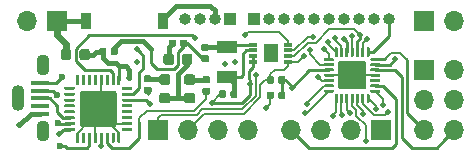
<source format=gtl>
G04 #@! TF.GenerationSoftware,KiCad,Pcbnew,(5.1.5)-3*
G04 #@! TF.CreationDate,2020-12-08T14:38:40+11:00*
G04 #@! TF.ProjectId,microBoSL,6d696372-6f42-46f5-934c-2e6b69636164,0.1.0*
G04 #@! TF.SameCoordinates,Original*
G04 #@! TF.FileFunction,Copper,L1,Top*
G04 #@! TF.FilePolarity,Positive*
%FSLAX46Y46*%
G04 Gerber Fmt 4.6, Leading zero omitted, Abs format (unit mm)*
G04 Created by KiCad (PCBNEW (5.1.5)-3) date 2020-12-08 14:38:40*
%MOMM*%
%LPD*%
G04 APERTURE LIST*
%ADD10R,1.300000X1.500000*%
%ADD11R,0.750000X0.300000*%
%ADD12O,1.000000X1.000000*%
%ADD13R,1.000000X1.000000*%
%ADD14C,0.100000*%
%ADD15R,0.900000X1.400000*%
%ADD16O,1.700000X1.700000*%
%ADD17R,1.700000X1.700000*%
%ADD18R,1.800000X1.000000*%
%ADD19O,1.100000X2.200000*%
%ADD20O,1.100000X1.800000*%
%ADD21R,1.500000X0.450000*%
%ADD22C,0.500000*%
%ADD23C,0.600000*%
%ADD24C,0.160000*%
%ADD25C,0.400000*%
%ADD26C,0.250000*%
%ADD27C,0.600000*%
%ADD28C,0.200000*%
G04 APERTURE END LIST*
D10*
X122550000Y-106600000D03*
D11*
X124000000Y-105850000D03*
X124000000Y-106350000D03*
X124000000Y-106850000D03*
X124000000Y-107350000D03*
X121100000Y-107350000D03*
X121100000Y-106850000D03*
X121100000Y-106350000D03*
X121100000Y-105850000D03*
D12*
X132600000Y-103650000D03*
X131330000Y-103650000D03*
X130060000Y-103650000D03*
X128790000Y-103650000D03*
X127520000Y-103650000D03*
X126250000Y-103650000D03*
X124980000Y-103650000D03*
X123710000Y-103650000D03*
X122440000Y-103650000D03*
D13*
X121170000Y-103650000D03*
G04 #@! TA.AperFunction,SMDPad,CuDef*
D14*
G36*
X115361958Y-105430710D02*
G01*
X115376276Y-105432834D01*
X115390317Y-105436351D01*
X115403946Y-105441228D01*
X115417031Y-105447417D01*
X115429447Y-105454858D01*
X115441073Y-105463481D01*
X115451798Y-105473202D01*
X115461519Y-105483927D01*
X115470142Y-105495553D01*
X115477583Y-105507969D01*
X115483772Y-105521054D01*
X115488649Y-105534683D01*
X115492166Y-105548724D01*
X115494290Y-105563042D01*
X115495000Y-105577500D01*
X115495000Y-105922500D01*
X115494290Y-105936958D01*
X115492166Y-105951276D01*
X115488649Y-105965317D01*
X115483772Y-105978946D01*
X115477583Y-105992031D01*
X115470142Y-106004447D01*
X115461519Y-106016073D01*
X115451798Y-106026798D01*
X115441073Y-106036519D01*
X115429447Y-106045142D01*
X115417031Y-106052583D01*
X115403946Y-106058772D01*
X115390317Y-106063649D01*
X115376276Y-106067166D01*
X115361958Y-106069290D01*
X115347500Y-106070000D01*
X115052500Y-106070000D01*
X115038042Y-106069290D01*
X115023724Y-106067166D01*
X115009683Y-106063649D01*
X114996054Y-106058772D01*
X114982969Y-106052583D01*
X114970553Y-106045142D01*
X114958927Y-106036519D01*
X114948202Y-106026798D01*
X114938481Y-106016073D01*
X114929858Y-106004447D01*
X114922417Y-105992031D01*
X114916228Y-105978946D01*
X114911351Y-105965317D01*
X114907834Y-105951276D01*
X114905710Y-105936958D01*
X114905000Y-105922500D01*
X114905000Y-105577500D01*
X114905710Y-105563042D01*
X114907834Y-105548724D01*
X114911351Y-105534683D01*
X114916228Y-105521054D01*
X114922417Y-105507969D01*
X114929858Y-105495553D01*
X114938481Y-105483927D01*
X114948202Y-105473202D01*
X114958927Y-105463481D01*
X114970553Y-105454858D01*
X114982969Y-105447417D01*
X114996054Y-105441228D01*
X115009683Y-105436351D01*
X115023724Y-105432834D01*
X115038042Y-105430710D01*
X115052500Y-105430000D01*
X115347500Y-105430000D01*
X115361958Y-105430710D01*
G37*
G04 #@! TD.AperFunction*
G04 #@! TA.AperFunction,SMDPad,CuDef*
G36*
X114391958Y-105430710D02*
G01*
X114406276Y-105432834D01*
X114420317Y-105436351D01*
X114433946Y-105441228D01*
X114447031Y-105447417D01*
X114459447Y-105454858D01*
X114471073Y-105463481D01*
X114481798Y-105473202D01*
X114491519Y-105483927D01*
X114500142Y-105495553D01*
X114507583Y-105507969D01*
X114513772Y-105521054D01*
X114518649Y-105534683D01*
X114522166Y-105548724D01*
X114524290Y-105563042D01*
X114525000Y-105577500D01*
X114525000Y-105922500D01*
X114524290Y-105936958D01*
X114522166Y-105951276D01*
X114518649Y-105965317D01*
X114513772Y-105978946D01*
X114507583Y-105992031D01*
X114500142Y-106004447D01*
X114491519Y-106016073D01*
X114481798Y-106026798D01*
X114471073Y-106036519D01*
X114459447Y-106045142D01*
X114447031Y-106052583D01*
X114433946Y-106058772D01*
X114420317Y-106063649D01*
X114406276Y-106067166D01*
X114391958Y-106069290D01*
X114377500Y-106070000D01*
X114082500Y-106070000D01*
X114068042Y-106069290D01*
X114053724Y-106067166D01*
X114039683Y-106063649D01*
X114026054Y-106058772D01*
X114012969Y-106052583D01*
X114000553Y-106045142D01*
X113988927Y-106036519D01*
X113978202Y-106026798D01*
X113968481Y-106016073D01*
X113959858Y-106004447D01*
X113952417Y-105992031D01*
X113946228Y-105978946D01*
X113941351Y-105965317D01*
X113937834Y-105951276D01*
X113935710Y-105936958D01*
X113935000Y-105922500D01*
X113935000Y-105577500D01*
X113935710Y-105563042D01*
X113937834Y-105548724D01*
X113941351Y-105534683D01*
X113946228Y-105521054D01*
X113952417Y-105507969D01*
X113959858Y-105495553D01*
X113968481Y-105483927D01*
X113978202Y-105473202D01*
X113988927Y-105463481D01*
X114000553Y-105454858D01*
X114012969Y-105447417D01*
X114026054Y-105441228D01*
X114039683Y-105436351D01*
X114053724Y-105432834D01*
X114068042Y-105430710D01*
X114082500Y-105430000D01*
X114377500Y-105430000D01*
X114391958Y-105430710D01*
G37*
G04 #@! TD.AperFunction*
G04 #@! TA.AperFunction,SMDPad,CuDef*
G36*
X112336958Y-109440710D02*
G01*
X112351276Y-109442834D01*
X112365317Y-109446351D01*
X112378946Y-109451228D01*
X112392031Y-109457417D01*
X112404447Y-109464858D01*
X112416073Y-109473481D01*
X112426798Y-109483202D01*
X112436519Y-109493927D01*
X112445142Y-109505553D01*
X112452583Y-109517969D01*
X112458772Y-109531054D01*
X112463649Y-109544683D01*
X112467166Y-109558724D01*
X112469290Y-109573042D01*
X112470000Y-109587500D01*
X112470000Y-109882500D01*
X112469290Y-109896958D01*
X112467166Y-109911276D01*
X112463649Y-109925317D01*
X112458772Y-109938946D01*
X112452583Y-109952031D01*
X112445142Y-109964447D01*
X112436519Y-109976073D01*
X112426798Y-109986798D01*
X112416073Y-109996519D01*
X112404447Y-110005142D01*
X112392031Y-110012583D01*
X112378946Y-110018772D01*
X112365317Y-110023649D01*
X112351276Y-110027166D01*
X112336958Y-110029290D01*
X112322500Y-110030000D01*
X111977500Y-110030000D01*
X111963042Y-110029290D01*
X111948724Y-110027166D01*
X111934683Y-110023649D01*
X111921054Y-110018772D01*
X111907969Y-110012583D01*
X111895553Y-110005142D01*
X111883927Y-109996519D01*
X111873202Y-109986798D01*
X111863481Y-109976073D01*
X111854858Y-109964447D01*
X111847417Y-109952031D01*
X111841228Y-109938946D01*
X111836351Y-109925317D01*
X111832834Y-109911276D01*
X111830710Y-109896958D01*
X111830000Y-109882500D01*
X111830000Y-109587500D01*
X111830710Y-109573042D01*
X111832834Y-109558724D01*
X111836351Y-109544683D01*
X111841228Y-109531054D01*
X111847417Y-109517969D01*
X111854858Y-109505553D01*
X111863481Y-109493927D01*
X111873202Y-109483202D01*
X111883927Y-109473481D01*
X111895553Y-109464858D01*
X111907969Y-109457417D01*
X111921054Y-109451228D01*
X111934683Y-109446351D01*
X111948724Y-109442834D01*
X111963042Y-109440710D01*
X111977500Y-109440000D01*
X112322500Y-109440000D01*
X112336958Y-109440710D01*
G37*
G04 #@! TD.AperFunction*
G04 #@! TA.AperFunction,SMDPad,CuDef*
G36*
X112336958Y-108470710D02*
G01*
X112351276Y-108472834D01*
X112365317Y-108476351D01*
X112378946Y-108481228D01*
X112392031Y-108487417D01*
X112404447Y-108494858D01*
X112416073Y-108503481D01*
X112426798Y-108513202D01*
X112436519Y-108523927D01*
X112445142Y-108535553D01*
X112452583Y-108547969D01*
X112458772Y-108561054D01*
X112463649Y-108574683D01*
X112467166Y-108588724D01*
X112469290Y-108603042D01*
X112470000Y-108617500D01*
X112470000Y-108912500D01*
X112469290Y-108926958D01*
X112467166Y-108941276D01*
X112463649Y-108955317D01*
X112458772Y-108968946D01*
X112452583Y-108982031D01*
X112445142Y-108994447D01*
X112436519Y-109006073D01*
X112426798Y-109016798D01*
X112416073Y-109026519D01*
X112404447Y-109035142D01*
X112392031Y-109042583D01*
X112378946Y-109048772D01*
X112365317Y-109053649D01*
X112351276Y-109057166D01*
X112336958Y-109059290D01*
X112322500Y-109060000D01*
X111977500Y-109060000D01*
X111963042Y-109059290D01*
X111948724Y-109057166D01*
X111934683Y-109053649D01*
X111921054Y-109048772D01*
X111907969Y-109042583D01*
X111895553Y-109035142D01*
X111883927Y-109026519D01*
X111873202Y-109016798D01*
X111863481Y-109006073D01*
X111854858Y-108994447D01*
X111847417Y-108982031D01*
X111841228Y-108968946D01*
X111836351Y-108955317D01*
X111832834Y-108941276D01*
X111830710Y-108926958D01*
X111830000Y-108912500D01*
X111830000Y-108617500D01*
X111830710Y-108603042D01*
X111832834Y-108588724D01*
X111836351Y-108574683D01*
X111841228Y-108561054D01*
X111847417Y-108547969D01*
X111854858Y-108535553D01*
X111863481Y-108523927D01*
X111873202Y-108513202D01*
X111883927Y-108503481D01*
X111895553Y-108494858D01*
X111907969Y-108487417D01*
X111921054Y-108481228D01*
X111934683Y-108476351D01*
X111948724Y-108472834D01*
X111963042Y-108470710D01*
X111977500Y-108470000D01*
X112322500Y-108470000D01*
X112336958Y-108470710D01*
G37*
G04 #@! TD.AperFunction*
G04 #@! TA.AperFunction,SMDPad,CuDef*
G36*
X117286958Y-109505710D02*
G01*
X117301276Y-109507834D01*
X117315317Y-109511351D01*
X117328946Y-109516228D01*
X117342031Y-109522417D01*
X117354447Y-109529858D01*
X117366073Y-109538481D01*
X117376798Y-109548202D01*
X117386519Y-109558927D01*
X117395142Y-109570553D01*
X117402583Y-109582969D01*
X117408772Y-109596054D01*
X117413649Y-109609683D01*
X117417166Y-109623724D01*
X117419290Y-109638042D01*
X117420000Y-109652500D01*
X117420000Y-109947500D01*
X117419290Y-109961958D01*
X117417166Y-109976276D01*
X117413649Y-109990317D01*
X117408772Y-110003946D01*
X117402583Y-110017031D01*
X117395142Y-110029447D01*
X117386519Y-110041073D01*
X117376798Y-110051798D01*
X117366073Y-110061519D01*
X117354447Y-110070142D01*
X117342031Y-110077583D01*
X117328946Y-110083772D01*
X117315317Y-110088649D01*
X117301276Y-110092166D01*
X117286958Y-110094290D01*
X117272500Y-110095000D01*
X116927500Y-110095000D01*
X116913042Y-110094290D01*
X116898724Y-110092166D01*
X116884683Y-110088649D01*
X116871054Y-110083772D01*
X116857969Y-110077583D01*
X116845553Y-110070142D01*
X116833927Y-110061519D01*
X116823202Y-110051798D01*
X116813481Y-110041073D01*
X116804858Y-110029447D01*
X116797417Y-110017031D01*
X116791228Y-110003946D01*
X116786351Y-109990317D01*
X116782834Y-109976276D01*
X116780710Y-109961958D01*
X116780000Y-109947500D01*
X116780000Y-109652500D01*
X116780710Y-109638042D01*
X116782834Y-109623724D01*
X116786351Y-109609683D01*
X116791228Y-109596054D01*
X116797417Y-109582969D01*
X116804858Y-109570553D01*
X116813481Y-109558927D01*
X116823202Y-109548202D01*
X116833927Y-109538481D01*
X116845553Y-109529858D01*
X116857969Y-109522417D01*
X116871054Y-109516228D01*
X116884683Y-109511351D01*
X116898724Y-109507834D01*
X116913042Y-109505710D01*
X116927500Y-109505000D01*
X117272500Y-109505000D01*
X117286958Y-109505710D01*
G37*
G04 #@! TD.AperFunction*
G04 #@! TA.AperFunction,SMDPad,CuDef*
G36*
X117286958Y-108535710D02*
G01*
X117301276Y-108537834D01*
X117315317Y-108541351D01*
X117328946Y-108546228D01*
X117342031Y-108552417D01*
X117354447Y-108559858D01*
X117366073Y-108568481D01*
X117376798Y-108578202D01*
X117386519Y-108588927D01*
X117395142Y-108600553D01*
X117402583Y-108612969D01*
X117408772Y-108626054D01*
X117413649Y-108639683D01*
X117417166Y-108653724D01*
X117419290Y-108668042D01*
X117420000Y-108682500D01*
X117420000Y-108977500D01*
X117419290Y-108991958D01*
X117417166Y-109006276D01*
X117413649Y-109020317D01*
X117408772Y-109033946D01*
X117402583Y-109047031D01*
X117395142Y-109059447D01*
X117386519Y-109071073D01*
X117376798Y-109081798D01*
X117366073Y-109091519D01*
X117354447Y-109100142D01*
X117342031Y-109107583D01*
X117328946Y-109113772D01*
X117315317Y-109118649D01*
X117301276Y-109122166D01*
X117286958Y-109124290D01*
X117272500Y-109125000D01*
X116927500Y-109125000D01*
X116913042Y-109124290D01*
X116898724Y-109122166D01*
X116884683Y-109118649D01*
X116871054Y-109113772D01*
X116857969Y-109107583D01*
X116845553Y-109100142D01*
X116833927Y-109091519D01*
X116823202Y-109081798D01*
X116813481Y-109071073D01*
X116804858Y-109059447D01*
X116797417Y-109047031D01*
X116791228Y-109033946D01*
X116786351Y-109020317D01*
X116782834Y-109006276D01*
X116780710Y-108991958D01*
X116780000Y-108977500D01*
X116780000Y-108682500D01*
X116780710Y-108668042D01*
X116782834Y-108653724D01*
X116786351Y-108639683D01*
X116791228Y-108626054D01*
X116797417Y-108612969D01*
X116804858Y-108600553D01*
X116813481Y-108588927D01*
X116823202Y-108578202D01*
X116833927Y-108568481D01*
X116845553Y-108559858D01*
X116857969Y-108552417D01*
X116871054Y-108546228D01*
X116884683Y-108541351D01*
X116898724Y-108537834D01*
X116913042Y-108535710D01*
X116927500Y-108535000D01*
X117272500Y-108535000D01*
X117286958Y-108535710D01*
G37*
G04 #@! TD.AperFunction*
G04 #@! TA.AperFunction,SMDPad,CuDef*
G36*
X109461958Y-106130710D02*
G01*
X109476276Y-106132834D01*
X109490317Y-106136351D01*
X109503946Y-106141228D01*
X109517031Y-106147417D01*
X109529447Y-106154858D01*
X109541073Y-106163481D01*
X109551798Y-106173202D01*
X109561519Y-106183927D01*
X109570142Y-106195553D01*
X109577583Y-106207969D01*
X109583772Y-106221054D01*
X109588649Y-106234683D01*
X109592166Y-106248724D01*
X109594290Y-106263042D01*
X109595000Y-106277500D01*
X109595000Y-106622500D01*
X109594290Y-106636958D01*
X109592166Y-106651276D01*
X109588649Y-106665317D01*
X109583772Y-106678946D01*
X109577583Y-106692031D01*
X109570142Y-106704447D01*
X109561519Y-106716073D01*
X109551798Y-106726798D01*
X109541073Y-106736519D01*
X109529447Y-106745142D01*
X109517031Y-106752583D01*
X109503946Y-106758772D01*
X109490317Y-106763649D01*
X109476276Y-106767166D01*
X109461958Y-106769290D01*
X109447500Y-106770000D01*
X109152500Y-106770000D01*
X109138042Y-106769290D01*
X109123724Y-106767166D01*
X109109683Y-106763649D01*
X109096054Y-106758772D01*
X109082969Y-106752583D01*
X109070553Y-106745142D01*
X109058927Y-106736519D01*
X109048202Y-106726798D01*
X109038481Y-106716073D01*
X109029858Y-106704447D01*
X109022417Y-106692031D01*
X109016228Y-106678946D01*
X109011351Y-106665317D01*
X109007834Y-106651276D01*
X109005710Y-106636958D01*
X109005000Y-106622500D01*
X109005000Y-106277500D01*
X109005710Y-106263042D01*
X109007834Y-106248724D01*
X109011351Y-106234683D01*
X109016228Y-106221054D01*
X109022417Y-106207969D01*
X109029858Y-106195553D01*
X109038481Y-106183927D01*
X109048202Y-106173202D01*
X109058927Y-106163481D01*
X109070553Y-106154858D01*
X109082969Y-106147417D01*
X109096054Y-106141228D01*
X109109683Y-106136351D01*
X109123724Y-106132834D01*
X109138042Y-106130710D01*
X109152500Y-106130000D01*
X109447500Y-106130000D01*
X109461958Y-106130710D01*
G37*
G04 #@! TD.AperFunction*
G04 #@! TA.AperFunction,SMDPad,CuDef*
G36*
X108491958Y-106130710D02*
G01*
X108506276Y-106132834D01*
X108520317Y-106136351D01*
X108533946Y-106141228D01*
X108547031Y-106147417D01*
X108559447Y-106154858D01*
X108571073Y-106163481D01*
X108581798Y-106173202D01*
X108591519Y-106183927D01*
X108600142Y-106195553D01*
X108607583Y-106207969D01*
X108613772Y-106221054D01*
X108618649Y-106234683D01*
X108622166Y-106248724D01*
X108624290Y-106263042D01*
X108625000Y-106277500D01*
X108625000Y-106622500D01*
X108624290Y-106636958D01*
X108622166Y-106651276D01*
X108618649Y-106665317D01*
X108613772Y-106678946D01*
X108607583Y-106692031D01*
X108600142Y-106704447D01*
X108591519Y-106716073D01*
X108581798Y-106726798D01*
X108571073Y-106736519D01*
X108559447Y-106745142D01*
X108547031Y-106752583D01*
X108533946Y-106758772D01*
X108520317Y-106763649D01*
X108506276Y-106767166D01*
X108491958Y-106769290D01*
X108477500Y-106770000D01*
X108182500Y-106770000D01*
X108168042Y-106769290D01*
X108153724Y-106767166D01*
X108139683Y-106763649D01*
X108126054Y-106758772D01*
X108112969Y-106752583D01*
X108100553Y-106745142D01*
X108088927Y-106736519D01*
X108078202Y-106726798D01*
X108068481Y-106716073D01*
X108059858Y-106704447D01*
X108052417Y-106692031D01*
X108046228Y-106678946D01*
X108041351Y-106665317D01*
X108037834Y-106651276D01*
X108035710Y-106636958D01*
X108035000Y-106622500D01*
X108035000Y-106277500D01*
X108035710Y-106263042D01*
X108037834Y-106248724D01*
X108041351Y-106234683D01*
X108046228Y-106221054D01*
X108052417Y-106207969D01*
X108059858Y-106195553D01*
X108068481Y-106183927D01*
X108078202Y-106173202D01*
X108088927Y-106163481D01*
X108100553Y-106154858D01*
X108112969Y-106147417D01*
X108126054Y-106141228D01*
X108139683Y-106136351D01*
X108153724Y-106132834D01*
X108168042Y-106130710D01*
X108182500Y-106130000D01*
X108477500Y-106130000D01*
X108491958Y-106130710D01*
G37*
G04 #@! TD.AperFunction*
G04 #@! TA.AperFunction,SMDPad,CuDef*
G36*
X122691958Y-108530710D02*
G01*
X122706276Y-108532834D01*
X122720317Y-108536351D01*
X122733946Y-108541228D01*
X122747031Y-108547417D01*
X122759447Y-108554858D01*
X122771073Y-108563481D01*
X122781798Y-108573202D01*
X122791519Y-108583927D01*
X122800142Y-108595553D01*
X122807583Y-108607969D01*
X122813772Y-108621054D01*
X122818649Y-108634683D01*
X122822166Y-108648724D01*
X122824290Y-108663042D01*
X122825000Y-108677500D01*
X122825000Y-109022500D01*
X122824290Y-109036958D01*
X122822166Y-109051276D01*
X122818649Y-109065317D01*
X122813772Y-109078946D01*
X122807583Y-109092031D01*
X122800142Y-109104447D01*
X122791519Y-109116073D01*
X122781798Y-109126798D01*
X122771073Y-109136519D01*
X122759447Y-109145142D01*
X122747031Y-109152583D01*
X122733946Y-109158772D01*
X122720317Y-109163649D01*
X122706276Y-109167166D01*
X122691958Y-109169290D01*
X122677500Y-109170000D01*
X122382500Y-109170000D01*
X122368042Y-109169290D01*
X122353724Y-109167166D01*
X122339683Y-109163649D01*
X122326054Y-109158772D01*
X122312969Y-109152583D01*
X122300553Y-109145142D01*
X122288927Y-109136519D01*
X122278202Y-109126798D01*
X122268481Y-109116073D01*
X122259858Y-109104447D01*
X122252417Y-109092031D01*
X122246228Y-109078946D01*
X122241351Y-109065317D01*
X122237834Y-109051276D01*
X122235710Y-109036958D01*
X122235000Y-109022500D01*
X122235000Y-108677500D01*
X122235710Y-108663042D01*
X122237834Y-108648724D01*
X122241351Y-108634683D01*
X122246228Y-108621054D01*
X122252417Y-108607969D01*
X122259858Y-108595553D01*
X122268481Y-108583927D01*
X122278202Y-108573202D01*
X122288927Y-108563481D01*
X122300553Y-108554858D01*
X122312969Y-108547417D01*
X122326054Y-108541228D01*
X122339683Y-108536351D01*
X122353724Y-108532834D01*
X122368042Y-108530710D01*
X122382500Y-108530000D01*
X122677500Y-108530000D01*
X122691958Y-108530710D01*
G37*
G04 #@! TD.AperFunction*
G04 #@! TA.AperFunction,SMDPad,CuDef*
G36*
X123661958Y-108530710D02*
G01*
X123676276Y-108532834D01*
X123690317Y-108536351D01*
X123703946Y-108541228D01*
X123717031Y-108547417D01*
X123729447Y-108554858D01*
X123741073Y-108563481D01*
X123751798Y-108573202D01*
X123761519Y-108583927D01*
X123770142Y-108595553D01*
X123777583Y-108607969D01*
X123783772Y-108621054D01*
X123788649Y-108634683D01*
X123792166Y-108648724D01*
X123794290Y-108663042D01*
X123795000Y-108677500D01*
X123795000Y-109022500D01*
X123794290Y-109036958D01*
X123792166Y-109051276D01*
X123788649Y-109065317D01*
X123783772Y-109078946D01*
X123777583Y-109092031D01*
X123770142Y-109104447D01*
X123761519Y-109116073D01*
X123751798Y-109126798D01*
X123741073Y-109136519D01*
X123729447Y-109145142D01*
X123717031Y-109152583D01*
X123703946Y-109158772D01*
X123690317Y-109163649D01*
X123676276Y-109167166D01*
X123661958Y-109169290D01*
X123647500Y-109170000D01*
X123352500Y-109170000D01*
X123338042Y-109169290D01*
X123323724Y-109167166D01*
X123309683Y-109163649D01*
X123296054Y-109158772D01*
X123282969Y-109152583D01*
X123270553Y-109145142D01*
X123258927Y-109136519D01*
X123248202Y-109126798D01*
X123238481Y-109116073D01*
X123229858Y-109104447D01*
X123222417Y-109092031D01*
X123216228Y-109078946D01*
X123211351Y-109065317D01*
X123207834Y-109051276D01*
X123205710Y-109036958D01*
X123205000Y-109022500D01*
X123205000Y-108677500D01*
X123205710Y-108663042D01*
X123207834Y-108648724D01*
X123211351Y-108634683D01*
X123216228Y-108621054D01*
X123222417Y-108607969D01*
X123229858Y-108595553D01*
X123238481Y-108583927D01*
X123248202Y-108573202D01*
X123258927Y-108563481D01*
X123270553Y-108554858D01*
X123282969Y-108547417D01*
X123296054Y-108541228D01*
X123309683Y-108536351D01*
X123323724Y-108532834D01*
X123338042Y-108530710D01*
X123352500Y-108530000D01*
X123647500Y-108530000D01*
X123661958Y-108530710D01*
G37*
G04 #@! TD.AperFunction*
G04 #@! TA.AperFunction,SMDPad,CuDef*
G36*
X123661958Y-109830710D02*
G01*
X123676276Y-109832834D01*
X123690317Y-109836351D01*
X123703946Y-109841228D01*
X123717031Y-109847417D01*
X123729447Y-109854858D01*
X123741073Y-109863481D01*
X123751798Y-109873202D01*
X123761519Y-109883927D01*
X123770142Y-109895553D01*
X123777583Y-109907969D01*
X123783772Y-109921054D01*
X123788649Y-109934683D01*
X123792166Y-109948724D01*
X123794290Y-109963042D01*
X123795000Y-109977500D01*
X123795000Y-110322500D01*
X123794290Y-110336958D01*
X123792166Y-110351276D01*
X123788649Y-110365317D01*
X123783772Y-110378946D01*
X123777583Y-110392031D01*
X123770142Y-110404447D01*
X123761519Y-110416073D01*
X123751798Y-110426798D01*
X123741073Y-110436519D01*
X123729447Y-110445142D01*
X123717031Y-110452583D01*
X123703946Y-110458772D01*
X123690317Y-110463649D01*
X123676276Y-110467166D01*
X123661958Y-110469290D01*
X123647500Y-110470000D01*
X123352500Y-110470000D01*
X123338042Y-110469290D01*
X123323724Y-110467166D01*
X123309683Y-110463649D01*
X123296054Y-110458772D01*
X123282969Y-110452583D01*
X123270553Y-110445142D01*
X123258927Y-110436519D01*
X123248202Y-110426798D01*
X123238481Y-110416073D01*
X123229858Y-110404447D01*
X123222417Y-110392031D01*
X123216228Y-110378946D01*
X123211351Y-110365317D01*
X123207834Y-110351276D01*
X123205710Y-110336958D01*
X123205000Y-110322500D01*
X123205000Y-109977500D01*
X123205710Y-109963042D01*
X123207834Y-109948724D01*
X123211351Y-109934683D01*
X123216228Y-109921054D01*
X123222417Y-109907969D01*
X123229858Y-109895553D01*
X123238481Y-109883927D01*
X123248202Y-109873202D01*
X123258927Y-109863481D01*
X123270553Y-109854858D01*
X123282969Y-109847417D01*
X123296054Y-109841228D01*
X123309683Y-109836351D01*
X123323724Y-109832834D01*
X123338042Y-109830710D01*
X123352500Y-109830000D01*
X123647500Y-109830000D01*
X123661958Y-109830710D01*
G37*
G04 #@! TD.AperFunction*
G04 #@! TA.AperFunction,SMDPad,CuDef*
G36*
X122691958Y-109830710D02*
G01*
X122706276Y-109832834D01*
X122720317Y-109836351D01*
X122733946Y-109841228D01*
X122747031Y-109847417D01*
X122759447Y-109854858D01*
X122771073Y-109863481D01*
X122781798Y-109873202D01*
X122791519Y-109883927D01*
X122800142Y-109895553D01*
X122807583Y-109907969D01*
X122813772Y-109921054D01*
X122818649Y-109934683D01*
X122822166Y-109948724D01*
X122824290Y-109963042D01*
X122825000Y-109977500D01*
X122825000Y-110322500D01*
X122824290Y-110336958D01*
X122822166Y-110351276D01*
X122818649Y-110365317D01*
X122813772Y-110378946D01*
X122807583Y-110392031D01*
X122800142Y-110404447D01*
X122791519Y-110416073D01*
X122781798Y-110426798D01*
X122771073Y-110436519D01*
X122759447Y-110445142D01*
X122747031Y-110452583D01*
X122733946Y-110458772D01*
X122720317Y-110463649D01*
X122706276Y-110467166D01*
X122691958Y-110469290D01*
X122677500Y-110470000D01*
X122382500Y-110470000D01*
X122368042Y-110469290D01*
X122353724Y-110467166D01*
X122339683Y-110463649D01*
X122326054Y-110458772D01*
X122312969Y-110452583D01*
X122300553Y-110445142D01*
X122288927Y-110436519D01*
X122278202Y-110426798D01*
X122268481Y-110416073D01*
X122259858Y-110404447D01*
X122252417Y-110392031D01*
X122246228Y-110378946D01*
X122241351Y-110365317D01*
X122237834Y-110351276D01*
X122235710Y-110336958D01*
X122235000Y-110322500D01*
X122235000Y-109977500D01*
X122235710Y-109963042D01*
X122237834Y-109948724D01*
X122241351Y-109934683D01*
X122246228Y-109921054D01*
X122252417Y-109907969D01*
X122259858Y-109895553D01*
X122268481Y-109883927D01*
X122278202Y-109873202D01*
X122288927Y-109863481D01*
X122300553Y-109854858D01*
X122312969Y-109847417D01*
X122326054Y-109841228D01*
X122339683Y-109836351D01*
X122353724Y-109832834D01*
X122368042Y-109830710D01*
X122382500Y-109830000D01*
X122677500Y-109830000D01*
X122691958Y-109830710D01*
G37*
G04 #@! TD.AperFunction*
G04 #@! TA.AperFunction,SMDPad,CuDef*
G36*
X119611958Y-109730710D02*
G01*
X119626276Y-109732834D01*
X119640317Y-109736351D01*
X119653946Y-109741228D01*
X119667031Y-109747417D01*
X119679447Y-109754858D01*
X119691073Y-109763481D01*
X119701798Y-109773202D01*
X119711519Y-109783927D01*
X119720142Y-109795553D01*
X119727583Y-109807969D01*
X119733772Y-109821054D01*
X119738649Y-109834683D01*
X119742166Y-109848724D01*
X119744290Y-109863042D01*
X119745000Y-109877500D01*
X119745000Y-110222500D01*
X119744290Y-110236958D01*
X119742166Y-110251276D01*
X119738649Y-110265317D01*
X119733772Y-110278946D01*
X119727583Y-110292031D01*
X119720142Y-110304447D01*
X119711519Y-110316073D01*
X119701798Y-110326798D01*
X119691073Y-110336519D01*
X119679447Y-110345142D01*
X119667031Y-110352583D01*
X119653946Y-110358772D01*
X119640317Y-110363649D01*
X119626276Y-110367166D01*
X119611958Y-110369290D01*
X119597500Y-110370000D01*
X119302500Y-110370000D01*
X119288042Y-110369290D01*
X119273724Y-110367166D01*
X119259683Y-110363649D01*
X119246054Y-110358772D01*
X119232969Y-110352583D01*
X119220553Y-110345142D01*
X119208927Y-110336519D01*
X119198202Y-110326798D01*
X119188481Y-110316073D01*
X119179858Y-110304447D01*
X119172417Y-110292031D01*
X119166228Y-110278946D01*
X119161351Y-110265317D01*
X119157834Y-110251276D01*
X119155710Y-110236958D01*
X119155000Y-110222500D01*
X119155000Y-109877500D01*
X119155710Y-109863042D01*
X119157834Y-109848724D01*
X119161351Y-109834683D01*
X119166228Y-109821054D01*
X119172417Y-109807969D01*
X119179858Y-109795553D01*
X119188481Y-109783927D01*
X119198202Y-109773202D01*
X119208927Y-109763481D01*
X119220553Y-109754858D01*
X119232969Y-109747417D01*
X119246054Y-109741228D01*
X119259683Y-109736351D01*
X119273724Y-109732834D01*
X119288042Y-109730710D01*
X119302500Y-109730000D01*
X119597500Y-109730000D01*
X119611958Y-109730710D01*
G37*
G04 #@! TD.AperFunction*
G04 #@! TA.AperFunction,SMDPad,CuDef*
G36*
X118641958Y-109730710D02*
G01*
X118656276Y-109732834D01*
X118670317Y-109736351D01*
X118683946Y-109741228D01*
X118697031Y-109747417D01*
X118709447Y-109754858D01*
X118721073Y-109763481D01*
X118731798Y-109773202D01*
X118741519Y-109783927D01*
X118750142Y-109795553D01*
X118757583Y-109807969D01*
X118763772Y-109821054D01*
X118768649Y-109834683D01*
X118772166Y-109848724D01*
X118774290Y-109863042D01*
X118775000Y-109877500D01*
X118775000Y-110222500D01*
X118774290Y-110236958D01*
X118772166Y-110251276D01*
X118768649Y-110265317D01*
X118763772Y-110278946D01*
X118757583Y-110292031D01*
X118750142Y-110304447D01*
X118741519Y-110316073D01*
X118731798Y-110326798D01*
X118721073Y-110336519D01*
X118709447Y-110345142D01*
X118697031Y-110352583D01*
X118683946Y-110358772D01*
X118670317Y-110363649D01*
X118656276Y-110367166D01*
X118641958Y-110369290D01*
X118627500Y-110370000D01*
X118332500Y-110370000D01*
X118318042Y-110369290D01*
X118303724Y-110367166D01*
X118289683Y-110363649D01*
X118276054Y-110358772D01*
X118262969Y-110352583D01*
X118250553Y-110345142D01*
X118238927Y-110336519D01*
X118228202Y-110326798D01*
X118218481Y-110316073D01*
X118209858Y-110304447D01*
X118202417Y-110292031D01*
X118196228Y-110278946D01*
X118191351Y-110265317D01*
X118187834Y-110251276D01*
X118185710Y-110236958D01*
X118185000Y-110222500D01*
X118185000Y-109877500D01*
X118185710Y-109863042D01*
X118187834Y-109848724D01*
X118191351Y-109834683D01*
X118196228Y-109821054D01*
X118202417Y-109807969D01*
X118209858Y-109795553D01*
X118218481Y-109783927D01*
X118228202Y-109773202D01*
X118238927Y-109763481D01*
X118250553Y-109754858D01*
X118262969Y-109747417D01*
X118276054Y-109741228D01*
X118289683Y-109736351D01*
X118303724Y-109732834D01*
X118318042Y-109730710D01*
X118332500Y-109730000D01*
X118627500Y-109730000D01*
X118641958Y-109730710D01*
G37*
G04 #@! TD.AperFunction*
G04 #@! TA.AperFunction,SMDPad,CuDef*
G36*
X117186958Y-105785710D02*
G01*
X117201276Y-105787834D01*
X117215317Y-105791351D01*
X117228946Y-105796228D01*
X117242031Y-105802417D01*
X117254447Y-105809858D01*
X117266073Y-105818481D01*
X117276798Y-105828202D01*
X117286519Y-105838927D01*
X117295142Y-105850553D01*
X117302583Y-105862969D01*
X117308772Y-105876054D01*
X117313649Y-105889683D01*
X117317166Y-105903724D01*
X117319290Y-105918042D01*
X117320000Y-105932500D01*
X117320000Y-106227500D01*
X117319290Y-106241958D01*
X117317166Y-106256276D01*
X117313649Y-106270317D01*
X117308772Y-106283946D01*
X117302583Y-106297031D01*
X117295142Y-106309447D01*
X117286519Y-106321073D01*
X117276798Y-106331798D01*
X117266073Y-106341519D01*
X117254447Y-106350142D01*
X117242031Y-106357583D01*
X117228946Y-106363772D01*
X117215317Y-106368649D01*
X117201276Y-106372166D01*
X117186958Y-106374290D01*
X117172500Y-106375000D01*
X116827500Y-106375000D01*
X116813042Y-106374290D01*
X116798724Y-106372166D01*
X116784683Y-106368649D01*
X116771054Y-106363772D01*
X116757969Y-106357583D01*
X116745553Y-106350142D01*
X116733927Y-106341519D01*
X116723202Y-106331798D01*
X116713481Y-106321073D01*
X116704858Y-106309447D01*
X116697417Y-106297031D01*
X116691228Y-106283946D01*
X116686351Y-106270317D01*
X116682834Y-106256276D01*
X116680710Y-106241958D01*
X116680000Y-106227500D01*
X116680000Y-105932500D01*
X116680710Y-105918042D01*
X116682834Y-105903724D01*
X116686351Y-105889683D01*
X116691228Y-105876054D01*
X116697417Y-105862969D01*
X116704858Y-105850553D01*
X116713481Y-105838927D01*
X116723202Y-105828202D01*
X116733927Y-105818481D01*
X116745553Y-105809858D01*
X116757969Y-105802417D01*
X116771054Y-105796228D01*
X116784683Y-105791351D01*
X116798724Y-105787834D01*
X116813042Y-105785710D01*
X116827500Y-105785000D01*
X117172500Y-105785000D01*
X117186958Y-105785710D01*
G37*
G04 #@! TD.AperFunction*
G04 #@! TA.AperFunction,SMDPad,CuDef*
G36*
X117186958Y-106755710D02*
G01*
X117201276Y-106757834D01*
X117215317Y-106761351D01*
X117228946Y-106766228D01*
X117242031Y-106772417D01*
X117254447Y-106779858D01*
X117266073Y-106788481D01*
X117276798Y-106798202D01*
X117286519Y-106808927D01*
X117295142Y-106820553D01*
X117302583Y-106832969D01*
X117308772Y-106846054D01*
X117313649Y-106859683D01*
X117317166Y-106873724D01*
X117319290Y-106888042D01*
X117320000Y-106902500D01*
X117320000Y-107197500D01*
X117319290Y-107211958D01*
X117317166Y-107226276D01*
X117313649Y-107240317D01*
X117308772Y-107253946D01*
X117302583Y-107267031D01*
X117295142Y-107279447D01*
X117286519Y-107291073D01*
X117276798Y-107301798D01*
X117266073Y-107311519D01*
X117254447Y-107320142D01*
X117242031Y-107327583D01*
X117228946Y-107333772D01*
X117215317Y-107338649D01*
X117201276Y-107342166D01*
X117186958Y-107344290D01*
X117172500Y-107345000D01*
X116827500Y-107345000D01*
X116813042Y-107344290D01*
X116798724Y-107342166D01*
X116784683Y-107338649D01*
X116771054Y-107333772D01*
X116757969Y-107327583D01*
X116745553Y-107320142D01*
X116733927Y-107311519D01*
X116723202Y-107301798D01*
X116713481Y-107291073D01*
X116704858Y-107279447D01*
X116697417Y-107267031D01*
X116691228Y-107253946D01*
X116686351Y-107240317D01*
X116682834Y-107226276D01*
X116680710Y-107211958D01*
X116680000Y-107197500D01*
X116680000Y-106902500D01*
X116680710Y-106888042D01*
X116682834Y-106873724D01*
X116686351Y-106859683D01*
X116691228Y-106846054D01*
X116697417Y-106832969D01*
X116704858Y-106820553D01*
X116713481Y-106808927D01*
X116723202Y-106798202D01*
X116733927Y-106788481D01*
X116745553Y-106779858D01*
X116757969Y-106772417D01*
X116771054Y-106766228D01*
X116784683Y-106761351D01*
X116798724Y-106757834D01*
X116813042Y-106755710D01*
X116827500Y-106755000D01*
X117172500Y-106755000D01*
X117186958Y-106755710D01*
G37*
G04 #@! TD.AperFunction*
D15*
X113450000Y-103900000D03*
X106950000Y-103900000D03*
D12*
X115290000Y-103650000D03*
X116560000Y-103650000D03*
X117830000Y-103650000D03*
D13*
X119100000Y-103650000D03*
D16*
X138100000Y-113100000D03*
X135560000Y-113100000D03*
X138100000Y-110560000D03*
X135560000Y-110560000D03*
X138100000Y-108020000D03*
D17*
X135560000Y-108020000D03*
D18*
X118900000Y-108600000D03*
X118900000Y-106100000D03*
G04 #@! TA.AperFunction,SMDPad,CuDef*
D14*
G36*
X110781126Y-109425301D02*
G01*
X110787193Y-109426201D01*
X110793143Y-109427691D01*
X110798918Y-109429758D01*
X110804462Y-109432380D01*
X110809723Y-109435533D01*
X110814650Y-109439187D01*
X110819194Y-109443306D01*
X110823313Y-109447850D01*
X110826967Y-109452777D01*
X110830120Y-109458038D01*
X110832742Y-109463582D01*
X110834809Y-109469357D01*
X110836299Y-109475307D01*
X110837199Y-109481374D01*
X110837500Y-109487500D01*
X110837500Y-109612500D01*
X110837199Y-109618626D01*
X110836299Y-109624693D01*
X110834809Y-109630643D01*
X110832742Y-109636418D01*
X110830120Y-109641962D01*
X110826967Y-109647223D01*
X110823313Y-109652150D01*
X110819194Y-109656694D01*
X110814650Y-109660813D01*
X110809723Y-109664467D01*
X110804462Y-109667620D01*
X110798918Y-109670242D01*
X110793143Y-109672309D01*
X110787193Y-109673799D01*
X110781126Y-109674699D01*
X110775000Y-109675000D01*
X110025000Y-109675000D01*
X110018874Y-109674699D01*
X110012807Y-109673799D01*
X110006857Y-109672309D01*
X110001082Y-109670242D01*
X109995538Y-109667620D01*
X109990277Y-109664467D01*
X109985350Y-109660813D01*
X109980806Y-109656694D01*
X109976687Y-109652150D01*
X109973033Y-109647223D01*
X109969880Y-109641962D01*
X109967258Y-109636418D01*
X109965191Y-109630643D01*
X109963701Y-109624693D01*
X109962801Y-109618626D01*
X109962500Y-109612500D01*
X109962500Y-109487500D01*
X109962801Y-109481374D01*
X109963701Y-109475307D01*
X109965191Y-109469357D01*
X109967258Y-109463582D01*
X109969880Y-109458038D01*
X109973033Y-109452777D01*
X109976687Y-109447850D01*
X109980806Y-109443306D01*
X109985350Y-109439187D01*
X109990277Y-109435533D01*
X109995538Y-109432380D01*
X110001082Y-109429758D01*
X110006857Y-109427691D01*
X110012807Y-109426201D01*
X110018874Y-109425301D01*
X110025000Y-109425000D01*
X110775000Y-109425000D01*
X110781126Y-109425301D01*
G37*
G04 #@! TD.AperFunction*
G04 #@! TA.AperFunction,SMDPad,CuDef*
G36*
X110781126Y-109925301D02*
G01*
X110787193Y-109926201D01*
X110793143Y-109927691D01*
X110798918Y-109929758D01*
X110804462Y-109932380D01*
X110809723Y-109935533D01*
X110814650Y-109939187D01*
X110819194Y-109943306D01*
X110823313Y-109947850D01*
X110826967Y-109952777D01*
X110830120Y-109958038D01*
X110832742Y-109963582D01*
X110834809Y-109969357D01*
X110836299Y-109975307D01*
X110837199Y-109981374D01*
X110837500Y-109987500D01*
X110837500Y-110112500D01*
X110837199Y-110118626D01*
X110836299Y-110124693D01*
X110834809Y-110130643D01*
X110832742Y-110136418D01*
X110830120Y-110141962D01*
X110826967Y-110147223D01*
X110823313Y-110152150D01*
X110819194Y-110156694D01*
X110814650Y-110160813D01*
X110809723Y-110164467D01*
X110804462Y-110167620D01*
X110798918Y-110170242D01*
X110793143Y-110172309D01*
X110787193Y-110173799D01*
X110781126Y-110174699D01*
X110775000Y-110175000D01*
X110025000Y-110175000D01*
X110018874Y-110174699D01*
X110012807Y-110173799D01*
X110006857Y-110172309D01*
X110001082Y-110170242D01*
X109995538Y-110167620D01*
X109990277Y-110164467D01*
X109985350Y-110160813D01*
X109980806Y-110156694D01*
X109976687Y-110152150D01*
X109973033Y-110147223D01*
X109969880Y-110141962D01*
X109967258Y-110136418D01*
X109965191Y-110130643D01*
X109963701Y-110124693D01*
X109962801Y-110118626D01*
X109962500Y-110112500D01*
X109962500Y-109987500D01*
X109962801Y-109981374D01*
X109963701Y-109975307D01*
X109965191Y-109969357D01*
X109967258Y-109963582D01*
X109969880Y-109958038D01*
X109973033Y-109952777D01*
X109976687Y-109947850D01*
X109980806Y-109943306D01*
X109985350Y-109939187D01*
X109990277Y-109935533D01*
X109995538Y-109932380D01*
X110001082Y-109929758D01*
X110006857Y-109927691D01*
X110012807Y-109926201D01*
X110018874Y-109925301D01*
X110025000Y-109925000D01*
X110775000Y-109925000D01*
X110781126Y-109925301D01*
G37*
G04 #@! TD.AperFunction*
G04 #@! TA.AperFunction,SMDPad,CuDef*
G36*
X110781126Y-110425301D02*
G01*
X110787193Y-110426201D01*
X110793143Y-110427691D01*
X110798918Y-110429758D01*
X110804462Y-110432380D01*
X110809723Y-110435533D01*
X110814650Y-110439187D01*
X110819194Y-110443306D01*
X110823313Y-110447850D01*
X110826967Y-110452777D01*
X110830120Y-110458038D01*
X110832742Y-110463582D01*
X110834809Y-110469357D01*
X110836299Y-110475307D01*
X110837199Y-110481374D01*
X110837500Y-110487500D01*
X110837500Y-110612500D01*
X110837199Y-110618626D01*
X110836299Y-110624693D01*
X110834809Y-110630643D01*
X110832742Y-110636418D01*
X110830120Y-110641962D01*
X110826967Y-110647223D01*
X110823313Y-110652150D01*
X110819194Y-110656694D01*
X110814650Y-110660813D01*
X110809723Y-110664467D01*
X110804462Y-110667620D01*
X110798918Y-110670242D01*
X110793143Y-110672309D01*
X110787193Y-110673799D01*
X110781126Y-110674699D01*
X110775000Y-110675000D01*
X110025000Y-110675000D01*
X110018874Y-110674699D01*
X110012807Y-110673799D01*
X110006857Y-110672309D01*
X110001082Y-110670242D01*
X109995538Y-110667620D01*
X109990277Y-110664467D01*
X109985350Y-110660813D01*
X109980806Y-110656694D01*
X109976687Y-110652150D01*
X109973033Y-110647223D01*
X109969880Y-110641962D01*
X109967258Y-110636418D01*
X109965191Y-110630643D01*
X109963701Y-110624693D01*
X109962801Y-110618626D01*
X109962500Y-110612500D01*
X109962500Y-110487500D01*
X109962801Y-110481374D01*
X109963701Y-110475307D01*
X109965191Y-110469357D01*
X109967258Y-110463582D01*
X109969880Y-110458038D01*
X109973033Y-110452777D01*
X109976687Y-110447850D01*
X109980806Y-110443306D01*
X109985350Y-110439187D01*
X109990277Y-110435533D01*
X109995538Y-110432380D01*
X110001082Y-110429758D01*
X110006857Y-110427691D01*
X110012807Y-110426201D01*
X110018874Y-110425301D01*
X110025000Y-110425000D01*
X110775000Y-110425000D01*
X110781126Y-110425301D01*
G37*
G04 #@! TD.AperFunction*
G04 #@! TA.AperFunction,SMDPad,CuDef*
G36*
X110781126Y-110925301D02*
G01*
X110787193Y-110926201D01*
X110793143Y-110927691D01*
X110798918Y-110929758D01*
X110804462Y-110932380D01*
X110809723Y-110935533D01*
X110814650Y-110939187D01*
X110819194Y-110943306D01*
X110823313Y-110947850D01*
X110826967Y-110952777D01*
X110830120Y-110958038D01*
X110832742Y-110963582D01*
X110834809Y-110969357D01*
X110836299Y-110975307D01*
X110837199Y-110981374D01*
X110837500Y-110987500D01*
X110837500Y-111112500D01*
X110837199Y-111118626D01*
X110836299Y-111124693D01*
X110834809Y-111130643D01*
X110832742Y-111136418D01*
X110830120Y-111141962D01*
X110826967Y-111147223D01*
X110823313Y-111152150D01*
X110819194Y-111156694D01*
X110814650Y-111160813D01*
X110809723Y-111164467D01*
X110804462Y-111167620D01*
X110798918Y-111170242D01*
X110793143Y-111172309D01*
X110787193Y-111173799D01*
X110781126Y-111174699D01*
X110775000Y-111175000D01*
X110025000Y-111175000D01*
X110018874Y-111174699D01*
X110012807Y-111173799D01*
X110006857Y-111172309D01*
X110001082Y-111170242D01*
X109995538Y-111167620D01*
X109990277Y-111164467D01*
X109985350Y-111160813D01*
X109980806Y-111156694D01*
X109976687Y-111152150D01*
X109973033Y-111147223D01*
X109969880Y-111141962D01*
X109967258Y-111136418D01*
X109965191Y-111130643D01*
X109963701Y-111124693D01*
X109962801Y-111118626D01*
X109962500Y-111112500D01*
X109962500Y-110987500D01*
X109962801Y-110981374D01*
X109963701Y-110975307D01*
X109965191Y-110969357D01*
X109967258Y-110963582D01*
X109969880Y-110958038D01*
X109973033Y-110952777D01*
X109976687Y-110947850D01*
X109980806Y-110943306D01*
X109985350Y-110939187D01*
X109990277Y-110935533D01*
X109995538Y-110932380D01*
X110001082Y-110929758D01*
X110006857Y-110927691D01*
X110012807Y-110926201D01*
X110018874Y-110925301D01*
X110025000Y-110925000D01*
X110775000Y-110925000D01*
X110781126Y-110925301D01*
G37*
G04 #@! TD.AperFunction*
G04 #@! TA.AperFunction,SMDPad,CuDef*
G36*
X110781126Y-111425301D02*
G01*
X110787193Y-111426201D01*
X110793143Y-111427691D01*
X110798918Y-111429758D01*
X110804462Y-111432380D01*
X110809723Y-111435533D01*
X110814650Y-111439187D01*
X110819194Y-111443306D01*
X110823313Y-111447850D01*
X110826967Y-111452777D01*
X110830120Y-111458038D01*
X110832742Y-111463582D01*
X110834809Y-111469357D01*
X110836299Y-111475307D01*
X110837199Y-111481374D01*
X110837500Y-111487500D01*
X110837500Y-111612500D01*
X110837199Y-111618626D01*
X110836299Y-111624693D01*
X110834809Y-111630643D01*
X110832742Y-111636418D01*
X110830120Y-111641962D01*
X110826967Y-111647223D01*
X110823313Y-111652150D01*
X110819194Y-111656694D01*
X110814650Y-111660813D01*
X110809723Y-111664467D01*
X110804462Y-111667620D01*
X110798918Y-111670242D01*
X110793143Y-111672309D01*
X110787193Y-111673799D01*
X110781126Y-111674699D01*
X110775000Y-111675000D01*
X110025000Y-111675000D01*
X110018874Y-111674699D01*
X110012807Y-111673799D01*
X110006857Y-111672309D01*
X110001082Y-111670242D01*
X109995538Y-111667620D01*
X109990277Y-111664467D01*
X109985350Y-111660813D01*
X109980806Y-111656694D01*
X109976687Y-111652150D01*
X109973033Y-111647223D01*
X109969880Y-111641962D01*
X109967258Y-111636418D01*
X109965191Y-111630643D01*
X109963701Y-111624693D01*
X109962801Y-111618626D01*
X109962500Y-111612500D01*
X109962500Y-111487500D01*
X109962801Y-111481374D01*
X109963701Y-111475307D01*
X109965191Y-111469357D01*
X109967258Y-111463582D01*
X109969880Y-111458038D01*
X109973033Y-111452777D01*
X109976687Y-111447850D01*
X109980806Y-111443306D01*
X109985350Y-111439187D01*
X109990277Y-111435533D01*
X109995538Y-111432380D01*
X110001082Y-111429758D01*
X110006857Y-111427691D01*
X110012807Y-111426201D01*
X110018874Y-111425301D01*
X110025000Y-111425000D01*
X110775000Y-111425000D01*
X110781126Y-111425301D01*
G37*
G04 #@! TD.AperFunction*
G04 #@! TA.AperFunction,SMDPad,CuDef*
G36*
X110781126Y-111925301D02*
G01*
X110787193Y-111926201D01*
X110793143Y-111927691D01*
X110798918Y-111929758D01*
X110804462Y-111932380D01*
X110809723Y-111935533D01*
X110814650Y-111939187D01*
X110819194Y-111943306D01*
X110823313Y-111947850D01*
X110826967Y-111952777D01*
X110830120Y-111958038D01*
X110832742Y-111963582D01*
X110834809Y-111969357D01*
X110836299Y-111975307D01*
X110837199Y-111981374D01*
X110837500Y-111987500D01*
X110837500Y-112112500D01*
X110837199Y-112118626D01*
X110836299Y-112124693D01*
X110834809Y-112130643D01*
X110832742Y-112136418D01*
X110830120Y-112141962D01*
X110826967Y-112147223D01*
X110823313Y-112152150D01*
X110819194Y-112156694D01*
X110814650Y-112160813D01*
X110809723Y-112164467D01*
X110804462Y-112167620D01*
X110798918Y-112170242D01*
X110793143Y-112172309D01*
X110787193Y-112173799D01*
X110781126Y-112174699D01*
X110775000Y-112175000D01*
X110025000Y-112175000D01*
X110018874Y-112174699D01*
X110012807Y-112173799D01*
X110006857Y-112172309D01*
X110001082Y-112170242D01*
X109995538Y-112167620D01*
X109990277Y-112164467D01*
X109985350Y-112160813D01*
X109980806Y-112156694D01*
X109976687Y-112152150D01*
X109973033Y-112147223D01*
X109969880Y-112141962D01*
X109967258Y-112136418D01*
X109965191Y-112130643D01*
X109963701Y-112124693D01*
X109962801Y-112118626D01*
X109962500Y-112112500D01*
X109962500Y-111987500D01*
X109962801Y-111981374D01*
X109963701Y-111975307D01*
X109965191Y-111969357D01*
X109967258Y-111963582D01*
X109969880Y-111958038D01*
X109973033Y-111952777D01*
X109976687Y-111947850D01*
X109980806Y-111943306D01*
X109985350Y-111939187D01*
X109990277Y-111935533D01*
X109995538Y-111932380D01*
X110001082Y-111929758D01*
X110006857Y-111927691D01*
X110012807Y-111926201D01*
X110018874Y-111925301D01*
X110025000Y-111925000D01*
X110775000Y-111925000D01*
X110781126Y-111925301D01*
G37*
G04 #@! TD.AperFunction*
G04 #@! TA.AperFunction,SMDPad,CuDef*
G36*
X110781126Y-112425301D02*
G01*
X110787193Y-112426201D01*
X110793143Y-112427691D01*
X110798918Y-112429758D01*
X110804462Y-112432380D01*
X110809723Y-112435533D01*
X110814650Y-112439187D01*
X110819194Y-112443306D01*
X110823313Y-112447850D01*
X110826967Y-112452777D01*
X110830120Y-112458038D01*
X110832742Y-112463582D01*
X110834809Y-112469357D01*
X110836299Y-112475307D01*
X110837199Y-112481374D01*
X110837500Y-112487500D01*
X110837500Y-112612500D01*
X110837199Y-112618626D01*
X110836299Y-112624693D01*
X110834809Y-112630643D01*
X110832742Y-112636418D01*
X110830120Y-112641962D01*
X110826967Y-112647223D01*
X110823313Y-112652150D01*
X110819194Y-112656694D01*
X110814650Y-112660813D01*
X110809723Y-112664467D01*
X110804462Y-112667620D01*
X110798918Y-112670242D01*
X110793143Y-112672309D01*
X110787193Y-112673799D01*
X110781126Y-112674699D01*
X110775000Y-112675000D01*
X110025000Y-112675000D01*
X110018874Y-112674699D01*
X110012807Y-112673799D01*
X110006857Y-112672309D01*
X110001082Y-112670242D01*
X109995538Y-112667620D01*
X109990277Y-112664467D01*
X109985350Y-112660813D01*
X109980806Y-112656694D01*
X109976687Y-112652150D01*
X109973033Y-112647223D01*
X109969880Y-112641962D01*
X109967258Y-112636418D01*
X109965191Y-112630643D01*
X109963701Y-112624693D01*
X109962801Y-112618626D01*
X109962500Y-112612500D01*
X109962500Y-112487500D01*
X109962801Y-112481374D01*
X109963701Y-112475307D01*
X109965191Y-112469357D01*
X109967258Y-112463582D01*
X109969880Y-112458038D01*
X109973033Y-112452777D01*
X109976687Y-112447850D01*
X109980806Y-112443306D01*
X109985350Y-112439187D01*
X109990277Y-112435533D01*
X109995538Y-112432380D01*
X110001082Y-112429758D01*
X110006857Y-112427691D01*
X110012807Y-112426201D01*
X110018874Y-112425301D01*
X110025000Y-112425000D01*
X110775000Y-112425000D01*
X110781126Y-112425301D01*
G37*
G04 #@! TD.AperFunction*
G04 #@! TA.AperFunction,SMDPad,CuDef*
G36*
X110781126Y-112925301D02*
G01*
X110787193Y-112926201D01*
X110793143Y-112927691D01*
X110798918Y-112929758D01*
X110804462Y-112932380D01*
X110809723Y-112935533D01*
X110814650Y-112939187D01*
X110819194Y-112943306D01*
X110823313Y-112947850D01*
X110826967Y-112952777D01*
X110830120Y-112958038D01*
X110832742Y-112963582D01*
X110834809Y-112969357D01*
X110836299Y-112975307D01*
X110837199Y-112981374D01*
X110837500Y-112987500D01*
X110837500Y-113112500D01*
X110837199Y-113118626D01*
X110836299Y-113124693D01*
X110834809Y-113130643D01*
X110832742Y-113136418D01*
X110830120Y-113141962D01*
X110826967Y-113147223D01*
X110823313Y-113152150D01*
X110819194Y-113156694D01*
X110814650Y-113160813D01*
X110809723Y-113164467D01*
X110804462Y-113167620D01*
X110798918Y-113170242D01*
X110793143Y-113172309D01*
X110787193Y-113173799D01*
X110781126Y-113174699D01*
X110775000Y-113175000D01*
X110025000Y-113175000D01*
X110018874Y-113174699D01*
X110012807Y-113173799D01*
X110006857Y-113172309D01*
X110001082Y-113170242D01*
X109995538Y-113167620D01*
X109990277Y-113164467D01*
X109985350Y-113160813D01*
X109980806Y-113156694D01*
X109976687Y-113152150D01*
X109973033Y-113147223D01*
X109969880Y-113141962D01*
X109967258Y-113136418D01*
X109965191Y-113130643D01*
X109963701Y-113124693D01*
X109962801Y-113118626D01*
X109962500Y-113112500D01*
X109962500Y-112987500D01*
X109962801Y-112981374D01*
X109963701Y-112975307D01*
X109965191Y-112969357D01*
X109967258Y-112963582D01*
X109969880Y-112958038D01*
X109973033Y-112952777D01*
X109976687Y-112947850D01*
X109980806Y-112943306D01*
X109985350Y-112939187D01*
X109990277Y-112935533D01*
X109995538Y-112932380D01*
X110001082Y-112929758D01*
X110006857Y-112927691D01*
X110012807Y-112926201D01*
X110018874Y-112925301D01*
X110025000Y-112925000D01*
X110775000Y-112925000D01*
X110781126Y-112925301D01*
G37*
G04 #@! TD.AperFunction*
G04 #@! TA.AperFunction,SMDPad,CuDef*
G36*
X109781126Y-113300301D02*
G01*
X109787193Y-113301201D01*
X109793143Y-113302691D01*
X109798918Y-113304758D01*
X109804462Y-113307380D01*
X109809723Y-113310533D01*
X109814650Y-113314187D01*
X109819194Y-113318306D01*
X109823313Y-113322850D01*
X109826967Y-113327777D01*
X109830120Y-113333038D01*
X109832742Y-113338582D01*
X109834809Y-113344357D01*
X109836299Y-113350307D01*
X109837199Y-113356374D01*
X109837500Y-113362500D01*
X109837500Y-114112500D01*
X109837199Y-114118626D01*
X109836299Y-114124693D01*
X109834809Y-114130643D01*
X109832742Y-114136418D01*
X109830120Y-114141962D01*
X109826967Y-114147223D01*
X109823313Y-114152150D01*
X109819194Y-114156694D01*
X109814650Y-114160813D01*
X109809723Y-114164467D01*
X109804462Y-114167620D01*
X109798918Y-114170242D01*
X109793143Y-114172309D01*
X109787193Y-114173799D01*
X109781126Y-114174699D01*
X109775000Y-114175000D01*
X109650000Y-114175000D01*
X109643874Y-114174699D01*
X109637807Y-114173799D01*
X109631857Y-114172309D01*
X109626082Y-114170242D01*
X109620538Y-114167620D01*
X109615277Y-114164467D01*
X109610350Y-114160813D01*
X109605806Y-114156694D01*
X109601687Y-114152150D01*
X109598033Y-114147223D01*
X109594880Y-114141962D01*
X109592258Y-114136418D01*
X109590191Y-114130643D01*
X109588701Y-114124693D01*
X109587801Y-114118626D01*
X109587500Y-114112500D01*
X109587500Y-113362500D01*
X109587801Y-113356374D01*
X109588701Y-113350307D01*
X109590191Y-113344357D01*
X109592258Y-113338582D01*
X109594880Y-113333038D01*
X109598033Y-113327777D01*
X109601687Y-113322850D01*
X109605806Y-113318306D01*
X109610350Y-113314187D01*
X109615277Y-113310533D01*
X109620538Y-113307380D01*
X109626082Y-113304758D01*
X109631857Y-113302691D01*
X109637807Y-113301201D01*
X109643874Y-113300301D01*
X109650000Y-113300000D01*
X109775000Y-113300000D01*
X109781126Y-113300301D01*
G37*
G04 #@! TD.AperFunction*
G04 #@! TA.AperFunction,SMDPad,CuDef*
G36*
X109281126Y-113300301D02*
G01*
X109287193Y-113301201D01*
X109293143Y-113302691D01*
X109298918Y-113304758D01*
X109304462Y-113307380D01*
X109309723Y-113310533D01*
X109314650Y-113314187D01*
X109319194Y-113318306D01*
X109323313Y-113322850D01*
X109326967Y-113327777D01*
X109330120Y-113333038D01*
X109332742Y-113338582D01*
X109334809Y-113344357D01*
X109336299Y-113350307D01*
X109337199Y-113356374D01*
X109337500Y-113362500D01*
X109337500Y-114112500D01*
X109337199Y-114118626D01*
X109336299Y-114124693D01*
X109334809Y-114130643D01*
X109332742Y-114136418D01*
X109330120Y-114141962D01*
X109326967Y-114147223D01*
X109323313Y-114152150D01*
X109319194Y-114156694D01*
X109314650Y-114160813D01*
X109309723Y-114164467D01*
X109304462Y-114167620D01*
X109298918Y-114170242D01*
X109293143Y-114172309D01*
X109287193Y-114173799D01*
X109281126Y-114174699D01*
X109275000Y-114175000D01*
X109150000Y-114175000D01*
X109143874Y-114174699D01*
X109137807Y-114173799D01*
X109131857Y-114172309D01*
X109126082Y-114170242D01*
X109120538Y-114167620D01*
X109115277Y-114164467D01*
X109110350Y-114160813D01*
X109105806Y-114156694D01*
X109101687Y-114152150D01*
X109098033Y-114147223D01*
X109094880Y-114141962D01*
X109092258Y-114136418D01*
X109090191Y-114130643D01*
X109088701Y-114124693D01*
X109087801Y-114118626D01*
X109087500Y-114112500D01*
X109087500Y-113362500D01*
X109087801Y-113356374D01*
X109088701Y-113350307D01*
X109090191Y-113344357D01*
X109092258Y-113338582D01*
X109094880Y-113333038D01*
X109098033Y-113327777D01*
X109101687Y-113322850D01*
X109105806Y-113318306D01*
X109110350Y-113314187D01*
X109115277Y-113310533D01*
X109120538Y-113307380D01*
X109126082Y-113304758D01*
X109131857Y-113302691D01*
X109137807Y-113301201D01*
X109143874Y-113300301D01*
X109150000Y-113300000D01*
X109275000Y-113300000D01*
X109281126Y-113300301D01*
G37*
G04 #@! TD.AperFunction*
G04 #@! TA.AperFunction,SMDPad,CuDef*
G36*
X108781126Y-113300301D02*
G01*
X108787193Y-113301201D01*
X108793143Y-113302691D01*
X108798918Y-113304758D01*
X108804462Y-113307380D01*
X108809723Y-113310533D01*
X108814650Y-113314187D01*
X108819194Y-113318306D01*
X108823313Y-113322850D01*
X108826967Y-113327777D01*
X108830120Y-113333038D01*
X108832742Y-113338582D01*
X108834809Y-113344357D01*
X108836299Y-113350307D01*
X108837199Y-113356374D01*
X108837500Y-113362500D01*
X108837500Y-114112500D01*
X108837199Y-114118626D01*
X108836299Y-114124693D01*
X108834809Y-114130643D01*
X108832742Y-114136418D01*
X108830120Y-114141962D01*
X108826967Y-114147223D01*
X108823313Y-114152150D01*
X108819194Y-114156694D01*
X108814650Y-114160813D01*
X108809723Y-114164467D01*
X108804462Y-114167620D01*
X108798918Y-114170242D01*
X108793143Y-114172309D01*
X108787193Y-114173799D01*
X108781126Y-114174699D01*
X108775000Y-114175000D01*
X108650000Y-114175000D01*
X108643874Y-114174699D01*
X108637807Y-114173799D01*
X108631857Y-114172309D01*
X108626082Y-114170242D01*
X108620538Y-114167620D01*
X108615277Y-114164467D01*
X108610350Y-114160813D01*
X108605806Y-114156694D01*
X108601687Y-114152150D01*
X108598033Y-114147223D01*
X108594880Y-114141962D01*
X108592258Y-114136418D01*
X108590191Y-114130643D01*
X108588701Y-114124693D01*
X108587801Y-114118626D01*
X108587500Y-114112500D01*
X108587500Y-113362500D01*
X108587801Y-113356374D01*
X108588701Y-113350307D01*
X108590191Y-113344357D01*
X108592258Y-113338582D01*
X108594880Y-113333038D01*
X108598033Y-113327777D01*
X108601687Y-113322850D01*
X108605806Y-113318306D01*
X108610350Y-113314187D01*
X108615277Y-113310533D01*
X108620538Y-113307380D01*
X108626082Y-113304758D01*
X108631857Y-113302691D01*
X108637807Y-113301201D01*
X108643874Y-113300301D01*
X108650000Y-113300000D01*
X108775000Y-113300000D01*
X108781126Y-113300301D01*
G37*
G04 #@! TD.AperFunction*
G04 #@! TA.AperFunction,SMDPad,CuDef*
G36*
X108281126Y-113300301D02*
G01*
X108287193Y-113301201D01*
X108293143Y-113302691D01*
X108298918Y-113304758D01*
X108304462Y-113307380D01*
X108309723Y-113310533D01*
X108314650Y-113314187D01*
X108319194Y-113318306D01*
X108323313Y-113322850D01*
X108326967Y-113327777D01*
X108330120Y-113333038D01*
X108332742Y-113338582D01*
X108334809Y-113344357D01*
X108336299Y-113350307D01*
X108337199Y-113356374D01*
X108337500Y-113362500D01*
X108337500Y-114112500D01*
X108337199Y-114118626D01*
X108336299Y-114124693D01*
X108334809Y-114130643D01*
X108332742Y-114136418D01*
X108330120Y-114141962D01*
X108326967Y-114147223D01*
X108323313Y-114152150D01*
X108319194Y-114156694D01*
X108314650Y-114160813D01*
X108309723Y-114164467D01*
X108304462Y-114167620D01*
X108298918Y-114170242D01*
X108293143Y-114172309D01*
X108287193Y-114173799D01*
X108281126Y-114174699D01*
X108275000Y-114175000D01*
X108150000Y-114175000D01*
X108143874Y-114174699D01*
X108137807Y-114173799D01*
X108131857Y-114172309D01*
X108126082Y-114170242D01*
X108120538Y-114167620D01*
X108115277Y-114164467D01*
X108110350Y-114160813D01*
X108105806Y-114156694D01*
X108101687Y-114152150D01*
X108098033Y-114147223D01*
X108094880Y-114141962D01*
X108092258Y-114136418D01*
X108090191Y-114130643D01*
X108088701Y-114124693D01*
X108087801Y-114118626D01*
X108087500Y-114112500D01*
X108087500Y-113362500D01*
X108087801Y-113356374D01*
X108088701Y-113350307D01*
X108090191Y-113344357D01*
X108092258Y-113338582D01*
X108094880Y-113333038D01*
X108098033Y-113327777D01*
X108101687Y-113322850D01*
X108105806Y-113318306D01*
X108110350Y-113314187D01*
X108115277Y-113310533D01*
X108120538Y-113307380D01*
X108126082Y-113304758D01*
X108131857Y-113302691D01*
X108137807Y-113301201D01*
X108143874Y-113300301D01*
X108150000Y-113300000D01*
X108275000Y-113300000D01*
X108281126Y-113300301D01*
G37*
G04 #@! TD.AperFunction*
G04 #@! TA.AperFunction,SMDPad,CuDef*
G36*
X107781126Y-113300301D02*
G01*
X107787193Y-113301201D01*
X107793143Y-113302691D01*
X107798918Y-113304758D01*
X107804462Y-113307380D01*
X107809723Y-113310533D01*
X107814650Y-113314187D01*
X107819194Y-113318306D01*
X107823313Y-113322850D01*
X107826967Y-113327777D01*
X107830120Y-113333038D01*
X107832742Y-113338582D01*
X107834809Y-113344357D01*
X107836299Y-113350307D01*
X107837199Y-113356374D01*
X107837500Y-113362500D01*
X107837500Y-114112500D01*
X107837199Y-114118626D01*
X107836299Y-114124693D01*
X107834809Y-114130643D01*
X107832742Y-114136418D01*
X107830120Y-114141962D01*
X107826967Y-114147223D01*
X107823313Y-114152150D01*
X107819194Y-114156694D01*
X107814650Y-114160813D01*
X107809723Y-114164467D01*
X107804462Y-114167620D01*
X107798918Y-114170242D01*
X107793143Y-114172309D01*
X107787193Y-114173799D01*
X107781126Y-114174699D01*
X107775000Y-114175000D01*
X107650000Y-114175000D01*
X107643874Y-114174699D01*
X107637807Y-114173799D01*
X107631857Y-114172309D01*
X107626082Y-114170242D01*
X107620538Y-114167620D01*
X107615277Y-114164467D01*
X107610350Y-114160813D01*
X107605806Y-114156694D01*
X107601687Y-114152150D01*
X107598033Y-114147223D01*
X107594880Y-114141962D01*
X107592258Y-114136418D01*
X107590191Y-114130643D01*
X107588701Y-114124693D01*
X107587801Y-114118626D01*
X107587500Y-114112500D01*
X107587500Y-113362500D01*
X107587801Y-113356374D01*
X107588701Y-113350307D01*
X107590191Y-113344357D01*
X107592258Y-113338582D01*
X107594880Y-113333038D01*
X107598033Y-113327777D01*
X107601687Y-113322850D01*
X107605806Y-113318306D01*
X107610350Y-113314187D01*
X107615277Y-113310533D01*
X107620538Y-113307380D01*
X107626082Y-113304758D01*
X107631857Y-113302691D01*
X107637807Y-113301201D01*
X107643874Y-113300301D01*
X107650000Y-113300000D01*
X107775000Y-113300000D01*
X107781126Y-113300301D01*
G37*
G04 #@! TD.AperFunction*
G04 #@! TA.AperFunction,SMDPad,CuDef*
G36*
X107281126Y-113300301D02*
G01*
X107287193Y-113301201D01*
X107293143Y-113302691D01*
X107298918Y-113304758D01*
X107304462Y-113307380D01*
X107309723Y-113310533D01*
X107314650Y-113314187D01*
X107319194Y-113318306D01*
X107323313Y-113322850D01*
X107326967Y-113327777D01*
X107330120Y-113333038D01*
X107332742Y-113338582D01*
X107334809Y-113344357D01*
X107336299Y-113350307D01*
X107337199Y-113356374D01*
X107337500Y-113362500D01*
X107337500Y-114112500D01*
X107337199Y-114118626D01*
X107336299Y-114124693D01*
X107334809Y-114130643D01*
X107332742Y-114136418D01*
X107330120Y-114141962D01*
X107326967Y-114147223D01*
X107323313Y-114152150D01*
X107319194Y-114156694D01*
X107314650Y-114160813D01*
X107309723Y-114164467D01*
X107304462Y-114167620D01*
X107298918Y-114170242D01*
X107293143Y-114172309D01*
X107287193Y-114173799D01*
X107281126Y-114174699D01*
X107275000Y-114175000D01*
X107150000Y-114175000D01*
X107143874Y-114174699D01*
X107137807Y-114173799D01*
X107131857Y-114172309D01*
X107126082Y-114170242D01*
X107120538Y-114167620D01*
X107115277Y-114164467D01*
X107110350Y-114160813D01*
X107105806Y-114156694D01*
X107101687Y-114152150D01*
X107098033Y-114147223D01*
X107094880Y-114141962D01*
X107092258Y-114136418D01*
X107090191Y-114130643D01*
X107088701Y-114124693D01*
X107087801Y-114118626D01*
X107087500Y-114112500D01*
X107087500Y-113362500D01*
X107087801Y-113356374D01*
X107088701Y-113350307D01*
X107090191Y-113344357D01*
X107092258Y-113338582D01*
X107094880Y-113333038D01*
X107098033Y-113327777D01*
X107101687Y-113322850D01*
X107105806Y-113318306D01*
X107110350Y-113314187D01*
X107115277Y-113310533D01*
X107120538Y-113307380D01*
X107126082Y-113304758D01*
X107131857Y-113302691D01*
X107137807Y-113301201D01*
X107143874Y-113300301D01*
X107150000Y-113300000D01*
X107275000Y-113300000D01*
X107281126Y-113300301D01*
G37*
G04 #@! TD.AperFunction*
G04 #@! TA.AperFunction,SMDPad,CuDef*
G36*
X106781126Y-113300301D02*
G01*
X106787193Y-113301201D01*
X106793143Y-113302691D01*
X106798918Y-113304758D01*
X106804462Y-113307380D01*
X106809723Y-113310533D01*
X106814650Y-113314187D01*
X106819194Y-113318306D01*
X106823313Y-113322850D01*
X106826967Y-113327777D01*
X106830120Y-113333038D01*
X106832742Y-113338582D01*
X106834809Y-113344357D01*
X106836299Y-113350307D01*
X106837199Y-113356374D01*
X106837500Y-113362500D01*
X106837500Y-114112500D01*
X106837199Y-114118626D01*
X106836299Y-114124693D01*
X106834809Y-114130643D01*
X106832742Y-114136418D01*
X106830120Y-114141962D01*
X106826967Y-114147223D01*
X106823313Y-114152150D01*
X106819194Y-114156694D01*
X106814650Y-114160813D01*
X106809723Y-114164467D01*
X106804462Y-114167620D01*
X106798918Y-114170242D01*
X106793143Y-114172309D01*
X106787193Y-114173799D01*
X106781126Y-114174699D01*
X106775000Y-114175000D01*
X106650000Y-114175000D01*
X106643874Y-114174699D01*
X106637807Y-114173799D01*
X106631857Y-114172309D01*
X106626082Y-114170242D01*
X106620538Y-114167620D01*
X106615277Y-114164467D01*
X106610350Y-114160813D01*
X106605806Y-114156694D01*
X106601687Y-114152150D01*
X106598033Y-114147223D01*
X106594880Y-114141962D01*
X106592258Y-114136418D01*
X106590191Y-114130643D01*
X106588701Y-114124693D01*
X106587801Y-114118626D01*
X106587500Y-114112500D01*
X106587500Y-113362500D01*
X106587801Y-113356374D01*
X106588701Y-113350307D01*
X106590191Y-113344357D01*
X106592258Y-113338582D01*
X106594880Y-113333038D01*
X106598033Y-113327777D01*
X106601687Y-113322850D01*
X106605806Y-113318306D01*
X106610350Y-113314187D01*
X106615277Y-113310533D01*
X106620538Y-113307380D01*
X106626082Y-113304758D01*
X106631857Y-113302691D01*
X106637807Y-113301201D01*
X106643874Y-113300301D01*
X106650000Y-113300000D01*
X106775000Y-113300000D01*
X106781126Y-113300301D01*
G37*
G04 #@! TD.AperFunction*
G04 #@! TA.AperFunction,SMDPad,CuDef*
G36*
X106281126Y-113300301D02*
G01*
X106287193Y-113301201D01*
X106293143Y-113302691D01*
X106298918Y-113304758D01*
X106304462Y-113307380D01*
X106309723Y-113310533D01*
X106314650Y-113314187D01*
X106319194Y-113318306D01*
X106323313Y-113322850D01*
X106326967Y-113327777D01*
X106330120Y-113333038D01*
X106332742Y-113338582D01*
X106334809Y-113344357D01*
X106336299Y-113350307D01*
X106337199Y-113356374D01*
X106337500Y-113362500D01*
X106337500Y-114112500D01*
X106337199Y-114118626D01*
X106336299Y-114124693D01*
X106334809Y-114130643D01*
X106332742Y-114136418D01*
X106330120Y-114141962D01*
X106326967Y-114147223D01*
X106323313Y-114152150D01*
X106319194Y-114156694D01*
X106314650Y-114160813D01*
X106309723Y-114164467D01*
X106304462Y-114167620D01*
X106298918Y-114170242D01*
X106293143Y-114172309D01*
X106287193Y-114173799D01*
X106281126Y-114174699D01*
X106275000Y-114175000D01*
X106150000Y-114175000D01*
X106143874Y-114174699D01*
X106137807Y-114173799D01*
X106131857Y-114172309D01*
X106126082Y-114170242D01*
X106120538Y-114167620D01*
X106115277Y-114164467D01*
X106110350Y-114160813D01*
X106105806Y-114156694D01*
X106101687Y-114152150D01*
X106098033Y-114147223D01*
X106094880Y-114141962D01*
X106092258Y-114136418D01*
X106090191Y-114130643D01*
X106088701Y-114124693D01*
X106087801Y-114118626D01*
X106087500Y-114112500D01*
X106087500Y-113362500D01*
X106087801Y-113356374D01*
X106088701Y-113350307D01*
X106090191Y-113344357D01*
X106092258Y-113338582D01*
X106094880Y-113333038D01*
X106098033Y-113327777D01*
X106101687Y-113322850D01*
X106105806Y-113318306D01*
X106110350Y-113314187D01*
X106115277Y-113310533D01*
X106120538Y-113307380D01*
X106126082Y-113304758D01*
X106131857Y-113302691D01*
X106137807Y-113301201D01*
X106143874Y-113300301D01*
X106150000Y-113300000D01*
X106275000Y-113300000D01*
X106281126Y-113300301D01*
G37*
G04 #@! TD.AperFunction*
G04 #@! TA.AperFunction,SMDPad,CuDef*
G36*
X105906126Y-112925301D02*
G01*
X105912193Y-112926201D01*
X105918143Y-112927691D01*
X105923918Y-112929758D01*
X105929462Y-112932380D01*
X105934723Y-112935533D01*
X105939650Y-112939187D01*
X105944194Y-112943306D01*
X105948313Y-112947850D01*
X105951967Y-112952777D01*
X105955120Y-112958038D01*
X105957742Y-112963582D01*
X105959809Y-112969357D01*
X105961299Y-112975307D01*
X105962199Y-112981374D01*
X105962500Y-112987500D01*
X105962500Y-113112500D01*
X105962199Y-113118626D01*
X105961299Y-113124693D01*
X105959809Y-113130643D01*
X105957742Y-113136418D01*
X105955120Y-113141962D01*
X105951967Y-113147223D01*
X105948313Y-113152150D01*
X105944194Y-113156694D01*
X105939650Y-113160813D01*
X105934723Y-113164467D01*
X105929462Y-113167620D01*
X105923918Y-113170242D01*
X105918143Y-113172309D01*
X105912193Y-113173799D01*
X105906126Y-113174699D01*
X105900000Y-113175000D01*
X105150000Y-113175000D01*
X105143874Y-113174699D01*
X105137807Y-113173799D01*
X105131857Y-113172309D01*
X105126082Y-113170242D01*
X105120538Y-113167620D01*
X105115277Y-113164467D01*
X105110350Y-113160813D01*
X105105806Y-113156694D01*
X105101687Y-113152150D01*
X105098033Y-113147223D01*
X105094880Y-113141962D01*
X105092258Y-113136418D01*
X105090191Y-113130643D01*
X105088701Y-113124693D01*
X105087801Y-113118626D01*
X105087500Y-113112500D01*
X105087500Y-112987500D01*
X105087801Y-112981374D01*
X105088701Y-112975307D01*
X105090191Y-112969357D01*
X105092258Y-112963582D01*
X105094880Y-112958038D01*
X105098033Y-112952777D01*
X105101687Y-112947850D01*
X105105806Y-112943306D01*
X105110350Y-112939187D01*
X105115277Y-112935533D01*
X105120538Y-112932380D01*
X105126082Y-112929758D01*
X105131857Y-112927691D01*
X105137807Y-112926201D01*
X105143874Y-112925301D01*
X105150000Y-112925000D01*
X105900000Y-112925000D01*
X105906126Y-112925301D01*
G37*
G04 #@! TD.AperFunction*
G04 #@! TA.AperFunction,SMDPad,CuDef*
G36*
X105906126Y-112425301D02*
G01*
X105912193Y-112426201D01*
X105918143Y-112427691D01*
X105923918Y-112429758D01*
X105929462Y-112432380D01*
X105934723Y-112435533D01*
X105939650Y-112439187D01*
X105944194Y-112443306D01*
X105948313Y-112447850D01*
X105951967Y-112452777D01*
X105955120Y-112458038D01*
X105957742Y-112463582D01*
X105959809Y-112469357D01*
X105961299Y-112475307D01*
X105962199Y-112481374D01*
X105962500Y-112487500D01*
X105962500Y-112612500D01*
X105962199Y-112618626D01*
X105961299Y-112624693D01*
X105959809Y-112630643D01*
X105957742Y-112636418D01*
X105955120Y-112641962D01*
X105951967Y-112647223D01*
X105948313Y-112652150D01*
X105944194Y-112656694D01*
X105939650Y-112660813D01*
X105934723Y-112664467D01*
X105929462Y-112667620D01*
X105923918Y-112670242D01*
X105918143Y-112672309D01*
X105912193Y-112673799D01*
X105906126Y-112674699D01*
X105900000Y-112675000D01*
X105150000Y-112675000D01*
X105143874Y-112674699D01*
X105137807Y-112673799D01*
X105131857Y-112672309D01*
X105126082Y-112670242D01*
X105120538Y-112667620D01*
X105115277Y-112664467D01*
X105110350Y-112660813D01*
X105105806Y-112656694D01*
X105101687Y-112652150D01*
X105098033Y-112647223D01*
X105094880Y-112641962D01*
X105092258Y-112636418D01*
X105090191Y-112630643D01*
X105088701Y-112624693D01*
X105087801Y-112618626D01*
X105087500Y-112612500D01*
X105087500Y-112487500D01*
X105087801Y-112481374D01*
X105088701Y-112475307D01*
X105090191Y-112469357D01*
X105092258Y-112463582D01*
X105094880Y-112458038D01*
X105098033Y-112452777D01*
X105101687Y-112447850D01*
X105105806Y-112443306D01*
X105110350Y-112439187D01*
X105115277Y-112435533D01*
X105120538Y-112432380D01*
X105126082Y-112429758D01*
X105131857Y-112427691D01*
X105137807Y-112426201D01*
X105143874Y-112425301D01*
X105150000Y-112425000D01*
X105900000Y-112425000D01*
X105906126Y-112425301D01*
G37*
G04 #@! TD.AperFunction*
G04 #@! TA.AperFunction,SMDPad,CuDef*
G36*
X105906126Y-111925301D02*
G01*
X105912193Y-111926201D01*
X105918143Y-111927691D01*
X105923918Y-111929758D01*
X105929462Y-111932380D01*
X105934723Y-111935533D01*
X105939650Y-111939187D01*
X105944194Y-111943306D01*
X105948313Y-111947850D01*
X105951967Y-111952777D01*
X105955120Y-111958038D01*
X105957742Y-111963582D01*
X105959809Y-111969357D01*
X105961299Y-111975307D01*
X105962199Y-111981374D01*
X105962500Y-111987500D01*
X105962500Y-112112500D01*
X105962199Y-112118626D01*
X105961299Y-112124693D01*
X105959809Y-112130643D01*
X105957742Y-112136418D01*
X105955120Y-112141962D01*
X105951967Y-112147223D01*
X105948313Y-112152150D01*
X105944194Y-112156694D01*
X105939650Y-112160813D01*
X105934723Y-112164467D01*
X105929462Y-112167620D01*
X105923918Y-112170242D01*
X105918143Y-112172309D01*
X105912193Y-112173799D01*
X105906126Y-112174699D01*
X105900000Y-112175000D01*
X105150000Y-112175000D01*
X105143874Y-112174699D01*
X105137807Y-112173799D01*
X105131857Y-112172309D01*
X105126082Y-112170242D01*
X105120538Y-112167620D01*
X105115277Y-112164467D01*
X105110350Y-112160813D01*
X105105806Y-112156694D01*
X105101687Y-112152150D01*
X105098033Y-112147223D01*
X105094880Y-112141962D01*
X105092258Y-112136418D01*
X105090191Y-112130643D01*
X105088701Y-112124693D01*
X105087801Y-112118626D01*
X105087500Y-112112500D01*
X105087500Y-111987500D01*
X105087801Y-111981374D01*
X105088701Y-111975307D01*
X105090191Y-111969357D01*
X105092258Y-111963582D01*
X105094880Y-111958038D01*
X105098033Y-111952777D01*
X105101687Y-111947850D01*
X105105806Y-111943306D01*
X105110350Y-111939187D01*
X105115277Y-111935533D01*
X105120538Y-111932380D01*
X105126082Y-111929758D01*
X105131857Y-111927691D01*
X105137807Y-111926201D01*
X105143874Y-111925301D01*
X105150000Y-111925000D01*
X105900000Y-111925000D01*
X105906126Y-111925301D01*
G37*
G04 #@! TD.AperFunction*
G04 #@! TA.AperFunction,SMDPad,CuDef*
G36*
X105906126Y-111425301D02*
G01*
X105912193Y-111426201D01*
X105918143Y-111427691D01*
X105923918Y-111429758D01*
X105929462Y-111432380D01*
X105934723Y-111435533D01*
X105939650Y-111439187D01*
X105944194Y-111443306D01*
X105948313Y-111447850D01*
X105951967Y-111452777D01*
X105955120Y-111458038D01*
X105957742Y-111463582D01*
X105959809Y-111469357D01*
X105961299Y-111475307D01*
X105962199Y-111481374D01*
X105962500Y-111487500D01*
X105962500Y-111612500D01*
X105962199Y-111618626D01*
X105961299Y-111624693D01*
X105959809Y-111630643D01*
X105957742Y-111636418D01*
X105955120Y-111641962D01*
X105951967Y-111647223D01*
X105948313Y-111652150D01*
X105944194Y-111656694D01*
X105939650Y-111660813D01*
X105934723Y-111664467D01*
X105929462Y-111667620D01*
X105923918Y-111670242D01*
X105918143Y-111672309D01*
X105912193Y-111673799D01*
X105906126Y-111674699D01*
X105900000Y-111675000D01*
X105150000Y-111675000D01*
X105143874Y-111674699D01*
X105137807Y-111673799D01*
X105131857Y-111672309D01*
X105126082Y-111670242D01*
X105120538Y-111667620D01*
X105115277Y-111664467D01*
X105110350Y-111660813D01*
X105105806Y-111656694D01*
X105101687Y-111652150D01*
X105098033Y-111647223D01*
X105094880Y-111641962D01*
X105092258Y-111636418D01*
X105090191Y-111630643D01*
X105088701Y-111624693D01*
X105087801Y-111618626D01*
X105087500Y-111612500D01*
X105087500Y-111487500D01*
X105087801Y-111481374D01*
X105088701Y-111475307D01*
X105090191Y-111469357D01*
X105092258Y-111463582D01*
X105094880Y-111458038D01*
X105098033Y-111452777D01*
X105101687Y-111447850D01*
X105105806Y-111443306D01*
X105110350Y-111439187D01*
X105115277Y-111435533D01*
X105120538Y-111432380D01*
X105126082Y-111429758D01*
X105131857Y-111427691D01*
X105137807Y-111426201D01*
X105143874Y-111425301D01*
X105150000Y-111425000D01*
X105900000Y-111425000D01*
X105906126Y-111425301D01*
G37*
G04 #@! TD.AperFunction*
G04 #@! TA.AperFunction,SMDPad,CuDef*
G36*
X105906126Y-110925301D02*
G01*
X105912193Y-110926201D01*
X105918143Y-110927691D01*
X105923918Y-110929758D01*
X105929462Y-110932380D01*
X105934723Y-110935533D01*
X105939650Y-110939187D01*
X105944194Y-110943306D01*
X105948313Y-110947850D01*
X105951967Y-110952777D01*
X105955120Y-110958038D01*
X105957742Y-110963582D01*
X105959809Y-110969357D01*
X105961299Y-110975307D01*
X105962199Y-110981374D01*
X105962500Y-110987500D01*
X105962500Y-111112500D01*
X105962199Y-111118626D01*
X105961299Y-111124693D01*
X105959809Y-111130643D01*
X105957742Y-111136418D01*
X105955120Y-111141962D01*
X105951967Y-111147223D01*
X105948313Y-111152150D01*
X105944194Y-111156694D01*
X105939650Y-111160813D01*
X105934723Y-111164467D01*
X105929462Y-111167620D01*
X105923918Y-111170242D01*
X105918143Y-111172309D01*
X105912193Y-111173799D01*
X105906126Y-111174699D01*
X105900000Y-111175000D01*
X105150000Y-111175000D01*
X105143874Y-111174699D01*
X105137807Y-111173799D01*
X105131857Y-111172309D01*
X105126082Y-111170242D01*
X105120538Y-111167620D01*
X105115277Y-111164467D01*
X105110350Y-111160813D01*
X105105806Y-111156694D01*
X105101687Y-111152150D01*
X105098033Y-111147223D01*
X105094880Y-111141962D01*
X105092258Y-111136418D01*
X105090191Y-111130643D01*
X105088701Y-111124693D01*
X105087801Y-111118626D01*
X105087500Y-111112500D01*
X105087500Y-110987500D01*
X105087801Y-110981374D01*
X105088701Y-110975307D01*
X105090191Y-110969357D01*
X105092258Y-110963582D01*
X105094880Y-110958038D01*
X105098033Y-110952777D01*
X105101687Y-110947850D01*
X105105806Y-110943306D01*
X105110350Y-110939187D01*
X105115277Y-110935533D01*
X105120538Y-110932380D01*
X105126082Y-110929758D01*
X105131857Y-110927691D01*
X105137807Y-110926201D01*
X105143874Y-110925301D01*
X105150000Y-110925000D01*
X105900000Y-110925000D01*
X105906126Y-110925301D01*
G37*
G04 #@! TD.AperFunction*
G04 #@! TA.AperFunction,SMDPad,CuDef*
G36*
X105906126Y-110425301D02*
G01*
X105912193Y-110426201D01*
X105918143Y-110427691D01*
X105923918Y-110429758D01*
X105929462Y-110432380D01*
X105934723Y-110435533D01*
X105939650Y-110439187D01*
X105944194Y-110443306D01*
X105948313Y-110447850D01*
X105951967Y-110452777D01*
X105955120Y-110458038D01*
X105957742Y-110463582D01*
X105959809Y-110469357D01*
X105961299Y-110475307D01*
X105962199Y-110481374D01*
X105962500Y-110487500D01*
X105962500Y-110612500D01*
X105962199Y-110618626D01*
X105961299Y-110624693D01*
X105959809Y-110630643D01*
X105957742Y-110636418D01*
X105955120Y-110641962D01*
X105951967Y-110647223D01*
X105948313Y-110652150D01*
X105944194Y-110656694D01*
X105939650Y-110660813D01*
X105934723Y-110664467D01*
X105929462Y-110667620D01*
X105923918Y-110670242D01*
X105918143Y-110672309D01*
X105912193Y-110673799D01*
X105906126Y-110674699D01*
X105900000Y-110675000D01*
X105150000Y-110675000D01*
X105143874Y-110674699D01*
X105137807Y-110673799D01*
X105131857Y-110672309D01*
X105126082Y-110670242D01*
X105120538Y-110667620D01*
X105115277Y-110664467D01*
X105110350Y-110660813D01*
X105105806Y-110656694D01*
X105101687Y-110652150D01*
X105098033Y-110647223D01*
X105094880Y-110641962D01*
X105092258Y-110636418D01*
X105090191Y-110630643D01*
X105088701Y-110624693D01*
X105087801Y-110618626D01*
X105087500Y-110612500D01*
X105087500Y-110487500D01*
X105087801Y-110481374D01*
X105088701Y-110475307D01*
X105090191Y-110469357D01*
X105092258Y-110463582D01*
X105094880Y-110458038D01*
X105098033Y-110452777D01*
X105101687Y-110447850D01*
X105105806Y-110443306D01*
X105110350Y-110439187D01*
X105115277Y-110435533D01*
X105120538Y-110432380D01*
X105126082Y-110429758D01*
X105131857Y-110427691D01*
X105137807Y-110426201D01*
X105143874Y-110425301D01*
X105150000Y-110425000D01*
X105900000Y-110425000D01*
X105906126Y-110425301D01*
G37*
G04 #@! TD.AperFunction*
G04 #@! TA.AperFunction,SMDPad,CuDef*
G36*
X105906126Y-109925301D02*
G01*
X105912193Y-109926201D01*
X105918143Y-109927691D01*
X105923918Y-109929758D01*
X105929462Y-109932380D01*
X105934723Y-109935533D01*
X105939650Y-109939187D01*
X105944194Y-109943306D01*
X105948313Y-109947850D01*
X105951967Y-109952777D01*
X105955120Y-109958038D01*
X105957742Y-109963582D01*
X105959809Y-109969357D01*
X105961299Y-109975307D01*
X105962199Y-109981374D01*
X105962500Y-109987500D01*
X105962500Y-110112500D01*
X105962199Y-110118626D01*
X105961299Y-110124693D01*
X105959809Y-110130643D01*
X105957742Y-110136418D01*
X105955120Y-110141962D01*
X105951967Y-110147223D01*
X105948313Y-110152150D01*
X105944194Y-110156694D01*
X105939650Y-110160813D01*
X105934723Y-110164467D01*
X105929462Y-110167620D01*
X105923918Y-110170242D01*
X105918143Y-110172309D01*
X105912193Y-110173799D01*
X105906126Y-110174699D01*
X105900000Y-110175000D01*
X105150000Y-110175000D01*
X105143874Y-110174699D01*
X105137807Y-110173799D01*
X105131857Y-110172309D01*
X105126082Y-110170242D01*
X105120538Y-110167620D01*
X105115277Y-110164467D01*
X105110350Y-110160813D01*
X105105806Y-110156694D01*
X105101687Y-110152150D01*
X105098033Y-110147223D01*
X105094880Y-110141962D01*
X105092258Y-110136418D01*
X105090191Y-110130643D01*
X105088701Y-110124693D01*
X105087801Y-110118626D01*
X105087500Y-110112500D01*
X105087500Y-109987500D01*
X105087801Y-109981374D01*
X105088701Y-109975307D01*
X105090191Y-109969357D01*
X105092258Y-109963582D01*
X105094880Y-109958038D01*
X105098033Y-109952777D01*
X105101687Y-109947850D01*
X105105806Y-109943306D01*
X105110350Y-109939187D01*
X105115277Y-109935533D01*
X105120538Y-109932380D01*
X105126082Y-109929758D01*
X105131857Y-109927691D01*
X105137807Y-109926201D01*
X105143874Y-109925301D01*
X105150000Y-109925000D01*
X105900000Y-109925000D01*
X105906126Y-109925301D01*
G37*
G04 #@! TD.AperFunction*
G04 #@! TA.AperFunction,SMDPad,CuDef*
G36*
X105906126Y-109425301D02*
G01*
X105912193Y-109426201D01*
X105918143Y-109427691D01*
X105923918Y-109429758D01*
X105929462Y-109432380D01*
X105934723Y-109435533D01*
X105939650Y-109439187D01*
X105944194Y-109443306D01*
X105948313Y-109447850D01*
X105951967Y-109452777D01*
X105955120Y-109458038D01*
X105957742Y-109463582D01*
X105959809Y-109469357D01*
X105961299Y-109475307D01*
X105962199Y-109481374D01*
X105962500Y-109487500D01*
X105962500Y-109612500D01*
X105962199Y-109618626D01*
X105961299Y-109624693D01*
X105959809Y-109630643D01*
X105957742Y-109636418D01*
X105955120Y-109641962D01*
X105951967Y-109647223D01*
X105948313Y-109652150D01*
X105944194Y-109656694D01*
X105939650Y-109660813D01*
X105934723Y-109664467D01*
X105929462Y-109667620D01*
X105923918Y-109670242D01*
X105918143Y-109672309D01*
X105912193Y-109673799D01*
X105906126Y-109674699D01*
X105900000Y-109675000D01*
X105150000Y-109675000D01*
X105143874Y-109674699D01*
X105137807Y-109673799D01*
X105131857Y-109672309D01*
X105126082Y-109670242D01*
X105120538Y-109667620D01*
X105115277Y-109664467D01*
X105110350Y-109660813D01*
X105105806Y-109656694D01*
X105101687Y-109652150D01*
X105098033Y-109647223D01*
X105094880Y-109641962D01*
X105092258Y-109636418D01*
X105090191Y-109630643D01*
X105088701Y-109624693D01*
X105087801Y-109618626D01*
X105087500Y-109612500D01*
X105087500Y-109487500D01*
X105087801Y-109481374D01*
X105088701Y-109475307D01*
X105090191Y-109469357D01*
X105092258Y-109463582D01*
X105094880Y-109458038D01*
X105098033Y-109452777D01*
X105101687Y-109447850D01*
X105105806Y-109443306D01*
X105110350Y-109439187D01*
X105115277Y-109435533D01*
X105120538Y-109432380D01*
X105126082Y-109429758D01*
X105131857Y-109427691D01*
X105137807Y-109426201D01*
X105143874Y-109425301D01*
X105150000Y-109425000D01*
X105900000Y-109425000D01*
X105906126Y-109425301D01*
G37*
G04 #@! TD.AperFunction*
G04 #@! TA.AperFunction,SMDPad,CuDef*
G36*
X106281126Y-108425301D02*
G01*
X106287193Y-108426201D01*
X106293143Y-108427691D01*
X106298918Y-108429758D01*
X106304462Y-108432380D01*
X106309723Y-108435533D01*
X106314650Y-108439187D01*
X106319194Y-108443306D01*
X106323313Y-108447850D01*
X106326967Y-108452777D01*
X106330120Y-108458038D01*
X106332742Y-108463582D01*
X106334809Y-108469357D01*
X106336299Y-108475307D01*
X106337199Y-108481374D01*
X106337500Y-108487500D01*
X106337500Y-109237500D01*
X106337199Y-109243626D01*
X106336299Y-109249693D01*
X106334809Y-109255643D01*
X106332742Y-109261418D01*
X106330120Y-109266962D01*
X106326967Y-109272223D01*
X106323313Y-109277150D01*
X106319194Y-109281694D01*
X106314650Y-109285813D01*
X106309723Y-109289467D01*
X106304462Y-109292620D01*
X106298918Y-109295242D01*
X106293143Y-109297309D01*
X106287193Y-109298799D01*
X106281126Y-109299699D01*
X106275000Y-109300000D01*
X106150000Y-109300000D01*
X106143874Y-109299699D01*
X106137807Y-109298799D01*
X106131857Y-109297309D01*
X106126082Y-109295242D01*
X106120538Y-109292620D01*
X106115277Y-109289467D01*
X106110350Y-109285813D01*
X106105806Y-109281694D01*
X106101687Y-109277150D01*
X106098033Y-109272223D01*
X106094880Y-109266962D01*
X106092258Y-109261418D01*
X106090191Y-109255643D01*
X106088701Y-109249693D01*
X106087801Y-109243626D01*
X106087500Y-109237500D01*
X106087500Y-108487500D01*
X106087801Y-108481374D01*
X106088701Y-108475307D01*
X106090191Y-108469357D01*
X106092258Y-108463582D01*
X106094880Y-108458038D01*
X106098033Y-108452777D01*
X106101687Y-108447850D01*
X106105806Y-108443306D01*
X106110350Y-108439187D01*
X106115277Y-108435533D01*
X106120538Y-108432380D01*
X106126082Y-108429758D01*
X106131857Y-108427691D01*
X106137807Y-108426201D01*
X106143874Y-108425301D01*
X106150000Y-108425000D01*
X106275000Y-108425000D01*
X106281126Y-108425301D01*
G37*
G04 #@! TD.AperFunction*
G04 #@! TA.AperFunction,SMDPad,CuDef*
G36*
X106781126Y-108425301D02*
G01*
X106787193Y-108426201D01*
X106793143Y-108427691D01*
X106798918Y-108429758D01*
X106804462Y-108432380D01*
X106809723Y-108435533D01*
X106814650Y-108439187D01*
X106819194Y-108443306D01*
X106823313Y-108447850D01*
X106826967Y-108452777D01*
X106830120Y-108458038D01*
X106832742Y-108463582D01*
X106834809Y-108469357D01*
X106836299Y-108475307D01*
X106837199Y-108481374D01*
X106837500Y-108487500D01*
X106837500Y-109237500D01*
X106837199Y-109243626D01*
X106836299Y-109249693D01*
X106834809Y-109255643D01*
X106832742Y-109261418D01*
X106830120Y-109266962D01*
X106826967Y-109272223D01*
X106823313Y-109277150D01*
X106819194Y-109281694D01*
X106814650Y-109285813D01*
X106809723Y-109289467D01*
X106804462Y-109292620D01*
X106798918Y-109295242D01*
X106793143Y-109297309D01*
X106787193Y-109298799D01*
X106781126Y-109299699D01*
X106775000Y-109300000D01*
X106650000Y-109300000D01*
X106643874Y-109299699D01*
X106637807Y-109298799D01*
X106631857Y-109297309D01*
X106626082Y-109295242D01*
X106620538Y-109292620D01*
X106615277Y-109289467D01*
X106610350Y-109285813D01*
X106605806Y-109281694D01*
X106601687Y-109277150D01*
X106598033Y-109272223D01*
X106594880Y-109266962D01*
X106592258Y-109261418D01*
X106590191Y-109255643D01*
X106588701Y-109249693D01*
X106587801Y-109243626D01*
X106587500Y-109237500D01*
X106587500Y-108487500D01*
X106587801Y-108481374D01*
X106588701Y-108475307D01*
X106590191Y-108469357D01*
X106592258Y-108463582D01*
X106594880Y-108458038D01*
X106598033Y-108452777D01*
X106601687Y-108447850D01*
X106605806Y-108443306D01*
X106610350Y-108439187D01*
X106615277Y-108435533D01*
X106620538Y-108432380D01*
X106626082Y-108429758D01*
X106631857Y-108427691D01*
X106637807Y-108426201D01*
X106643874Y-108425301D01*
X106650000Y-108425000D01*
X106775000Y-108425000D01*
X106781126Y-108425301D01*
G37*
G04 #@! TD.AperFunction*
G04 #@! TA.AperFunction,SMDPad,CuDef*
G36*
X107281126Y-108425301D02*
G01*
X107287193Y-108426201D01*
X107293143Y-108427691D01*
X107298918Y-108429758D01*
X107304462Y-108432380D01*
X107309723Y-108435533D01*
X107314650Y-108439187D01*
X107319194Y-108443306D01*
X107323313Y-108447850D01*
X107326967Y-108452777D01*
X107330120Y-108458038D01*
X107332742Y-108463582D01*
X107334809Y-108469357D01*
X107336299Y-108475307D01*
X107337199Y-108481374D01*
X107337500Y-108487500D01*
X107337500Y-109237500D01*
X107337199Y-109243626D01*
X107336299Y-109249693D01*
X107334809Y-109255643D01*
X107332742Y-109261418D01*
X107330120Y-109266962D01*
X107326967Y-109272223D01*
X107323313Y-109277150D01*
X107319194Y-109281694D01*
X107314650Y-109285813D01*
X107309723Y-109289467D01*
X107304462Y-109292620D01*
X107298918Y-109295242D01*
X107293143Y-109297309D01*
X107287193Y-109298799D01*
X107281126Y-109299699D01*
X107275000Y-109300000D01*
X107150000Y-109300000D01*
X107143874Y-109299699D01*
X107137807Y-109298799D01*
X107131857Y-109297309D01*
X107126082Y-109295242D01*
X107120538Y-109292620D01*
X107115277Y-109289467D01*
X107110350Y-109285813D01*
X107105806Y-109281694D01*
X107101687Y-109277150D01*
X107098033Y-109272223D01*
X107094880Y-109266962D01*
X107092258Y-109261418D01*
X107090191Y-109255643D01*
X107088701Y-109249693D01*
X107087801Y-109243626D01*
X107087500Y-109237500D01*
X107087500Y-108487500D01*
X107087801Y-108481374D01*
X107088701Y-108475307D01*
X107090191Y-108469357D01*
X107092258Y-108463582D01*
X107094880Y-108458038D01*
X107098033Y-108452777D01*
X107101687Y-108447850D01*
X107105806Y-108443306D01*
X107110350Y-108439187D01*
X107115277Y-108435533D01*
X107120538Y-108432380D01*
X107126082Y-108429758D01*
X107131857Y-108427691D01*
X107137807Y-108426201D01*
X107143874Y-108425301D01*
X107150000Y-108425000D01*
X107275000Y-108425000D01*
X107281126Y-108425301D01*
G37*
G04 #@! TD.AperFunction*
G04 #@! TA.AperFunction,SMDPad,CuDef*
G36*
X107781126Y-108425301D02*
G01*
X107787193Y-108426201D01*
X107793143Y-108427691D01*
X107798918Y-108429758D01*
X107804462Y-108432380D01*
X107809723Y-108435533D01*
X107814650Y-108439187D01*
X107819194Y-108443306D01*
X107823313Y-108447850D01*
X107826967Y-108452777D01*
X107830120Y-108458038D01*
X107832742Y-108463582D01*
X107834809Y-108469357D01*
X107836299Y-108475307D01*
X107837199Y-108481374D01*
X107837500Y-108487500D01*
X107837500Y-109237500D01*
X107837199Y-109243626D01*
X107836299Y-109249693D01*
X107834809Y-109255643D01*
X107832742Y-109261418D01*
X107830120Y-109266962D01*
X107826967Y-109272223D01*
X107823313Y-109277150D01*
X107819194Y-109281694D01*
X107814650Y-109285813D01*
X107809723Y-109289467D01*
X107804462Y-109292620D01*
X107798918Y-109295242D01*
X107793143Y-109297309D01*
X107787193Y-109298799D01*
X107781126Y-109299699D01*
X107775000Y-109300000D01*
X107650000Y-109300000D01*
X107643874Y-109299699D01*
X107637807Y-109298799D01*
X107631857Y-109297309D01*
X107626082Y-109295242D01*
X107620538Y-109292620D01*
X107615277Y-109289467D01*
X107610350Y-109285813D01*
X107605806Y-109281694D01*
X107601687Y-109277150D01*
X107598033Y-109272223D01*
X107594880Y-109266962D01*
X107592258Y-109261418D01*
X107590191Y-109255643D01*
X107588701Y-109249693D01*
X107587801Y-109243626D01*
X107587500Y-109237500D01*
X107587500Y-108487500D01*
X107587801Y-108481374D01*
X107588701Y-108475307D01*
X107590191Y-108469357D01*
X107592258Y-108463582D01*
X107594880Y-108458038D01*
X107598033Y-108452777D01*
X107601687Y-108447850D01*
X107605806Y-108443306D01*
X107610350Y-108439187D01*
X107615277Y-108435533D01*
X107620538Y-108432380D01*
X107626082Y-108429758D01*
X107631857Y-108427691D01*
X107637807Y-108426201D01*
X107643874Y-108425301D01*
X107650000Y-108425000D01*
X107775000Y-108425000D01*
X107781126Y-108425301D01*
G37*
G04 #@! TD.AperFunction*
G04 #@! TA.AperFunction,SMDPad,CuDef*
G36*
X108281126Y-108425301D02*
G01*
X108287193Y-108426201D01*
X108293143Y-108427691D01*
X108298918Y-108429758D01*
X108304462Y-108432380D01*
X108309723Y-108435533D01*
X108314650Y-108439187D01*
X108319194Y-108443306D01*
X108323313Y-108447850D01*
X108326967Y-108452777D01*
X108330120Y-108458038D01*
X108332742Y-108463582D01*
X108334809Y-108469357D01*
X108336299Y-108475307D01*
X108337199Y-108481374D01*
X108337500Y-108487500D01*
X108337500Y-109237500D01*
X108337199Y-109243626D01*
X108336299Y-109249693D01*
X108334809Y-109255643D01*
X108332742Y-109261418D01*
X108330120Y-109266962D01*
X108326967Y-109272223D01*
X108323313Y-109277150D01*
X108319194Y-109281694D01*
X108314650Y-109285813D01*
X108309723Y-109289467D01*
X108304462Y-109292620D01*
X108298918Y-109295242D01*
X108293143Y-109297309D01*
X108287193Y-109298799D01*
X108281126Y-109299699D01*
X108275000Y-109300000D01*
X108150000Y-109300000D01*
X108143874Y-109299699D01*
X108137807Y-109298799D01*
X108131857Y-109297309D01*
X108126082Y-109295242D01*
X108120538Y-109292620D01*
X108115277Y-109289467D01*
X108110350Y-109285813D01*
X108105806Y-109281694D01*
X108101687Y-109277150D01*
X108098033Y-109272223D01*
X108094880Y-109266962D01*
X108092258Y-109261418D01*
X108090191Y-109255643D01*
X108088701Y-109249693D01*
X108087801Y-109243626D01*
X108087500Y-109237500D01*
X108087500Y-108487500D01*
X108087801Y-108481374D01*
X108088701Y-108475307D01*
X108090191Y-108469357D01*
X108092258Y-108463582D01*
X108094880Y-108458038D01*
X108098033Y-108452777D01*
X108101687Y-108447850D01*
X108105806Y-108443306D01*
X108110350Y-108439187D01*
X108115277Y-108435533D01*
X108120538Y-108432380D01*
X108126082Y-108429758D01*
X108131857Y-108427691D01*
X108137807Y-108426201D01*
X108143874Y-108425301D01*
X108150000Y-108425000D01*
X108275000Y-108425000D01*
X108281126Y-108425301D01*
G37*
G04 #@! TD.AperFunction*
G04 #@! TA.AperFunction,SMDPad,CuDef*
G36*
X108781126Y-108425301D02*
G01*
X108787193Y-108426201D01*
X108793143Y-108427691D01*
X108798918Y-108429758D01*
X108804462Y-108432380D01*
X108809723Y-108435533D01*
X108814650Y-108439187D01*
X108819194Y-108443306D01*
X108823313Y-108447850D01*
X108826967Y-108452777D01*
X108830120Y-108458038D01*
X108832742Y-108463582D01*
X108834809Y-108469357D01*
X108836299Y-108475307D01*
X108837199Y-108481374D01*
X108837500Y-108487500D01*
X108837500Y-109237500D01*
X108837199Y-109243626D01*
X108836299Y-109249693D01*
X108834809Y-109255643D01*
X108832742Y-109261418D01*
X108830120Y-109266962D01*
X108826967Y-109272223D01*
X108823313Y-109277150D01*
X108819194Y-109281694D01*
X108814650Y-109285813D01*
X108809723Y-109289467D01*
X108804462Y-109292620D01*
X108798918Y-109295242D01*
X108793143Y-109297309D01*
X108787193Y-109298799D01*
X108781126Y-109299699D01*
X108775000Y-109300000D01*
X108650000Y-109300000D01*
X108643874Y-109299699D01*
X108637807Y-109298799D01*
X108631857Y-109297309D01*
X108626082Y-109295242D01*
X108620538Y-109292620D01*
X108615277Y-109289467D01*
X108610350Y-109285813D01*
X108605806Y-109281694D01*
X108601687Y-109277150D01*
X108598033Y-109272223D01*
X108594880Y-109266962D01*
X108592258Y-109261418D01*
X108590191Y-109255643D01*
X108588701Y-109249693D01*
X108587801Y-109243626D01*
X108587500Y-109237500D01*
X108587500Y-108487500D01*
X108587801Y-108481374D01*
X108588701Y-108475307D01*
X108590191Y-108469357D01*
X108592258Y-108463582D01*
X108594880Y-108458038D01*
X108598033Y-108452777D01*
X108601687Y-108447850D01*
X108605806Y-108443306D01*
X108610350Y-108439187D01*
X108615277Y-108435533D01*
X108620538Y-108432380D01*
X108626082Y-108429758D01*
X108631857Y-108427691D01*
X108637807Y-108426201D01*
X108643874Y-108425301D01*
X108650000Y-108425000D01*
X108775000Y-108425000D01*
X108781126Y-108425301D01*
G37*
G04 #@! TD.AperFunction*
G04 #@! TA.AperFunction,SMDPad,CuDef*
G36*
X109281126Y-108425301D02*
G01*
X109287193Y-108426201D01*
X109293143Y-108427691D01*
X109298918Y-108429758D01*
X109304462Y-108432380D01*
X109309723Y-108435533D01*
X109314650Y-108439187D01*
X109319194Y-108443306D01*
X109323313Y-108447850D01*
X109326967Y-108452777D01*
X109330120Y-108458038D01*
X109332742Y-108463582D01*
X109334809Y-108469357D01*
X109336299Y-108475307D01*
X109337199Y-108481374D01*
X109337500Y-108487500D01*
X109337500Y-109237500D01*
X109337199Y-109243626D01*
X109336299Y-109249693D01*
X109334809Y-109255643D01*
X109332742Y-109261418D01*
X109330120Y-109266962D01*
X109326967Y-109272223D01*
X109323313Y-109277150D01*
X109319194Y-109281694D01*
X109314650Y-109285813D01*
X109309723Y-109289467D01*
X109304462Y-109292620D01*
X109298918Y-109295242D01*
X109293143Y-109297309D01*
X109287193Y-109298799D01*
X109281126Y-109299699D01*
X109275000Y-109300000D01*
X109150000Y-109300000D01*
X109143874Y-109299699D01*
X109137807Y-109298799D01*
X109131857Y-109297309D01*
X109126082Y-109295242D01*
X109120538Y-109292620D01*
X109115277Y-109289467D01*
X109110350Y-109285813D01*
X109105806Y-109281694D01*
X109101687Y-109277150D01*
X109098033Y-109272223D01*
X109094880Y-109266962D01*
X109092258Y-109261418D01*
X109090191Y-109255643D01*
X109088701Y-109249693D01*
X109087801Y-109243626D01*
X109087500Y-109237500D01*
X109087500Y-108487500D01*
X109087801Y-108481374D01*
X109088701Y-108475307D01*
X109090191Y-108469357D01*
X109092258Y-108463582D01*
X109094880Y-108458038D01*
X109098033Y-108452777D01*
X109101687Y-108447850D01*
X109105806Y-108443306D01*
X109110350Y-108439187D01*
X109115277Y-108435533D01*
X109120538Y-108432380D01*
X109126082Y-108429758D01*
X109131857Y-108427691D01*
X109137807Y-108426201D01*
X109143874Y-108425301D01*
X109150000Y-108425000D01*
X109275000Y-108425000D01*
X109281126Y-108425301D01*
G37*
G04 #@! TD.AperFunction*
G04 #@! TA.AperFunction,SMDPad,CuDef*
G36*
X109781126Y-108425301D02*
G01*
X109787193Y-108426201D01*
X109793143Y-108427691D01*
X109798918Y-108429758D01*
X109804462Y-108432380D01*
X109809723Y-108435533D01*
X109814650Y-108439187D01*
X109819194Y-108443306D01*
X109823313Y-108447850D01*
X109826967Y-108452777D01*
X109830120Y-108458038D01*
X109832742Y-108463582D01*
X109834809Y-108469357D01*
X109836299Y-108475307D01*
X109837199Y-108481374D01*
X109837500Y-108487500D01*
X109837500Y-109237500D01*
X109837199Y-109243626D01*
X109836299Y-109249693D01*
X109834809Y-109255643D01*
X109832742Y-109261418D01*
X109830120Y-109266962D01*
X109826967Y-109272223D01*
X109823313Y-109277150D01*
X109819194Y-109281694D01*
X109814650Y-109285813D01*
X109809723Y-109289467D01*
X109804462Y-109292620D01*
X109798918Y-109295242D01*
X109793143Y-109297309D01*
X109787193Y-109298799D01*
X109781126Y-109299699D01*
X109775000Y-109300000D01*
X109650000Y-109300000D01*
X109643874Y-109299699D01*
X109637807Y-109298799D01*
X109631857Y-109297309D01*
X109626082Y-109295242D01*
X109620538Y-109292620D01*
X109615277Y-109289467D01*
X109610350Y-109285813D01*
X109605806Y-109281694D01*
X109601687Y-109277150D01*
X109598033Y-109272223D01*
X109594880Y-109266962D01*
X109592258Y-109261418D01*
X109590191Y-109255643D01*
X109588701Y-109249693D01*
X109587801Y-109243626D01*
X109587500Y-109237500D01*
X109587500Y-108487500D01*
X109587801Y-108481374D01*
X109588701Y-108475307D01*
X109590191Y-108469357D01*
X109592258Y-108463582D01*
X109594880Y-108458038D01*
X109598033Y-108452777D01*
X109601687Y-108447850D01*
X109605806Y-108443306D01*
X109610350Y-108439187D01*
X109615277Y-108435533D01*
X109620538Y-108432380D01*
X109626082Y-108429758D01*
X109631857Y-108427691D01*
X109637807Y-108426201D01*
X109643874Y-108425301D01*
X109650000Y-108425000D01*
X109775000Y-108425000D01*
X109781126Y-108425301D01*
G37*
G04 #@! TD.AperFunction*
G04 #@! TA.AperFunction,SMDPad,CuDef*
G36*
X109286012Y-109751209D02*
G01*
X109310387Y-109754825D01*
X109334290Y-109760812D01*
X109357492Y-109769114D01*
X109379768Y-109779650D01*
X109400904Y-109792318D01*
X109420696Y-109806997D01*
X109438955Y-109823545D01*
X109455503Y-109841804D01*
X109470182Y-109861596D01*
X109482850Y-109882732D01*
X109493386Y-109905008D01*
X109501688Y-109928210D01*
X109507675Y-109952113D01*
X109511291Y-109976488D01*
X109512500Y-110001100D01*
X109512500Y-112598900D01*
X109511291Y-112623512D01*
X109507675Y-112647887D01*
X109501688Y-112671790D01*
X109493386Y-112694992D01*
X109482850Y-112717268D01*
X109470182Y-112738404D01*
X109455503Y-112758196D01*
X109438955Y-112776455D01*
X109420696Y-112793003D01*
X109400904Y-112807682D01*
X109379768Y-112820350D01*
X109357492Y-112830886D01*
X109334290Y-112839188D01*
X109310387Y-112845175D01*
X109286012Y-112848791D01*
X109261400Y-112850000D01*
X106663600Y-112850000D01*
X106638988Y-112848791D01*
X106614613Y-112845175D01*
X106590710Y-112839188D01*
X106567508Y-112830886D01*
X106545232Y-112820350D01*
X106524096Y-112807682D01*
X106504304Y-112793003D01*
X106486045Y-112776455D01*
X106469497Y-112758196D01*
X106454818Y-112738404D01*
X106442150Y-112717268D01*
X106431614Y-112694992D01*
X106423312Y-112671790D01*
X106417325Y-112647887D01*
X106413709Y-112623512D01*
X106412500Y-112598900D01*
X106412500Y-110001100D01*
X106413709Y-109976488D01*
X106417325Y-109952113D01*
X106423312Y-109928210D01*
X106431614Y-109905008D01*
X106442150Y-109882732D01*
X106454818Y-109861596D01*
X106469497Y-109841804D01*
X106486045Y-109823545D01*
X106504304Y-109806997D01*
X106524096Y-109792318D01*
X106545232Y-109779650D01*
X106567508Y-109769114D01*
X106590710Y-109760812D01*
X106614613Y-109754825D01*
X106638988Y-109751209D01*
X106663600Y-109750000D01*
X109261400Y-109750000D01*
X109286012Y-109751209D01*
G37*
G04 #@! TD.AperFunction*
G04 #@! TA.AperFunction,SMDPad,CuDef*
G36*
X128174693Y-106101201D02*
G01*
X128186418Y-106104758D01*
X128197223Y-106110533D01*
X128206694Y-106118306D01*
X128214467Y-106127777D01*
X128220242Y-106138582D01*
X128223799Y-106150307D01*
X128225000Y-106162500D01*
X128225000Y-106837500D01*
X128223799Y-106849693D01*
X128220242Y-106861418D01*
X128214467Y-106872223D01*
X128206694Y-106881694D01*
X128197223Y-106889467D01*
X128186418Y-106895242D01*
X128174693Y-106898799D01*
X128162500Y-106900000D01*
X128100888Y-106900000D01*
X128088695Y-106898799D01*
X128076970Y-106895242D01*
X128066165Y-106889467D01*
X128056694Y-106881694D01*
X127993306Y-106818306D01*
X127985533Y-106808835D01*
X127979758Y-106798030D01*
X127976201Y-106786305D01*
X127975000Y-106774112D01*
X127975000Y-106162500D01*
X127976201Y-106150307D01*
X127979758Y-106138582D01*
X127985533Y-106127777D01*
X127993306Y-106118306D01*
X128002777Y-106110533D01*
X128013582Y-106104758D01*
X128025307Y-106101201D01*
X128037500Y-106100000D01*
X128162500Y-106100000D01*
X128174693Y-106101201D01*
G37*
G04 #@! TD.AperFunction*
G04 #@! TA.AperFunction,SMDPad,CuDef*
G36*
X128618626Y-106100301D02*
G01*
X128624693Y-106101201D01*
X128630643Y-106102691D01*
X128636418Y-106104758D01*
X128641962Y-106107380D01*
X128647223Y-106110533D01*
X128652150Y-106114187D01*
X128656694Y-106118306D01*
X128660813Y-106122850D01*
X128664467Y-106127777D01*
X128667620Y-106133038D01*
X128670242Y-106138582D01*
X128672309Y-106144357D01*
X128673799Y-106150307D01*
X128674699Y-106156374D01*
X128675000Y-106162500D01*
X128675000Y-106837500D01*
X128674699Y-106843626D01*
X128673799Y-106849693D01*
X128672309Y-106855643D01*
X128670242Y-106861418D01*
X128667620Y-106866962D01*
X128664467Y-106872223D01*
X128660813Y-106877150D01*
X128656694Y-106881694D01*
X128652150Y-106885813D01*
X128647223Y-106889467D01*
X128641962Y-106892620D01*
X128636418Y-106895242D01*
X128630643Y-106897309D01*
X128624693Y-106898799D01*
X128618626Y-106899699D01*
X128612500Y-106900000D01*
X128487500Y-106900000D01*
X128481374Y-106899699D01*
X128475307Y-106898799D01*
X128469357Y-106897309D01*
X128463582Y-106895242D01*
X128458038Y-106892620D01*
X128452777Y-106889467D01*
X128447850Y-106885813D01*
X128443306Y-106881694D01*
X128439187Y-106877150D01*
X128435533Y-106872223D01*
X128432380Y-106866962D01*
X128429758Y-106861418D01*
X128427691Y-106855643D01*
X128426201Y-106849693D01*
X128425301Y-106843626D01*
X128425000Y-106837500D01*
X128425000Y-106162500D01*
X128425301Y-106156374D01*
X128426201Y-106150307D01*
X128427691Y-106144357D01*
X128429758Y-106138582D01*
X128432380Y-106133038D01*
X128435533Y-106127777D01*
X128439187Y-106122850D01*
X128443306Y-106118306D01*
X128447850Y-106114187D01*
X128452777Y-106110533D01*
X128458038Y-106107380D01*
X128463582Y-106104758D01*
X128469357Y-106102691D01*
X128475307Y-106101201D01*
X128481374Y-106100301D01*
X128487500Y-106100000D01*
X128612500Y-106100000D01*
X128618626Y-106100301D01*
G37*
G04 #@! TD.AperFunction*
G04 #@! TA.AperFunction,SMDPad,CuDef*
G36*
X129068626Y-106100301D02*
G01*
X129074693Y-106101201D01*
X129080643Y-106102691D01*
X129086418Y-106104758D01*
X129091962Y-106107380D01*
X129097223Y-106110533D01*
X129102150Y-106114187D01*
X129106694Y-106118306D01*
X129110813Y-106122850D01*
X129114467Y-106127777D01*
X129117620Y-106133038D01*
X129120242Y-106138582D01*
X129122309Y-106144357D01*
X129123799Y-106150307D01*
X129124699Y-106156374D01*
X129125000Y-106162500D01*
X129125000Y-106837500D01*
X129124699Y-106843626D01*
X129123799Y-106849693D01*
X129122309Y-106855643D01*
X129120242Y-106861418D01*
X129117620Y-106866962D01*
X129114467Y-106872223D01*
X129110813Y-106877150D01*
X129106694Y-106881694D01*
X129102150Y-106885813D01*
X129097223Y-106889467D01*
X129091962Y-106892620D01*
X129086418Y-106895242D01*
X129080643Y-106897309D01*
X129074693Y-106898799D01*
X129068626Y-106899699D01*
X129062500Y-106900000D01*
X128937500Y-106900000D01*
X128931374Y-106899699D01*
X128925307Y-106898799D01*
X128919357Y-106897309D01*
X128913582Y-106895242D01*
X128908038Y-106892620D01*
X128902777Y-106889467D01*
X128897850Y-106885813D01*
X128893306Y-106881694D01*
X128889187Y-106877150D01*
X128885533Y-106872223D01*
X128882380Y-106866962D01*
X128879758Y-106861418D01*
X128877691Y-106855643D01*
X128876201Y-106849693D01*
X128875301Y-106843626D01*
X128875000Y-106837500D01*
X128875000Y-106162500D01*
X128875301Y-106156374D01*
X128876201Y-106150307D01*
X128877691Y-106144357D01*
X128879758Y-106138582D01*
X128882380Y-106133038D01*
X128885533Y-106127777D01*
X128889187Y-106122850D01*
X128893306Y-106118306D01*
X128897850Y-106114187D01*
X128902777Y-106110533D01*
X128908038Y-106107380D01*
X128913582Y-106104758D01*
X128919357Y-106102691D01*
X128925307Y-106101201D01*
X128931374Y-106100301D01*
X128937500Y-106100000D01*
X129062500Y-106100000D01*
X129068626Y-106100301D01*
G37*
G04 #@! TD.AperFunction*
G04 #@! TA.AperFunction,SMDPad,CuDef*
G36*
X129518626Y-106100301D02*
G01*
X129524693Y-106101201D01*
X129530643Y-106102691D01*
X129536418Y-106104758D01*
X129541962Y-106107380D01*
X129547223Y-106110533D01*
X129552150Y-106114187D01*
X129556694Y-106118306D01*
X129560813Y-106122850D01*
X129564467Y-106127777D01*
X129567620Y-106133038D01*
X129570242Y-106138582D01*
X129572309Y-106144357D01*
X129573799Y-106150307D01*
X129574699Y-106156374D01*
X129575000Y-106162500D01*
X129575000Y-106837500D01*
X129574699Y-106843626D01*
X129573799Y-106849693D01*
X129572309Y-106855643D01*
X129570242Y-106861418D01*
X129567620Y-106866962D01*
X129564467Y-106872223D01*
X129560813Y-106877150D01*
X129556694Y-106881694D01*
X129552150Y-106885813D01*
X129547223Y-106889467D01*
X129541962Y-106892620D01*
X129536418Y-106895242D01*
X129530643Y-106897309D01*
X129524693Y-106898799D01*
X129518626Y-106899699D01*
X129512500Y-106900000D01*
X129387500Y-106900000D01*
X129381374Y-106899699D01*
X129375307Y-106898799D01*
X129369357Y-106897309D01*
X129363582Y-106895242D01*
X129358038Y-106892620D01*
X129352777Y-106889467D01*
X129347850Y-106885813D01*
X129343306Y-106881694D01*
X129339187Y-106877150D01*
X129335533Y-106872223D01*
X129332380Y-106866962D01*
X129329758Y-106861418D01*
X129327691Y-106855643D01*
X129326201Y-106849693D01*
X129325301Y-106843626D01*
X129325000Y-106837500D01*
X129325000Y-106162500D01*
X129325301Y-106156374D01*
X129326201Y-106150307D01*
X129327691Y-106144357D01*
X129329758Y-106138582D01*
X129332380Y-106133038D01*
X129335533Y-106127777D01*
X129339187Y-106122850D01*
X129343306Y-106118306D01*
X129347850Y-106114187D01*
X129352777Y-106110533D01*
X129358038Y-106107380D01*
X129363582Y-106104758D01*
X129369357Y-106102691D01*
X129375307Y-106101201D01*
X129381374Y-106100301D01*
X129387500Y-106100000D01*
X129512500Y-106100000D01*
X129518626Y-106100301D01*
G37*
G04 #@! TD.AperFunction*
G04 #@! TA.AperFunction,SMDPad,CuDef*
G36*
X129968626Y-106100301D02*
G01*
X129974693Y-106101201D01*
X129980643Y-106102691D01*
X129986418Y-106104758D01*
X129991962Y-106107380D01*
X129997223Y-106110533D01*
X130002150Y-106114187D01*
X130006694Y-106118306D01*
X130010813Y-106122850D01*
X130014467Y-106127777D01*
X130017620Y-106133038D01*
X130020242Y-106138582D01*
X130022309Y-106144357D01*
X130023799Y-106150307D01*
X130024699Y-106156374D01*
X130025000Y-106162500D01*
X130025000Y-106837500D01*
X130024699Y-106843626D01*
X130023799Y-106849693D01*
X130022309Y-106855643D01*
X130020242Y-106861418D01*
X130017620Y-106866962D01*
X130014467Y-106872223D01*
X130010813Y-106877150D01*
X130006694Y-106881694D01*
X130002150Y-106885813D01*
X129997223Y-106889467D01*
X129991962Y-106892620D01*
X129986418Y-106895242D01*
X129980643Y-106897309D01*
X129974693Y-106898799D01*
X129968626Y-106899699D01*
X129962500Y-106900000D01*
X129837500Y-106900000D01*
X129831374Y-106899699D01*
X129825307Y-106898799D01*
X129819357Y-106897309D01*
X129813582Y-106895242D01*
X129808038Y-106892620D01*
X129802777Y-106889467D01*
X129797850Y-106885813D01*
X129793306Y-106881694D01*
X129789187Y-106877150D01*
X129785533Y-106872223D01*
X129782380Y-106866962D01*
X129779758Y-106861418D01*
X129777691Y-106855643D01*
X129776201Y-106849693D01*
X129775301Y-106843626D01*
X129775000Y-106837500D01*
X129775000Y-106162500D01*
X129775301Y-106156374D01*
X129776201Y-106150307D01*
X129777691Y-106144357D01*
X129779758Y-106138582D01*
X129782380Y-106133038D01*
X129785533Y-106127777D01*
X129789187Y-106122850D01*
X129793306Y-106118306D01*
X129797850Y-106114187D01*
X129802777Y-106110533D01*
X129808038Y-106107380D01*
X129813582Y-106104758D01*
X129819357Y-106102691D01*
X129825307Y-106101201D01*
X129831374Y-106100301D01*
X129837500Y-106100000D01*
X129962500Y-106100000D01*
X129968626Y-106100301D01*
G37*
G04 #@! TD.AperFunction*
G04 #@! TA.AperFunction,SMDPad,CuDef*
G36*
X130418626Y-106100301D02*
G01*
X130424693Y-106101201D01*
X130430643Y-106102691D01*
X130436418Y-106104758D01*
X130441962Y-106107380D01*
X130447223Y-106110533D01*
X130452150Y-106114187D01*
X130456694Y-106118306D01*
X130460813Y-106122850D01*
X130464467Y-106127777D01*
X130467620Y-106133038D01*
X130470242Y-106138582D01*
X130472309Y-106144357D01*
X130473799Y-106150307D01*
X130474699Y-106156374D01*
X130475000Y-106162500D01*
X130475000Y-106837500D01*
X130474699Y-106843626D01*
X130473799Y-106849693D01*
X130472309Y-106855643D01*
X130470242Y-106861418D01*
X130467620Y-106866962D01*
X130464467Y-106872223D01*
X130460813Y-106877150D01*
X130456694Y-106881694D01*
X130452150Y-106885813D01*
X130447223Y-106889467D01*
X130441962Y-106892620D01*
X130436418Y-106895242D01*
X130430643Y-106897309D01*
X130424693Y-106898799D01*
X130418626Y-106899699D01*
X130412500Y-106900000D01*
X130287500Y-106900000D01*
X130281374Y-106899699D01*
X130275307Y-106898799D01*
X130269357Y-106897309D01*
X130263582Y-106895242D01*
X130258038Y-106892620D01*
X130252777Y-106889467D01*
X130247850Y-106885813D01*
X130243306Y-106881694D01*
X130239187Y-106877150D01*
X130235533Y-106872223D01*
X130232380Y-106866962D01*
X130229758Y-106861418D01*
X130227691Y-106855643D01*
X130226201Y-106849693D01*
X130225301Y-106843626D01*
X130225000Y-106837500D01*
X130225000Y-106162500D01*
X130225301Y-106156374D01*
X130226201Y-106150307D01*
X130227691Y-106144357D01*
X130229758Y-106138582D01*
X130232380Y-106133038D01*
X130235533Y-106127777D01*
X130239187Y-106122850D01*
X130243306Y-106118306D01*
X130247850Y-106114187D01*
X130252777Y-106110533D01*
X130258038Y-106107380D01*
X130263582Y-106104758D01*
X130269357Y-106102691D01*
X130275307Y-106101201D01*
X130281374Y-106100301D01*
X130287500Y-106100000D01*
X130412500Y-106100000D01*
X130418626Y-106100301D01*
G37*
G04 #@! TD.AperFunction*
G04 #@! TA.AperFunction,SMDPad,CuDef*
G36*
X130874693Y-106101201D02*
G01*
X130886418Y-106104758D01*
X130897223Y-106110533D01*
X130906694Y-106118306D01*
X130914467Y-106127777D01*
X130920242Y-106138582D01*
X130923799Y-106150307D01*
X130925000Y-106162500D01*
X130925000Y-106774112D01*
X130923799Y-106786305D01*
X130920242Y-106798030D01*
X130914467Y-106808835D01*
X130906694Y-106818306D01*
X130843306Y-106881694D01*
X130833835Y-106889467D01*
X130823030Y-106895242D01*
X130811305Y-106898799D01*
X130799112Y-106900000D01*
X130737500Y-106900000D01*
X130725307Y-106898799D01*
X130713582Y-106895242D01*
X130702777Y-106889467D01*
X130693306Y-106881694D01*
X130685533Y-106872223D01*
X130679758Y-106861418D01*
X130676201Y-106849693D01*
X130675000Y-106837500D01*
X130675000Y-106162500D01*
X130676201Y-106150307D01*
X130679758Y-106138582D01*
X130685533Y-106127777D01*
X130693306Y-106118306D01*
X130702777Y-106110533D01*
X130713582Y-106104758D01*
X130725307Y-106101201D01*
X130737500Y-106100000D01*
X130862500Y-106100000D01*
X130874693Y-106101201D01*
G37*
G04 #@! TD.AperFunction*
G04 #@! TA.AperFunction,SMDPad,CuDef*
G36*
X131749693Y-106976201D02*
G01*
X131761418Y-106979758D01*
X131772223Y-106985533D01*
X131781694Y-106993306D01*
X131789467Y-107002777D01*
X131795242Y-107013582D01*
X131798799Y-107025307D01*
X131800000Y-107037500D01*
X131800000Y-107162500D01*
X131798799Y-107174693D01*
X131795242Y-107186418D01*
X131789467Y-107197223D01*
X131781694Y-107206694D01*
X131772223Y-107214467D01*
X131761418Y-107220242D01*
X131749693Y-107223799D01*
X131737500Y-107225000D01*
X131062500Y-107225000D01*
X131050307Y-107223799D01*
X131038582Y-107220242D01*
X131027777Y-107214467D01*
X131018306Y-107206694D01*
X131010533Y-107197223D01*
X131004758Y-107186418D01*
X131001201Y-107174693D01*
X131000000Y-107162500D01*
X131000000Y-107100888D01*
X131001201Y-107088695D01*
X131004758Y-107076970D01*
X131010533Y-107066165D01*
X131018306Y-107056694D01*
X131081694Y-106993306D01*
X131091165Y-106985533D01*
X131101970Y-106979758D01*
X131113695Y-106976201D01*
X131125888Y-106975000D01*
X131737500Y-106975000D01*
X131749693Y-106976201D01*
G37*
G04 #@! TD.AperFunction*
G04 #@! TA.AperFunction,SMDPad,CuDef*
G36*
X131743626Y-107425301D02*
G01*
X131749693Y-107426201D01*
X131755643Y-107427691D01*
X131761418Y-107429758D01*
X131766962Y-107432380D01*
X131772223Y-107435533D01*
X131777150Y-107439187D01*
X131781694Y-107443306D01*
X131785813Y-107447850D01*
X131789467Y-107452777D01*
X131792620Y-107458038D01*
X131795242Y-107463582D01*
X131797309Y-107469357D01*
X131798799Y-107475307D01*
X131799699Y-107481374D01*
X131800000Y-107487500D01*
X131800000Y-107612500D01*
X131799699Y-107618626D01*
X131798799Y-107624693D01*
X131797309Y-107630643D01*
X131795242Y-107636418D01*
X131792620Y-107641962D01*
X131789467Y-107647223D01*
X131785813Y-107652150D01*
X131781694Y-107656694D01*
X131777150Y-107660813D01*
X131772223Y-107664467D01*
X131766962Y-107667620D01*
X131761418Y-107670242D01*
X131755643Y-107672309D01*
X131749693Y-107673799D01*
X131743626Y-107674699D01*
X131737500Y-107675000D01*
X131062500Y-107675000D01*
X131056374Y-107674699D01*
X131050307Y-107673799D01*
X131044357Y-107672309D01*
X131038582Y-107670242D01*
X131033038Y-107667620D01*
X131027777Y-107664467D01*
X131022850Y-107660813D01*
X131018306Y-107656694D01*
X131014187Y-107652150D01*
X131010533Y-107647223D01*
X131007380Y-107641962D01*
X131004758Y-107636418D01*
X131002691Y-107630643D01*
X131001201Y-107624693D01*
X131000301Y-107618626D01*
X131000000Y-107612500D01*
X131000000Y-107487500D01*
X131000301Y-107481374D01*
X131001201Y-107475307D01*
X131002691Y-107469357D01*
X131004758Y-107463582D01*
X131007380Y-107458038D01*
X131010533Y-107452777D01*
X131014187Y-107447850D01*
X131018306Y-107443306D01*
X131022850Y-107439187D01*
X131027777Y-107435533D01*
X131033038Y-107432380D01*
X131038582Y-107429758D01*
X131044357Y-107427691D01*
X131050307Y-107426201D01*
X131056374Y-107425301D01*
X131062500Y-107425000D01*
X131737500Y-107425000D01*
X131743626Y-107425301D01*
G37*
G04 #@! TD.AperFunction*
G04 #@! TA.AperFunction,SMDPad,CuDef*
G36*
X131743626Y-107875301D02*
G01*
X131749693Y-107876201D01*
X131755643Y-107877691D01*
X131761418Y-107879758D01*
X131766962Y-107882380D01*
X131772223Y-107885533D01*
X131777150Y-107889187D01*
X131781694Y-107893306D01*
X131785813Y-107897850D01*
X131789467Y-107902777D01*
X131792620Y-107908038D01*
X131795242Y-107913582D01*
X131797309Y-107919357D01*
X131798799Y-107925307D01*
X131799699Y-107931374D01*
X131800000Y-107937500D01*
X131800000Y-108062500D01*
X131799699Y-108068626D01*
X131798799Y-108074693D01*
X131797309Y-108080643D01*
X131795242Y-108086418D01*
X131792620Y-108091962D01*
X131789467Y-108097223D01*
X131785813Y-108102150D01*
X131781694Y-108106694D01*
X131777150Y-108110813D01*
X131772223Y-108114467D01*
X131766962Y-108117620D01*
X131761418Y-108120242D01*
X131755643Y-108122309D01*
X131749693Y-108123799D01*
X131743626Y-108124699D01*
X131737500Y-108125000D01*
X131062500Y-108125000D01*
X131056374Y-108124699D01*
X131050307Y-108123799D01*
X131044357Y-108122309D01*
X131038582Y-108120242D01*
X131033038Y-108117620D01*
X131027777Y-108114467D01*
X131022850Y-108110813D01*
X131018306Y-108106694D01*
X131014187Y-108102150D01*
X131010533Y-108097223D01*
X131007380Y-108091962D01*
X131004758Y-108086418D01*
X131002691Y-108080643D01*
X131001201Y-108074693D01*
X131000301Y-108068626D01*
X131000000Y-108062500D01*
X131000000Y-107937500D01*
X131000301Y-107931374D01*
X131001201Y-107925307D01*
X131002691Y-107919357D01*
X131004758Y-107913582D01*
X131007380Y-107908038D01*
X131010533Y-107902777D01*
X131014187Y-107897850D01*
X131018306Y-107893306D01*
X131022850Y-107889187D01*
X131027777Y-107885533D01*
X131033038Y-107882380D01*
X131038582Y-107879758D01*
X131044357Y-107877691D01*
X131050307Y-107876201D01*
X131056374Y-107875301D01*
X131062500Y-107875000D01*
X131737500Y-107875000D01*
X131743626Y-107875301D01*
G37*
G04 #@! TD.AperFunction*
G04 #@! TA.AperFunction,SMDPad,CuDef*
G36*
X131743626Y-108325301D02*
G01*
X131749693Y-108326201D01*
X131755643Y-108327691D01*
X131761418Y-108329758D01*
X131766962Y-108332380D01*
X131772223Y-108335533D01*
X131777150Y-108339187D01*
X131781694Y-108343306D01*
X131785813Y-108347850D01*
X131789467Y-108352777D01*
X131792620Y-108358038D01*
X131795242Y-108363582D01*
X131797309Y-108369357D01*
X131798799Y-108375307D01*
X131799699Y-108381374D01*
X131800000Y-108387500D01*
X131800000Y-108512500D01*
X131799699Y-108518626D01*
X131798799Y-108524693D01*
X131797309Y-108530643D01*
X131795242Y-108536418D01*
X131792620Y-108541962D01*
X131789467Y-108547223D01*
X131785813Y-108552150D01*
X131781694Y-108556694D01*
X131777150Y-108560813D01*
X131772223Y-108564467D01*
X131766962Y-108567620D01*
X131761418Y-108570242D01*
X131755643Y-108572309D01*
X131749693Y-108573799D01*
X131743626Y-108574699D01*
X131737500Y-108575000D01*
X131062500Y-108575000D01*
X131056374Y-108574699D01*
X131050307Y-108573799D01*
X131044357Y-108572309D01*
X131038582Y-108570242D01*
X131033038Y-108567620D01*
X131027777Y-108564467D01*
X131022850Y-108560813D01*
X131018306Y-108556694D01*
X131014187Y-108552150D01*
X131010533Y-108547223D01*
X131007380Y-108541962D01*
X131004758Y-108536418D01*
X131002691Y-108530643D01*
X131001201Y-108524693D01*
X131000301Y-108518626D01*
X131000000Y-108512500D01*
X131000000Y-108387500D01*
X131000301Y-108381374D01*
X131001201Y-108375307D01*
X131002691Y-108369357D01*
X131004758Y-108363582D01*
X131007380Y-108358038D01*
X131010533Y-108352777D01*
X131014187Y-108347850D01*
X131018306Y-108343306D01*
X131022850Y-108339187D01*
X131027777Y-108335533D01*
X131033038Y-108332380D01*
X131038582Y-108329758D01*
X131044357Y-108327691D01*
X131050307Y-108326201D01*
X131056374Y-108325301D01*
X131062500Y-108325000D01*
X131737500Y-108325000D01*
X131743626Y-108325301D01*
G37*
G04 #@! TD.AperFunction*
G04 #@! TA.AperFunction,SMDPad,CuDef*
G36*
X131743626Y-108775301D02*
G01*
X131749693Y-108776201D01*
X131755643Y-108777691D01*
X131761418Y-108779758D01*
X131766962Y-108782380D01*
X131772223Y-108785533D01*
X131777150Y-108789187D01*
X131781694Y-108793306D01*
X131785813Y-108797850D01*
X131789467Y-108802777D01*
X131792620Y-108808038D01*
X131795242Y-108813582D01*
X131797309Y-108819357D01*
X131798799Y-108825307D01*
X131799699Y-108831374D01*
X131800000Y-108837500D01*
X131800000Y-108962500D01*
X131799699Y-108968626D01*
X131798799Y-108974693D01*
X131797309Y-108980643D01*
X131795242Y-108986418D01*
X131792620Y-108991962D01*
X131789467Y-108997223D01*
X131785813Y-109002150D01*
X131781694Y-109006694D01*
X131777150Y-109010813D01*
X131772223Y-109014467D01*
X131766962Y-109017620D01*
X131761418Y-109020242D01*
X131755643Y-109022309D01*
X131749693Y-109023799D01*
X131743626Y-109024699D01*
X131737500Y-109025000D01*
X131062500Y-109025000D01*
X131056374Y-109024699D01*
X131050307Y-109023799D01*
X131044357Y-109022309D01*
X131038582Y-109020242D01*
X131033038Y-109017620D01*
X131027777Y-109014467D01*
X131022850Y-109010813D01*
X131018306Y-109006694D01*
X131014187Y-109002150D01*
X131010533Y-108997223D01*
X131007380Y-108991962D01*
X131004758Y-108986418D01*
X131002691Y-108980643D01*
X131001201Y-108974693D01*
X131000301Y-108968626D01*
X131000000Y-108962500D01*
X131000000Y-108837500D01*
X131000301Y-108831374D01*
X131001201Y-108825307D01*
X131002691Y-108819357D01*
X131004758Y-108813582D01*
X131007380Y-108808038D01*
X131010533Y-108802777D01*
X131014187Y-108797850D01*
X131018306Y-108793306D01*
X131022850Y-108789187D01*
X131027777Y-108785533D01*
X131033038Y-108782380D01*
X131038582Y-108779758D01*
X131044357Y-108777691D01*
X131050307Y-108776201D01*
X131056374Y-108775301D01*
X131062500Y-108775000D01*
X131737500Y-108775000D01*
X131743626Y-108775301D01*
G37*
G04 #@! TD.AperFunction*
G04 #@! TA.AperFunction,SMDPad,CuDef*
G36*
X131743626Y-109225301D02*
G01*
X131749693Y-109226201D01*
X131755643Y-109227691D01*
X131761418Y-109229758D01*
X131766962Y-109232380D01*
X131772223Y-109235533D01*
X131777150Y-109239187D01*
X131781694Y-109243306D01*
X131785813Y-109247850D01*
X131789467Y-109252777D01*
X131792620Y-109258038D01*
X131795242Y-109263582D01*
X131797309Y-109269357D01*
X131798799Y-109275307D01*
X131799699Y-109281374D01*
X131800000Y-109287500D01*
X131800000Y-109412500D01*
X131799699Y-109418626D01*
X131798799Y-109424693D01*
X131797309Y-109430643D01*
X131795242Y-109436418D01*
X131792620Y-109441962D01*
X131789467Y-109447223D01*
X131785813Y-109452150D01*
X131781694Y-109456694D01*
X131777150Y-109460813D01*
X131772223Y-109464467D01*
X131766962Y-109467620D01*
X131761418Y-109470242D01*
X131755643Y-109472309D01*
X131749693Y-109473799D01*
X131743626Y-109474699D01*
X131737500Y-109475000D01*
X131062500Y-109475000D01*
X131056374Y-109474699D01*
X131050307Y-109473799D01*
X131044357Y-109472309D01*
X131038582Y-109470242D01*
X131033038Y-109467620D01*
X131027777Y-109464467D01*
X131022850Y-109460813D01*
X131018306Y-109456694D01*
X131014187Y-109452150D01*
X131010533Y-109447223D01*
X131007380Y-109441962D01*
X131004758Y-109436418D01*
X131002691Y-109430643D01*
X131001201Y-109424693D01*
X131000301Y-109418626D01*
X131000000Y-109412500D01*
X131000000Y-109287500D01*
X131000301Y-109281374D01*
X131001201Y-109275307D01*
X131002691Y-109269357D01*
X131004758Y-109263582D01*
X131007380Y-109258038D01*
X131010533Y-109252777D01*
X131014187Y-109247850D01*
X131018306Y-109243306D01*
X131022850Y-109239187D01*
X131027777Y-109235533D01*
X131033038Y-109232380D01*
X131038582Y-109229758D01*
X131044357Y-109227691D01*
X131050307Y-109226201D01*
X131056374Y-109225301D01*
X131062500Y-109225000D01*
X131737500Y-109225000D01*
X131743626Y-109225301D01*
G37*
G04 #@! TD.AperFunction*
G04 #@! TA.AperFunction,SMDPad,CuDef*
G36*
X131749693Y-109676201D02*
G01*
X131761418Y-109679758D01*
X131772223Y-109685533D01*
X131781694Y-109693306D01*
X131789467Y-109702777D01*
X131795242Y-109713582D01*
X131798799Y-109725307D01*
X131800000Y-109737500D01*
X131800000Y-109862500D01*
X131798799Y-109874693D01*
X131795242Y-109886418D01*
X131789467Y-109897223D01*
X131781694Y-109906694D01*
X131772223Y-109914467D01*
X131761418Y-109920242D01*
X131749693Y-109923799D01*
X131737500Y-109925000D01*
X131125888Y-109925000D01*
X131113695Y-109923799D01*
X131101970Y-109920242D01*
X131091165Y-109914467D01*
X131081694Y-109906694D01*
X131018306Y-109843306D01*
X131010533Y-109833835D01*
X131004758Y-109823030D01*
X131001201Y-109811305D01*
X131000000Y-109799112D01*
X131000000Y-109737500D01*
X131001201Y-109725307D01*
X131004758Y-109713582D01*
X131010533Y-109702777D01*
X131018306Y-109693306D01*
X131027777Y-109685533D01*
X131038582Y-109679758D01*
X131050307Y-109676201D01*
X131062500Y-109675000D01*
X131737500Y-109675000D01*
X131749693Y-109676201D01*
G37*
G04 #@! TD.AperFunction*
G04 #@! TA.AperFunction,SMDPad,CuDef*
G36*
X130811305Y-110001201D02*
G01*
X130823030Y-110004758D01*
X130833835Y-110010533D01*
X130843306Y-110018306D01*
X130906694Y-110081694D01*
X130914467Y-110091165D01*
X130920242Y-110101970D01*
X130923799Y-110113695D01*
X130925000Y-110125888D01*
X130925000Y-110737500D01*
X130923799Y-110749693D01*
X130920242Y-110761418D01*
X130914467Y-110772223D01*
X130906694Y-110781694D01*
X130897223Y-110789467D01*
X130886418Y-110795242D01*
X130874693Y-110798799D01*
X130862500Y-110800000D01*
X130737500Y-110800000D01*
X130725307Y-110798799D01*
X130713582Y-110795242D01*
X130702777Y-110789467D01*
X130693306Y-110781694D01*
X130685533Y-110772223D01*
X130679758Y-110761418D01*
X130676201Y-110749693D01*
X130675000Y-110737500D01*
X130675000Y-110062500D01*
X130676201Y-110050307D01*
X130679758Y-110038582D01*
X130685533Y-110027777D01*
X130693306Y-110018306D01*
X130702777Y-110010533D01*
X130713582Y-110004758D01*
X130725307Y-110001201D01*
X130737500Y-110000000D01*
X130799112Y-110000000D01*
X130811305Y-110001201D01*
G37*
G04 #@! TD.AperFunction*
G04 #@! TA.AperFunction,SMDPad,CuDef*
G36*
X130418626Y-110000301D02*
G01*
X130424693Y-110001201D01*
X130430643Y-110002691D01*
X130436418Y-110004758D01*
X130441962Y-110007380D01*
X130447223Y-110010533D01*
X130452150Y-110014187D01*
X130456694Y-110018306D01*
X130460813Y-110022850D01*
X130464467Y-110027777D01*
X130467620Y-110033038D01*
X130470242Y-110038582D01*
X130472309Y-110044357D01*
X130473799Y-110050307D01*
X130474699Y-110056374D01*
X130475000Y-110062500D01*
X130475000Y-110737500D01*
X130474699Y-110743626D01*
X130473799Y-110749693D01*
X130472309Y-110755643D01*
X130470242Y-110761418D01*
X130467620Y-110766962D01*
X130464467Y-110772223D01*
X130460813Y-110777150D01*
X130456694Y-110781694D01*
X130452150Y-110785813D01*
X130447223Y-110789467D01*
X130441962Y-110792620D01*
X130436418Y-110795242D01*
X130430643Y-110797309D01*
X130424693Y-110798799D01*
X130418626Y-110799699D01*
X130412500Y-110800000D01*
X130287500Y-110800000D01*
X130281374Y-110799699D01*
X130275307Y-110798799D01*
X130269357Y-110797309D01*
X130263582Y-110795242D01*
X130258038Y-110792620D01*
X130252777Y-110789467D01*
X130247850Y-110785813D01*
X130243306Y-110781694D01*
X130239187Y-110777150D01*
X130235533Y-110772223D01*
X130232380Y-110766962D01*
X130229758Y-110761418D01*
X130227691Y-110755643D01*
X130226201Y-110749693D01*
X130225301Y-110743626D01*
X130225000Y-110737500D01*
X130225000Y-110062500D01*
X130225301Y-110056374D01*
X130226201Y-110050307D01*
X130227691Y-110044357D01*
X130229758Y-110038582D01*
X130232380Y-110033038D01*
X130235533Y-110027777D01*
X130239187Y-110022850D01*
X130243306Y-110018306D01*
X130247850Y-110014187D01*
X130252777Y-110010533D01*
X130258038Y-110007380D01*
X130263582Y-110004758D01*
X130269357Y-110002691D01*
X130275307Y-110001201D01*
X130281374Y-110000301D01*
X130287500Y-110000000D01*
X130412500Y-110000000D01*
X130418626Y-110000301D01*
G37*
G04 #@! TD.AperFunction*
G04 #@! TA.AperFunction,SMDPad,CuDef*
G36*
X129968626Y-110000301D02*
G01*
X129974693Y-110001201D01*
X129980643Y-110002691D01*
X129986418Y-110004758D01*
X129991962Y-110007380D01*
X129997223Y-110010533D01*
X130002150Y-110014187D01*
X130006694Y-110018306D01*
X130010813Y-110022850D01*
X130014467Y-110027777D01*
X130017620Y-110033038D01*
X130020242Y-110038582D01*
X130022309Y-110044357D01*
X130023799Y-110050307D01*
X130024699Y-110056374D01*
X130025000Y-110062500D01*
X130025000Y-110737500D01*
X130024699Y-110743626D01*
X130023799Y-110749693D01*
X130022309Y-110755643D01*
X130020242Y-110761418D01*
X130017620Y-110766962D01*
X130014467Y-110772223D01*
X130010813Y-110777150D01*
X130006694Y-110781694D01*
X130002150Y-110785813D01*
X129997223Y-110789467D01*
X129991962Y-110792620D01*
X129986418Y-110795242D01*
X129980643Y-110797309D01*
X129974693Y-110798799D01*
X129968626Y-110799699D01*
X129962500Y-110800000D01*
X129837500Y-110800000D01*
X129831374Y-110799699D01*
X129825307Y-110798799D01*
X129819357Y-110797309D01*
X129813582Y-110795242D01*
X129808038Y-110792620D01*
X129802777Y-110789467D01*
X129797850Y-110785813D01*
X129793306Y-110781694D01*
X129789187Y-110777150D01*
X129785533Y-110772223D01*
X129782380Y-110766962D01*
X129779758Y-110761418D01*
X129777691Y-110755643D01*
X129776201Y-110749693D01*
X129775301Y-110743626D01*
X129775000Y-110737500D01*
X129775000Y-110062500D01*
X129775301Y-110056374D01*
X129776201Y-110050307D01*
X129777691Y-110044357D01*
X129779758Y-110038582D01*
X129782380Y-110033038D01*
X129785533Y-110027777D01*
X129789187Y-110022850D01*
X129793306Y-110018306D01*
X129797850Y-110014187D01*
X129802777Y-110010533D01*
X129808038Y-110007380D01*
X129813582Y-110004758D01*
X129819357Y-110002691D01*
X129825307Y-110001201D01*
X129831374Y-110000301D01*
X129837500Y-110000000D01*
X129962500Y-110000000D01*
X129968626Y-110000301D01*
G37*
G04 #@! TD.AperFunction*
G04 #@! TA.AperFunction,SMDPad,CuDef*
G36*
X129518626Y-110000301D02*
G01*
X129524693Y-110001201D01*
X129530643Y-110002691D01*
X129536418Y-110004758D01*
X129541962Y-110007380D01*
X129547223Y-110010533D01*
X129552150Y-110014187D01*
X129556694Y-110018306D01*
X129560813Y-110022850D01*
X129564467Y-110027777D01*
X129567620Y-110033038D01*
X129570242Y-110038582D01*
X129572309Y-110044357D01*
X129573799Y-110050307D01*
X129574699Y-110056374D01*
X129575000Y-110062500D01*
X129575000Y-110737500D01*
X129574699Y-110743626D01*
X129573799Y-110749693D01*
X129572309Y-110755643D01*
X129570242Y-110761418D01*
X129567620Y-110766962D01*
X129564467Y-110772223D01*
X129560813Y-110777150D01*
X129556694Y-110781694D01*
X129552150Y-110785813D01*
X129547223Y-110789467D01*
X129541962Y-110792620D01*
X129536418Y-110795242D01*
X129530643Y-110797309D01*
X129524693Y-110798799D01*
X129518626Y-110799699D01*
X129512500Y-110800000D01*
X129387500Y-110800000D01*
X129381374Y-110799699D01*
X129375307Y-110798799D01*
X129369357Y-110797309D01*
X129363582Y-110795242D01*
X129358038Y-110792620D01*
X129352777Y-110789467D01*
X129347850Y-110785813D01*
X129343306Y-110781694D01*
X129339187Y-110777150D01*
X129335533Y-110772223D01*
X129332380Y-110766962D01*
X129329758Y-110761418D01*
X129327691Y-110755643D01*
X129326201Y-110749693D01*
X129325301Y-110743626D01*
X129325000Y-110737500D01*
X129325000Y-110062500D01*
X129325301Y-110056374D01*
X129326201Y-110050307D01*
X129327691Y-110044357D01*
X129329758Y-110038582D01*
X129332380Y-110033038D01*
X129335533Y-110027777D01*
X129339187Y-110022850D01*
X129343306Y-110018306D01*
X129347850Y-110014187D01*
X129352777Y-110010533D01*
X129358038Y-110007380D01*
X129363582Y-110004758D01*
X129369357Y-110002691D01*
X129375307Y-110001201D01*
X129381374Y-110000301D01*
X129387500Y-110000000D01*
X129512500Y-110000000D01*
X129518626Y-110000301D01*
G37*
G04 #@! TD.AperFunction*
G04 #@! TA.AperFunction,SMDPad,CuDef*
G36*
X129068626Y-110000301D02*
G01*
X129074693Y-110001201D01*
X129080643Y-110002691D01*
X129086418Y-110004758D01*
X129091962Y-110007380D01*
X129097223Y-110010533D01*
X129102150Y-110014187D01*
X129106694Y-110018306D01*
X129110813Y-110022850D01*
X129114467Y-110027777D01*
X129117620Y-110033038D01*
X129120242Y-110038582D01*
X129122309Y-110044357D01*
X129123799Y-110050307D01*
X129124699Y-110056374D01*
X129125000Y-110062500D01*
X129125000Y-110737500D01*
X129124699Y-110743626D01*
X129123799Y-110749693D01*
X129122309Y-110755643D01*
X129120242Y-110761418D01*
X129117620Y-110766962D01*
X129114467Y-110772223D01*
X129110813Y-110777150D01*
X129106694Y-110781694D01*
X129102150Y-110785813D01*
X129097223Y-110789467D01*
X129091962Y-110792620D01*
X129086418Y-110795242D01*
X129080643Y-110797309D01*
X129074693Y-110798799D01*
X129068626Y-110799699D01*
X129062500Y-110800000D01*
X128937500Y-110800000D01*
X128931374Y-110799699D01*
X128925307Y-110798799D01*
X128919357Y-110797309D01*
X128913582Y-110795242D01*
X128908038Y-110792620D01*
X128902777Y-110789467D01*
X128897850Y-110785813D01*
X128893306Y-110781694D01*
X128889187Y-110777150D01*
X128885533Y-110772223D01*
X128882380Y-110766962D01*
X128879758Y-110761418D01*
X128877691Y-110755643D01*
X128876201Y-110749693D01*
X128875301Y-110743626D01*
X128875000Y-110737500D01*
X128875000Y-110062500D01*
X128875301Y-110056374D01*
X128876201Y-110050307D01*
X128877691Y-110044357D01*
X128879758Y-110038582D01*
X128882380Y-110033038D01*
X128885533Y-110027777D01*
X128889187Y-110022850D01*
X128893306Y-110018306D01*
X128897850Y-110014187D01*
X128902777Y-110010533D01*
X128908038Y-110007380D01*
X128913582Y-110004758D01*
X128919357Y-110002691D01*
X128925307Y-110001201D01*
X128931374Y-110000301D01*
X128937500Y-110000000D01*
X129062500Y-110000000D01*
X129068626Y-110000301D01*
G37*
G04 #@! TD.AperFunction*
G04 #@! TA.AperFunction,SMDPad,CuDef*
G36*
X128618626Y-110000301D02*
G01*
X128624693Y-110001201D01*
X128630643Y-110002691D01*
X128636418Y-110004758D01*
X128641962Y-110007380D01*
X128647223Y-110010533D01*
X128652150Y-110014187D01*
X128656694Y-110018306D01*
X128660813Y-110022850D01*
X128664467Y-110027777D01*
X128667620Y-110033038D01*
X128670242Y-110038582D01*
X128672309Y-110044357D01*
X128673799Y-110050307D01*
X128674699Y-110056374D01*
X128675000Y-110062500D01*
X128675000Y-110737500D01*
X128674699Y-110743626D01*
X128673799Y-110749693D01*
X128672309Y-110755643D01*
X128670242Y-110761418D01*
X128667620Y-110766962D01*
X128664467Y-110772223D01*
X128660813Y-110777150D01*
X128656694Y-110781694D01*
X128652150Y-110785813D01*
X128647223Y-110789467D01*
X128641962Y-110792620D01*
X128636418Y-110795242D01*
X128630643Y-110797309D01*
X128624693Y-110798799D01*
X128618626Y-110799699D01*
X128612500Y-110800000D01*
X128487500Y-110800000D01*
X128481374Y-110799699D01*
X128475307Y-110798799D01*
X128469357Y-110797309D01*
X128463582Y-110795242D01*
X128458038Y-110792620D01*
X128452777Y-110789467D01*
X128447850Y-110785813D01*
X128443306Y-110781694D01*
X128439187Y-110777150D01*
X128435533Y-110772223D01*
X128432380Y-110766962D01*
X128429758Y-110761418D01*
X128427691Y-110755643D01*
X128426201Y-110749693D01*
X128425301Y-110743626D01*
X128425000Y-110737500D01*
X128425000Y-110062500D01*
X128425301Y-110056374D01*
X128426201Y-110050307D01*
X128427691Y-110044357D01*
X128429758Y-110038582D01*
X128432380Y-110033038D01*
X128435533Y-110027777D01*
X128439187Y-110022850D01*
X128443306Y-110018306D01*
X128447850Y-110014187D01*
X128452777Y-110010533D01*
X128458038Y-110007380D01*
X128463582Y-110004758D01*
X128469357Y-110002691D01*
X128475307Y-110001201D01*
X128481374Y-110000301D01*
X128487500Y-110000000D01*
X128612500Y-110000000D01*
X128618626Y-110000301D01*
G37*
G04 #@! TD.AperFunction*
G04 #@! TA.AperFunction,SMDPad,CuDef*
G36*
X128174693Y-110001201D02*
G01*
X128186418Y-110004758D01*
X128197223Y-110010533D01*
X128206694Y-110018306D01*
X128214467Y-110027777D01*
X128220242Y-110038582D01*
X128223799Y-110050307D01*
X128225000Y-110062500D01*
X128225000Y-110737500D01*
X128223799Y-110749693D01*
X128220242Y-110761418D01*
X128214467Y-110772223D01*
X128206694Y-110781694D01*
X128197223Y-110789467D01*
X128186418Y-110795242D01*
X128174693Y-110798799D01*
X128162500Y-110800000D01*
X128037500Y-110800000D01*
X128025307Y-110798799D01*
X128013582Y-110795242D01*
X128002777Y-110789467D01*
X127993306Y-110781694D01*
X127985533Y-110772223D01*
X127979758Y-110761418D01*
X127976201Y-110749693D01*
X127975000Y-110737500D01*
X127975000Y-110125888D01*
X127976201Y-110113695D01*
X127979758Y-110101970D01*
X127985533Y-110091165D01*
X127993306Y-110081694D01*
X128056694Y-110018306D01*
X128066165Y-110010533D01*
X128076970Y-110004758D01*
X128088695Y-110001201D01*
X128100888Y-110000000D01*
X128162500Y-110000000D01*
X128174693Y-110001201D01*
G37*
G04 #@! TD.AperFunction*
G04 #@! TA.AperFunction,SMDPad,CuDef*
G36*
X127849693Y-109676201D02*
G01*
X127861418Y-109679758D01*
X127872223Y-109685533D01*
X127881694Y-109693306D01*
X127889467Y-109702777D01*
X127895242Y-109713582D01*
X127898799Y-109725307D01*
X127900000Y-109737500D01*
X127900000Y-109799112D01*
X127898799Y-109811305D01*
X127895242Y-109823030D01*
X127889467Y-109833835D01*
X127881694Y-109843306D01*
X127818306Y-109906694D01*
X127808835Y-109914467D01*
X127798030Y-109920242D01*
X127786305Y-109923799D01*
X127774112Y-109925000D01*
X127162500Y-109925000D01*
X127150307Y-109923799D01*
X127138582Y-109920242D01*
X127127777Y-109914467D01*
X127118306Y-109906694D01*
X127110533Y-109897223D01*
X127104758Y-109886418D01*
X127101201Y-109874693D01*
X127100000Y-109862500D01*
X127100000Y-109737500D01*
X127101201Y-109725307D01*
X127104758Y-109713582D01*
X127110533Y-109702777D01*
X127118306Y-109693306D01*
X127127777Y-109685533D01*
X127138582Y-109679758D01*
X127150307Y-109676201D01*
X127162500Y-109675000D01*
X127837500Y-109675000D01*
X127849693Y-109676201D01*
G37*
G04 #@! TD.AperFunction*
G04 #@! TA.AperFunction,SMDPad,CuDef*
G36*
X127843626Y-109225301D02*
G01*
X127849693Y-109226201D01*
X127855643Y-109227691D01*
X127861418Y-109229758D01*
X127866962Y-109232380D01*
X127872223Y-109235533D01*
X127877150Y-109239187D01*
X127881694Y-109243306D01*
X127885813Y-109247850D01*
X127889467Y-109252777D01*
X127892620Y-109258038D01*
X127895242Y-109263582D01*
X127897309Y-109269357D01*
X127898799Y-109275307D01*
X127899699Y-109281374D01*
X127900000Y-109287500D01*
X127900000Y-109412500D01*
X127899699Y-109418626D01*
X127898799Y-109424693D01*
X127897309Y-109430643D01*
X127895242Y-109436418D01*
X127892620Y-109441962D01*
X127889467Y-109447223D01*
X127885813Y-109452150D01*
X127881694Y-109456694D01*
X127877150Y-109460813D01*
X127872223Y-109464467D01*
X127866962Y-109467620D01*
X127861418Y-109470242D01*
X127855643Y-109472309D01*
X127849693Y-109473799D01*
X127843626Y-109474699D01*
X127837500Y-109475000D01*
X127162500Y-109475000D01*
X127156374Y-109474699D01*
X127150307Y-109473799D01*
X127144357Y-109472309D01*
X127138582Y-109470242D01*
X127133038Y-109467620D01*
X127127777Y-109464467D01*
X127122850Y-109460813D01*
X127118306Y-109456694D01*
X127114187Y-109452150D01*
X127110533Y-109447223D01*
X127107380Y-109441962D01*
X127104758Y-109436418D01*
X127102691Y-109430643D01*
X127101201Y-109424693D01*
X127100301Y-109418626D01*
X127100000Y-109412500D01*
X127100000Y-109287500D01*
X127100301Y-109281374D01*
X127101201Y-109275307D01*
X127102691Y-109269357D01*
X127104758Y-109263582D01*
X127107380Y-109258038D01*
X127110533Y-109252777D01*
X127114187Y-109247850D01*
X127118306Y-109243306D01*
X127122850Y-109239187D01*
X127127777Y-109235533D01*
X127133038Y-109232380D01*
X127138582Y-109229758D01*
X127144357Y-109227691D01*
X127150307Y-109226201D01*
X127156374Y-109225301D01*
X127162500Y-109225000D01*
X127837500Y-109225000D01*
X127843626Y-109225301D01*
G37*
G04 #@! TD.AperFunction*
G04 #@! TA.AperFunction,SMDPad,CuDef*
G36*
X127843626Y-108775301D02*
G01*
X127849693Y-108776201D01*
X127855643Y-108777691D01*
X127861418Y-108779758D01*
X127866962Y-108782380D01*
X127872223Y-108785533D01*
X127877150Y-108789187D01*
X127881694Y-108793306D01*
X127885813Y-108797850D01*
X127889467Y-108802777D01*
X127892620Y-108808038D01*
X127895242Y-108813582D01*
X127897309Y-108819357D01*
X127898799Y-108825307D01*
X127899699Y-108831374D01*
X127900000Y-108837500D01*
X127900000Y-108962500D01*
X127899699Y-108968626D01*
X127898799Y-108974693D01*
X127897309Y-108980643D01*
X127895242Y-108986418D01*
X127892620Y-108991962D01*
X127889467Y-108997223D01*
X127885813Y-109002150D01*
X127881694Y-109006694D01*
X127877150Y-109010813D01*
X127872223Y-109014467D01*
X127866962Y-109017620D01*
X127861418Y-109020242D01*
X127855643Y-109022309D01*
X127849693Y-109023799D01*
X127843626Y-109024699D01*
X127837500Y-109025000D01*
X127162500Y-109025000D01*
X127156374Y-109024699D01*
X127150307Y-109023799D01*
X127144357Y-109022309D01*
X127138582Y-109020242D01*
X127133038Y-109017620D01*
X127127777Y-109014467D01*
X127122850Y-109010813D01*
X127118306Y-109006694D01*
X127114187Y-109002150D01*
X127110533Y-108997223D01*
X127107380Y-108991962D01*
X127104758Y-108986418D01*
X127102691Y-108980643D01*
X127101201Y-108974693D01*
X127100301Y-108968626D01*
X127100000Y-108962500D01*
X127100000Y-108837500D01*
X127100301Y-108831374D01*
X127101201Y-108825307D01*
X127102691Y-108819357D01*
X127104758Y-108813582D01*
X127107380Y-108808038D01*
X127110533Y-108802777D01*
X127114187Y-108797850D01*
X127118306Y-108793306D01*
X127122850Y-108789187D01*
X127127777Y-108785533D01*
X127133038Y-108782380D01*
X127138582Y-108779758D01*
X127144357Y-108777691D01*
X127150307Y-108776201D01*
X127156374Y-108775301D01*
X127162500Y-108775000D01*
X127837500Y-108775000D01*
X127843626Y-108775301D01*
G37*
G04 #@! TD.AperFunction*
G04 #@! TA.AperFunction,SMDPad,CuDef*
G36*
X127843626Y-108325301D02*
G01*
X127849693Y-108326201D01*
X127855643Y-108327691D01*
X127861418Y-108329758D01*
X127866962Y-108332380D01*
X127872223Y-108335533D01*
X127877150Y-108339187D01*
X127881694Y-108343306D01*
X127885813Y-108347850D01*
X127889467Y-108352777D01*
X127892620Y-108358038D01*
X127895242Y-108363582D01*
X127897309Y-108369357D01*
X127898799Y-108375307D01*
X127899699Y-108381374D01*
X127900000Y-108387500D01*
X127900000Y-108512500D01*
X127899699Y-108518626D01*
X127898799Y-108524693D01*
X127897309Y-108530643D01*
X127895242Y-108536418D01*
X127892620Y-108541962D01*
X127889467Y-108547223D01*
X127885813Y-108552150D01*
X127881694Y-108556694D01*
X127877150Y-108560813D01*
X127872223Y-108564467D01*
X127866962Y-108567620D01*
X127861418Y-108570242D01*
X127855643Y-108572309D01*
X127849693Y-108573799D01*
X127843626Y-108574699D01*
X127837500Y-108575000D01*
X127162500Y-108575000D01*
X127156374Y-108574699D01*
X127150307Y-108573799D01*
X127144357Y-108572309D01*
X127138582Y-108570242D01*
X127133038Y-108567620D01*
X127127777Y-108564467D01*
X127122850Y-108560813D01*
X127118306Y-108556694D01*
X127114187Y-108552150D01*
X127110533Y-108547223D01*
X127107380Y-108541962D01*
X127104758Y-108536418D01*
X127102691Y-108530643D01*
X127101201Y-108524693D01*
X127100301Y-108518626D01*
X127100000Y-108512500D01*
X127100000Y-108387500D01*
X127100301Y-108381374D01*
X127101201Y-108375307D01*
X127102691Y-108369357D01*
X127104758Y-108363582D01*
X127107380Y-108358038D01*
X127110533Y-108352777D01*
X127114187Y-108347850D01*
X127118306Y-108343306D01*
X127122850Y-108339187D01*
X127127777Y-108335533D01*
X127133038Y-108332380D01*
X127138582Y-108329758D01*
X127144357Y-108327691D01*
X127150307Y-108326201D01*
X127156374Y-108325301D01*
X127162500Y-108325000D01*
X127837500Y-108325000D01*
X127843626Y-108325301D01*
G37*
G04 #@! TD.AperFunction*
G04 #@! TA.AperFunction,SMDPad,CuDef*
G36*
X127843626Y-107875301D02*
G01*
X127849693Y-107876201D01*
X127855643Y-107877691D01*
X127861418Y-107879758D01*
X127866962Y-107882380D01*
X127872223Y-107885533D01*
X127877150Y-107889187D01*
X127881694Y-107893306D01*
X127885813Y-107897850D01*
X127889467Y-107902777D01*
X127892620Y-107908038D01*
X127895242Y-107913582D01*
X127897309Y-107919357D01*
X127898799Y-107925307D01*
X127899699Y-107931374D01*
X127900000Y-107937500D01*
X127900000Y-108062500D01*
X127899699Y-108068626D01*
X127898799Y-108074693D01*
X127897309Y-108080643D01*
X127895242Y-108086418D01*
X127892620Y-108091962D01*
X127889467Y-108097223D01*
X127885813Y-108102150D01*
X127881694Y-108106694D01*
X127877150Y-108110813D01*
X127872223Y-108114467D01*
X127866962Y-108117620D01*
X127861418Y-108120242D01*
X127855643Y-108122309D01*
X127849693Y-108123799D01*
X127843626Y-108124699D01*
X127837500Y-108125000D01*
X127162500Y-108125000D01*
X127156374Y-108124699D01*
X127150307Y-108123799D01*
X127144357Y-108122309D01*
X127138582Y-108120242D01*
X127133038Y-108117620D01*
X127127777Y-108114467D01*
X127122850Y-108110813D01*
X127118306Y-108106694D01*
X127114187Y-108102150D01*
X127110533Y-108097223D01*
X127107380Y-108091962D01*
X127104758Y-108086418D01*
X127102691Y-108080643D01*
X127101201Y-108074693D01*
X127100301Y-108068626D01*
X127100000Y-108062500D01*
X127100000Y-107937500D01*
X127100301Y-107931374D01*
X127101201Y-107925307D01*
X127102691Y-107919357D01*
X127104758Y-107913582D01*
X127107380Y-107908038D01*
X127110533Y-107902777D01*
X127114187Y-107897850D01*
X127118306Y-107893306D01*
X127122850Y-107889187D01*
X127127777Y-107885533D01*
X127133038Y-107882380D01*
X127138582Y-107879758D01*
X127144357Y-107877691D01*
X127150307Y-107876201D01*
X127156374Y-107875301D01*
X127162500Y-107875000D01*
X127837500Y-107875000D01*
X127843626Y-107875301D01*
G37*
G04 #@! TD.AperFunction*
G04 #@! TA.AperFunction,SMDPad,CuDef*
G36*
X127843626Y-107425301D02*
G01*
X127849693Y-107426201D01*
X127855643Y-107427691D01*
X127861418Y-107429758D01*
X127866962Y-107432380D01*
X127872223Y-107435533D01*
X127877150Y-107439187D01*
X127881694Y-107443306D01*
X127885813Y-107447850D01*
X127889467Y-107452777D01*
X127892620Y-107458038D01*
X127895242Y-107463582D01*
X127897309Y-107469357D01*
X127898799Y-107475307D01*
X127899699Y-107481374D01*
X127900000Y-107487500D01*
X127900000Y-107612500D01*
X127899699Y-107618626D01*
X127898799Y-107624693D01*
X127897309Y-107630643D01*
X127895242Y-107636418D01*
X127892620Y-107641962D01*
X127889467Y-107647223D01*
X127885813Y-107652150D01*
X127881694Y-107656694D01*
X127877150Y-107660813D01*
X127872223Y-107664467D01*
X127866962Y-107667620D01*
X127861418Y-107670242D01*
X127855643Y-107672309D01*
X127849693Y-107673799D01*
X127843626Y-107674699D01*
X127837500Y-107675000D01*
X127162500Y-107675000D01*
X127156374Y-107674699D01*
X127150307Y-107673799D01*
X127144357Y-107672309D01*
X127138582Y-107670242D01*
X127133038Y-107667620D01*
X127127777Y-107664467D01*
X127122850Y-107660813D01*
X127118306Y-107656694D01*
X127114187Y-107652150D01*
X127110533Y-107647223D01*
X127107380Y-107641962D01*
X127104758Y-107636418D01*
X127102691Y-107630643D01*
X127101201Y-107624693D01*
X127100301Y-107618626D01*
X127100000Y-107612500D01*
X127100000Y-107487500D01*
X127100301Y-107481374D01*
X127101201Y-107475307D01*
X127102691Y-107469357D01*
X127104758Y-107463582D01*
X127107380Y-107458038D01*
X127110533Y-107452777D01*
X127114187Y-107447850D01*
X127118306Y-107443306D01*
X127122850Y-107439187D01*
X127127777Y-107435533D01*
X127133038Y-107432380D01*
X127138582Y-107429758D01*
X127144357Y-107427691D01*
X127150307Y-107426201D01*
X127156374Y-107425301D01*
X127162500Y-107425000D01*
X127837500Y-107425000D01*
X127843626Y-107425301D01*
G37*
G04 #@! TD.AperFunction*
G04 #@! TA.AperFunction,SMDPad,CuDef*
G36*
X127786305Y-106976201D02*
G01*
X127798030Y-106979758D01*
X127808835Y-106985533D01*
X127818306Y-106993306D01*
X127881694Y-107056694D01*
X127889467Y-107066165D01*
X127895242Y-107076970D01*
X127898799Y-107088695D01*
X127900000Y-107100888D01*
X127900000Y-107162500D01*
X127898799Y-107174693D01*
X127895242Y-107186418D01*
X127889467Y-107197223D01*
X127881694Y-107206694D01*
X127872223Y-107214467D01*
X127861418Y-107220242D01*
X127849693Y-107223799D01*
X127837500Y-107225000D01*
X127162500Y-107225000D01*
X127150307Y-107223799D01*
X127138582Y-107220242D01*
X127127777Y-107214467D01*
X127118306Y-107206694D01*
X127110533Y-107197223D01*
X127104758Y-107186418D01*
X127101201Y-107174693D01*
X127100000Y-107162500D01*
X127100000Y-107037500D01*
X127101201Y-107025307D01*
X127104758Y-107013582D01*
X127110533Y-107002777D01*
X127118306Y-106993306D01*
X127127777Y-106985533D01*
X127138582Y-106979758D01*
X127150307Y-106976201D01*
X127162500Y-106975000D01*
X127774112Y-106975000D01*
X127786305Y-106976201D01*
G37*
G04 #@! TD.AperFunction*
G04 #@! TA.AperFunction,SMDPad,CuDef*
G36*
X130424504Y-107251204D02*
G01*
X130448773Y-107254804D01*
X130472571Y-107260765D01*
X130495671Y-107269030D01*
X130517849Y-107279520D01*
X130538893Y-107292133D01*
X130558598Y-107306747D01*
X130576777Y-107323223D01*
X130593253Y-107341402D01*
X130607867Y-107361107D01*
X130620480Y-107382151D01*
X130630970Y-107404329D01*
X130639235Y-107427429D01*
X130645196Y-107451227D01*
X130648796Y-107475496D01*
X130650000Y-107500000D01*
X130650000Y-109400000D01*
X130648796Y-109424504D01*
X130645196Y-109448773D01*
X130639235Y-109472571D01*
X130630970Y-109495671D01*
X130620480Y-109517849D01*
X130607867Y-109538893D01*
X130593253Y-109558598D01*
X130576777Y-109576777D01*
X130558598Y-109593253D01*
X130538893Y-109607867D01*
X130517849Y-109620480D01*
X130495671Y-109630970D01*
X130472571Y-109639235D01*
X130448773Y-109645196D01*
X130424504Y-109648796D01*
X130400000Y-109650000D01*
X128500000Y-109650000D01*
X128475496Y-109648796D01*
X128451227Y-109645196D01*
X128427429Y-109639235D01*
X128404329Y-109630970D01*
X128382151Y-109620480D01*
X128361107Y-109607867D01*
X128341402Y-109593253D01*
X128323223Y-109576777D01*
X128306747Y-109558598D01*
X128292133Y-109538893D01*
X128279520Y-109517849D01*
X128269030Y-109495671D01*
X128260765Y-109472571D01*
X128254804Y-109448773D01*
X128251204Y-109424504D01*
X128250000Y-109400000D01*
X128250000Y-107500000D01*
X128251204Y-107475496D01*
X128254804Y-107451227D01*
X128260765Y-107427429D01*
X128269030Y-107404329D01*
X128279520Y-107382151D01*
X128292133Y-107361107D01*
X128306747Y-107341402D01*
X128323223Y-107323223D01*
X128341402Y-107306747D01*
X128361107Y-107292133D01*
X128382151Y-107279520D01*
X128404329Y-107269030D01*
X128427429Y-107260765D01*
X128451227Y-107254804D01*
X128475496Y-107251204D01*
X128500000Y-107250000D01*
X130400000Y-107250000D01*
X130424504Y-107251204D01*
G37*
G04 #@! TD.AperFunction*
D19*
X101150000Y-110400000D03*
D20*
X103300000Y-113200000D03*
X103300000Y-107600000D03*
D21*
X103050000Y-109100000D03*
X103050000Y-111700000D03*
X103050000Y-109750000D03*
X103050000Y-111050000D03*
X103050000Y-110400000D03*
D16*
X138100000Y-103900000D03*
D17*
X135560000Y-103900000D03*
D16*
X101900000Y-103900000D03*
D17*
X104440000Y-103900000D03*
D16*
X124280000Y-113100000D03*
X126820000Y-113100000D03*
X129360000Y-113100000D03*
D17*
X131900000Y-113100000D03*
D16*
X120600000Y-113100000D03*
X118060000Y-113100000D03*
X115520000Y-113100000D03*
D17*
X112980000Y-113100000D03*
G04 #@! TA.AperFunction,SMDPad,CuDef*
D14*
G36*
X115727691Y-106626053D02*
G01*
X115748926Y-106629203D01*
X115769750Y-106634419D01*
X115789962Y-106641651D01*
X115809368Y-106650830D01*
X115827781Y-106661866D01*
X115845024Y-106674654D01*
X115860930Y-106689070D01*
X115875346Y-106704976D01*
X115888134Y-106722219D01*
X115899170Y-106740632D01*
X115908349Y-106760038D01*
X115915581Y-106780250D01*
X115920797Y-106801074D01*
X115923947Y-106822309D01*
X115925000Y-106843750D01*
X115925000Y-107356250D01*
X115923947Y-107377691D01*
X115920797Y-107398926D01*
X115915581Y-107419750D01*
X115908349Y-107439962D01*
X115899170Y-107459368D01*
X115888134Y-107477781D01*
X115875346Y-107495024D01*
X115860930Y-107510930D01*
X115845024Y-107525346D01*
X115827781Y-107538134D01*
X115809368Y-107549170D01*
X115789962Y-107558349D01*
X115769750Y-107565581D01*
X115748926Y-107570797D01*
X115727691Y-107573947D01*
X115706250Y-107575000D01*
X115268750Y-107575000D01*
X115247309Y-107573947D01*
X115226074Y-107570797D01*
X115205250Y-107565581D01*
X115185038Y-107558349D01*
X115165632Y-107549170D01*
X115147219Y-107538134D01*
X115129976Y-107525346D01*
X115114070Y-107510930D01*
X115099654Y-107495024D01*
X115086866Y-107477781D01*
X115075830Y-107459368D01*
X115066651Y-107439962D01*
X115059419Y-107419750D01*
X115054203Y-107398926D01*
X115051053Y-107377691D01*
X115050000Y-107356250D01*
X115050000Y-106843750D01*
X115051053Y-106822309D01*
X115054203Y-106801074D01*
X115059419Y-106780250D01*
X115066651Y-106760038D01*
X115075830Y-106740632D01*
X115086866Y-106722219D01*
X115099654Y-106704976D01*
X115114070Y-106689070D01*
X115129976Y-106674654D01*
X115147219Y-106661866D01*
X115165632Y-106650830D01*
X115185038Y-106641651D01*
X115205250Y-106634419D01*
X115226074Y-106629203D01*
X115247309Y-106626053D01*
X115268750Y-106625000D01*
X115706250Y-106625000D01*
X115727691Y-106626053D01*
G37*
G04 #@! TD.AperFunction*
G04 #@! TA.AperFunction,SMDPad,CuDef*
G36*
X114152691Y-106626053D02*
G01*
X114173926Y-106629203D01*
X114194750Y-106634419D01*
X114214962Y-106641651D01*
X114234368Y-106650830D01*
X114252781Y-106661866D01*
X114270024Y-106674654D01*
X114285930Y-106689070D01*
X114300346Y-106704976D01*
X114313134Y-106722219D01*
X114324170Y-106740632D01*
X114333349Y-106760038D01*
X114340581Y-106780250D01*
X114345797Y-106801074D01*
X114348947Y-106822309D01*
X114350000Y-106843750D01*
X114350000Y-107356250D01*
X114348947Y-107377691D01*
X114345797Y-107398926D01*
X114340581Y-107419750D01*
X114333349Y-107439962D01*
X114324170Y-107459368D01*
X114313134Y-107477781D01*
X114300346Y-107495024D01*
X114285930Y-107510930D01*
X114270024Y-107525346D01*
X114252781Y-107538134D01*
X114234368Y-107549170D01*
X114214962Y-107558349D01*
X114194750Y-107565581D01*
X114173926Y-107570797D01*
X114152691Y-107573947D01*
X114131250Y-107575000D01*
X113693750Y-107575000D01*
X113672309Y-107573947D01*
X113651074Y-107570797D01*
X113630250Y-107565581D01*
X113610038Y-107558349D01*
X113590632Y-107549170D01*
X113572219Y-107538134D01*
X113554976Y-107525346D01*
X113539070Y-107510930D01*
X113524654Y-107495024D01*
X113511866Y-107477781D01*
X113500830Y-107459368D01*
X113491651Y-107439962D01*
X113484419Y-107419750D01*
X113479203Y-107398926D01*
X113476053Y-107377691D01*
X113475000Y-107356250D01*
X113475000Y-106843750D01*
X113476053Y-106822309D01*
X113479203Y-106801074D01*
X113484419Y-106780250D01*
X113491651Y-106760038D01*
X113500830Y-106740632D01*
X113511866Y-106722219D01*
X113524654Y-106704976D01*
X113539070Y-106689070D01*
X113554976Y-106674654D01*
X113572219Y-106661866D01*
X113590632Y-106650830D01*
X113610038Y-106641651D01*
X113630250Y-106634419D01*
X113651074Y-106629203D01*
X113672309Y-106626053D01*
X113693750Y-106625000D01*
X114131250Y-106625000D01*
X114152691Y-106626053D01*
G37*
G04 #@! TD.AperFunction*
G04 #@! TA.AperFunction,SMDPad,CuDef*
G36*
X113877691Y-109951053D02*
G01*
X113898926Y-109954203D01*
X113919750Y-109959419D01*
X113939962Y-109966651D01*
X113959368Y-109975830D01*
X113977781Y-109986866D01*
X113995024Y-109999654D01*
X114010930Y-110014070D01*
X114025346Y-110029976D01*
X114038134Y-110047219D01*
X114049170Y-110065632D01*
X114058349Y-110085038D01*
X114065581Y-110105250D01*
X114070797Y-110126074D01*
X114073947Y-110147309D01*
X114075000Y-110168750D01*
X114075000Y-110606250D01*
X114073947Y-110627691D01*
X114070797Y-110648926D01*
X114065581Y-110669750D01*
X114058349Y-110689962D01*
X114049170Y-110709368D01*
X114038134Y-110727781D01*
X114025346Y-110745024D01*
X114010930Y-110760930D01*
X113995024Y-110775346D01*
X113977781Y-110788134D01*
X113959368Y-110799170D01*
X113939962Y-110808349D01*
X113919750Y-110815581D01*
X113898926Y-110820797D01*
X113877691Y-110823947D01*
X113856250Y-110825000D01*
X113343750Y-110825000D01*
X113322309Y-110823947D01*
X113301074Y-110820797D01*
X113280250Y-110815581D01*
X113260038Y-110808349D01*
X113240632Y-110799170D01*
X113222219Y-110788134D01*
X113204976Y-110775346D01*
X113189070Y-110760930D01*
X113174654Y-110745024D01*
X113161866Y-110727781D01*
X113150830Y-110709368D01*
X113141651Y-110689962D01*
X113134419Y-110669750D01*
X113129203Y-110648926D01*
X113126053Y-110627691D01*
X113125000Y-110606250D01*
X113125000Y-110168750D01*
X113126053Y-110147309D01*
X113129203Y-110126074D01*
X113134419Y-110105250D01*
X113141651Y-110085038D01*
X113150830Y-110065632D01*
X113161866Y-110047219D01*
X113174654Y-110029976D01*
X113189070Y-110014070D01*
X113204976Y-109999654D01*
X113222219Y-109986866D01*
X113240632Y-109975830D01*
X113260038Y-109966651D01*
X113280250Y-109959419D01*
X113301074Y-109954203D01*
X113322309Y-109951053D01*
X113343750Y-109950000D01*
X113856250Y-109950000D01*
X113877691Y-109951053D01*
G37*
G04 #@! TD.AperFunction*
G04 #@! TA.AperFunction,SMDPad,CuDef*
G36*
X113877691Y-108376053D02*
G01*
X113898926Y-108379203D01*
X113919750Y-108384419D01*
X113939962Y-108391651D01*
X113959368Y-108400830D01*
X113977781Y-108411866D01*
X113995024Y-108424654D01*
X114010930Y-108439070D01*
X114025346Y-108454976D01*
X114038134Y-108472219D01*
X114049170Y-108490632D01*
X114058349Y-108510038D01*
X114065581Y-108530250D01*
X114070797Y-108551074D01*
X114073947Y-108572309D01*
X114075000Y-108593750D01*
X114075000Y-109031250D01*
X114073947Y-109052691D01*
X114070797Y-109073926D01*
X114065581Y-109094750D01*
X114058349Y-109114962D01*
X114049170Y-109134368D01*
X114038134Y-109152781D01*
X114025346Y-109170024D01*
X114010930Y-109185930D01*
X113995024Y-109200346D01*
X113977781Y-109213134D01*
X113959368Y-109224170D01*
X113939962Y-109233349D01*
X113919750Y-109240581D01*
X113898926Y-109245797D01*
X113877691Y-109248947D01*
X113856250Y-109250000D01*
X113343750Y-109250000D01*
X113322309Y-109248947D01*
X113301074Y-109245797D01*
X113280250Y-109240581D01*
X113260038Y-109233349D01*
X113240632Y-109224170D01*
X113222219Y-109213134D01*
X113204976Y-109200346D01*
X113189070Y-109185930D01*
X113174654Y-109170024D01*
X113161866Y-109152781D01*
X113150830Y-109134368D01*
X113141651Y-109114962D01*
X113134419Y-109094750D01*
X113129203Y-109073926D01*
X113126053Y-109052691D01*
X113125000Y-109031250D01*
X113125000Y-108593750D01*
X113126053Y-108572309D01*
X113129203Y-108551074D01*
X113134419Y-108530250D01*
X113141651Y-108510038D01*
X113150830Y-108490632D01*
X113161866Y-108472219D01*
X113174654Y-108454976D01*
X113189070Y-108439070D01*
X113204976Y-108424654D01*
X113222219Y-108411866D01*
X113240632Y-108400830D01*
X113260038Y-108391651D01*
X113280250Y-108384419D01*
X113301074Y-108379203D01*
X113322309Y-108376053D01*
X113343750Y-108375000D01*
X113856250Y-108375000D01*
X113877691Y-108376053D01*
G37*
G04 #@! TD.AperFunction*
G04 #@! TA.AperFunction,SMDPad,CuDef*
G36*
X115977691Y-109951053D02*
G01*
X115998926Y-109954203D01*
X116019750Y-109959419D01*
X116039962Y-109966651D01*
X116059368Y-109975830D01*
X116077781Y-109986866D01*
X116095024Y-109999654D01*
X116110930Y-110014070D01*
X116125346Y-110029976D01*
X116138134Y-110047219D01*
X116149170Y-110065632D01*
X116158349Y-110085038D01*
X116165581Y-110105250D01*
X116170797Y-110126074D01*
X116173947Y-110147309D01*
X116175000Y-110168750D01*
X116175000Y-110606250D01*
X116173947Y-110627691D01*
X116170797Y-110648926D01*
X116165581Y-110669750D01*
X116158349Y-110689962D01*
X116149170Y-110709368D01*
X116138134Y-110727781D01*
X116125346Y-110745024D01*
X116110930Y-110760930D01*
X116095024Y-110775346D01*
X116077781Y-110788134D01*
X116059368Y-110799170D01*
X116039962Y-110808349D01*
X116019750Y-110815581D01*
X115998926Y-110820797D01*
X115977691Y-110823947D01*
X115956250Y-110825000D01*
X115443750Y-110825000D01*
X115422309Y-110823947D01*
X115401074Y-110820797D01*
X115380250Y-110815581D01*
X115360038Y-110808349D01*
X115340632Y-110799170D01*
X115322219Y-110788134D01*
X115304976Y-110775346D01*
X115289070Y-110760930D01*
X115274654Y-110745024D01*
X115261866Y-110727781D01*
X115250830Y-110709368D01*
X115241651Y-110689962D01*
X115234419Y-110669750D01*
X115229203Y-110648926D01*
X115226053Y-110627691D01*
X115225000Y-110606250D01*
X115225000Y-110168750D01*
X115226053Y-110147309D01*
X115229203Y-110126074D01*
X115234419Y-110105250D01*
X115241651Y-110085038D01*
X115250830Y-110065632D01*
X115261866Y-110047219D01*
X115274654Y-110029976D01*
X115289070Y-110014070D01*
X115304976Y-109999654D01*
X115322219Y-109986866D01*
X115340632Y-109975830D01*
X115360038Y-109966651D01*
X115380250Y-109959419D01*
X115401074Y-109954203D01*
X115422309Y-109951053D01*
X115443750Y-109950000D01*
X115956250Y-109950000D01*
X115977691Y-109951053D01*
G37*
G04 #@! TD.AperFunction*
G04 #@! TA.AperFunction,SMDPad,CuDef*
G36*
X115977691Y-108376053D02*
G01*
X115998926Y-108379203D01*
X116019750Y-108384419D01*
X116039962Y-108391651D01*
X116059368Y-108400830D01*
X116077781Y-108411866D01*
X116095024Y-108424654D01*
X116110930Y-108439070D01*
X116125346Y-108454976D01*
X116138134Y-108472219D01*
X116149170Y-108490632D01*
X116158349Y-108510038D01*
X116165581Y-108530250D01*
X116170797Y-108551074D01*
X116173947Y-108572309D01*
X116175000Y-108593750D01*
X116175000Y-109031250D01*
X116173947Y-109052691D01*
X116170797Y-109073926D01*
X116165581Y-109094750D01*
X116158349Y-109114962D01*
X116149170Y-109134368D01*
X116138134Y-109152781D01*
X116125346Y-109170024D01*
X116110930Y-109185930D01*
X116095024Y-109200346D01*
X116077781Y-109213134D01*
X116059368Y-109224170D01*
X116039962Y-109233349D01*
X116019750Y-109240581D01*
X115998926Y-109245797D01*
X115977691Y-109248947D01*
X115956250Y-109250000D01*
X115443750Y-109250000D01*
X115422309Y-109248947D01*
X115401074Y-109245797D01*
X115380250Y-109240581D01*
X115360038Y-109233349D01*
X115340632Y-109224170D01*
X115322219Y-109213134D01*
X115304976Y-109200346D01*
X115289070Y-109185930D01*
X115274654Y-109170024D01*
X115261866Y-109152781D01*
X115250830Y-109134368D01*
X115241651Y-109114962D01*
X115234419Y-109094750D01*
X115229203Y-109073926D01*
X115226053Y-109052691D01*
X115225000Y-109031250D01*
X115225000Y-108593750D01*
X115226053Y-108572309D01*
X115229203Y-108551074D01*
X115234419Y-108530250D01*
X115241651Y-108510038D01*
X115250830Y-108490632D01*
X115261866Y-108472219D01*
X115274654Y-108454976D01*
X115289070Y-108439070D01*
X115304976Y-108424654D01*
X115322219Y-108411866D01*
X115340632Y-108400830D01*
X115360038Y-108391651D01*
X115380250Y-108384419D01*
X115401074Y-108379203D01*
X115422309Y-108376053D01*
X115443750Y-108375000D01*
X115956250Y-108375000D01*
X115977691Y-108376053D01*
G37*
G04 #@! TD.AperFunction*
G04 #@! TA.AperFunction,SMDPad,CuDef*
G36*
X105465191Y-106226053D02*
G01*
X105486426Y-106229203D01*
X105507250Y-106234419D01*
X105527462Y-106241651D01*
X105546868Y-106250830D01*
X105565281Y-106261866D01*
X105582524Y-106274654D01*
X105598430Y-106289070D01*
X105612846Y-106304976D01*
X105625634Y-106322219D01*
X105636670Y-106340632D01*
X105645849Y-106360038D01*
X105653081Y-106380250D01*
X105658297Y-106401074D01*
X105661447Y-106422309D01*
X105662500Y-106443750D01*
X105662500Y-106956250D01*
X105661447Y-106977691D01*
X105658297Y-106998926D01*
X105653081Y-107019750D01*
X105645849Y-107039962D01*
X105636670Y-107059368D01*
X105625634Y-107077781D01*
X105612846Y-107095024D01*
X105598430Y-107110930D01*
X105582524Y-107125346D01*
X105565281Y-107138134D01*
X105546868Y-107149170D01*
X105527462Y-107158349D01*
X105507250Y-107165581D01*
X105486426Y-107170797D01*
X105465191Y-107173947D01*
X105443750Y-107175000D01*
X105006250Y-107175000D01*
X104984809Y-107173947D01*
X104963574Y-107170797D01*
X104942750Y-107165581D01*
X104922538Y-107158349D01*
X104903132Y-107149170D01*
X104884719Y-107138134D01*
X104867476Y-107125346D01*
X104851570Y-107110930D01*
X104837154Y-107095024D01*
X104824366Y-107077781D01*
X104813330Y-107059368D01*
X104804151Y-107039962D01*
X104796919Y-107019750D01*
X104791703Y-106998926D01*
X104788553Y-106977691D01*
X104787500Y-106956250D01*
X104787500Y-106443750D01*
X104788553Y-106422309D01*
X104791703Y-106401074D01*
X104796919Y-106380250D01*
X104804151Y-106360038D01*
X104813330Y-106340632D01*
X104824366Y-106322219D01*
X104837154Y-106304976D01*
X104851570Y-106289070D01*
X104867476Y-106274654D01*
X104884719Y-106261866D01*
X104903132Y-106250830D01*
X104922538Y-106241651D01*
X104942750Y-106234419D01*
X104963574Y-106229203D01*
X104984809Y-106226053D01*
X105006250Y-106225000D01*
X105443750Y-106225000D01*
X105465191Y-106226053D01*
G37*
G04 #@! TD.AperFunction*
G04 #@! TA.AperFunction,SMDPad,CuDef*
G36*
X107040191Y-106226053D02*
G01*
X107061426Y-106229203D01*
X107082250Y-106234419D01*
X107102462Y-106241651D01*
X107121868Y-106250830D01*
X107140281Y-106261866D01*
X107157524Y-106274654D01*
X107173430Y-106289070D01*
X107187846Y-106304976D01*
X107200634Y-106322219D01*
X107211670Y-106340632D01*
X107220849Y-106360038D01*
X107228081Y-106380250D01*
X107233297Y-106401074D01*
X107236447Y-106422309D01*
X107237500Y-106443750D01*
X107237500Y-106956250D01*
X107236447Y-106977691D01*
X107233297Y-106998926D01*
X107228081Y-107019750D01*
X107220849Y-107039962D01*
X107211670Y-107059368D01*
X107200634Y-107077781D01*
X107187846Y-107095024D01*
X107173430Y-107110930D01*
X107157524Y-107125346D01*
X107140281Y-107138134D01*
X107121868Y-107149170D01*
X107102462Y-107158349D01*
X107082250Y-107165581D01*
X107061426Y-107170797D01*
X107040191Y-107173947D01*
X107018750Y-107175000D01*
X106581250Y-107175000D01*
X106559809Y-107173947D01*
X106538574Y-107170797D01*
X106517750Y-107165581D01*
X106497538Y-107158349D01*
X106478132Y-107149170D01*
X106459719Y-107138134D01*
X106442476Y-107125346D01*
X106426570Y-107110930D01*
X106412154Y-107095024D01*
X106399366Y-107077781D01*
X106388330Y-107059368D01*
X106379151Y-107039962D01*
X106371919Y-107019750D01*
X106366703Y-106998926D01*
X106363553Y-106977691D01*
X106362500Y-106956250D01*
X106362500Y-106443750D01*
X106363553Y-106422309D01*
X106366703Y-106401074D01*
X106371919Y-106380250D01*
X106379151Y-106360038D01*
X106388330Y-106340632D01*
X106399366Y-106322219D01*
X106412154Y-106304976D01*
X106426570Y-106289070D01*
X106442476Y-106274654D01*
X106459719Y-106261866D01*
X106478132Y-106250830D01*
X106497538Y-106241651D01*
X106517750Y-106234419D01*
X106538574Y-106229203D01*
X106559809Y-106226053D01*
X106581250Y-106225000D01*
X107018750Y-106225000D01*
X107040191Y-106226053D01*
G37*
G04 #@! TD.AperFunction*
D22*
X109100000Y-110600000D03*
X117550000Y-110800000D03*
X101250000Y-112700000D03*
X112400000Y-106250001D03*
X120787070Y-109182618D03*
X129050000Y-108600000D03*
D23*
X106800000Y-110300000D03*
D22*
X120350000Y-105080010D03*
X124340000Y-109500000D03*
X111200000Y-107300008D03*
X125650000Y-110850000D03*
X126600000Y-108600000D03*
X129408342Y-105137798D03*
D23*
X104750000Y-114425000D03*
X104850000Y-108600000D03*
D22*
X119550000Y-107350000D03*
X128739192Y-105343358D03*
X128043041Y-105269942D03*
X133079442Y-107104442D03*
X128600000Y-111850000D03*
X130700000Y-105400000D03*
X125350000Y-106849978D03*
X121317081Y-108400000D03*
X122200000Y-111250000D03*
X130100006Y-105030010D03*
D23*
X104532106Y-112465990D03*
X104499998Y-110100000D03*
D22*
X112350000Y-110925000D03*
X116131375Y-105304549D03*
X118700000Y-107500000D03*
X115487500Y-107100000D03*
X104600000Y-113425000D03*
X110587510Y-108650000D03*
X108175000Y-114475000D03*
X112150000Y-109735000D03*
X127112304Y-106261839D03*
X111203013Y-106213179D03*
X127835053Y-111862886D03*
X125450000Y-111650000D03*
X132080543Y-110932748D03*
X131471041Y-111277022D03*
X132450000Y-111550000D03*
X130374774Y-111725226D03*
X129260797Y-111618992D03*
X125850226Y-106300226D03*
X130600000Y-114024976D03*
X126100000Y-105180010D03*
X127444716Y-105633292D03*
D24*
X127550000Y-108450000D02*
X129450000Y-108450000D01*
X127500000Y-108450000D02*
X127550000Y-108450000D01*
X129450000Y-108450000D02*
X131400000Y-108450000D01*
X118480000Y-110050000D02*
X118300000Y-110050000D01*
X118300000Y-110050000D02*
X117550000Y-110800000D01*
X109212500Y-112550000D02*
X107962500Y-111300000D01*
X110400000Y-112550000D02*
X109212500Y-112550000D01*
X109712500Y-113300000D02*
X107962500Y-111550000D01*
X109712500Y-113737500D02*
X109712500Y-113300000D01*
X107712500Y-111550000D02*
X107962500Y-111300000D01*
X107712500Y-113737500D02*
X107712500Y-111550000D01*
X106212500Y-113737500D02*
X106212500Y-113300000D01*
X101250000Y-112590000D02*
X101250000Y-112700000D01*
X108212500Y-111050000D02*
X107962500Y-111300000D01*
X108212500Y-108862500D02*
X108212500Y-111050000D01*
X107962500Y-111550000D02*
X107206250Y-112306250D01*
X107962500Y-111300000D02*
X107962500Y-111550000D01*
X106212500Y-113300000D02*
X107206250Y-112306250D01*
D25*
X102250000Y-111700000D02*
X101250000Y-112700000D01*
X103050000Y-111700000D02*
X102250000Y-111700000D01*
X106950000Y-103900000D02*
X104440000Y-103900000D01*
D26*
X115495000Y-105750000D02*
X115200000Y-105750000D01*
X116795000Y-107050000D02*
X115495000Y-105750000D01*
X117000000Y-107050000D02*
X116795000Y-107050000D01*
X121100000Y-106850000D02*
X121100000Y-107350000D01*
X121100000Y-107350000D02*
X121100000Y-107750000D01*
X120787070Y-108829065D02*
X120787070Y-109182618D01*
X121100000Y-107750000D02*
X120742071Y-108107929D01*
X120742071Y-108107929D02*
X120742071Y-108784066D01*
X120742071Y-108784066D02*
X120787070Y-108829065D01*
X120787070Y-109536171D02*
X120787070Y-109182618D01*
X117550000Y-110800000D02*
X120100000Y-110800000D01*
X120787070Y-110112930D02*
X120787070Y-109536171D01*
X120100000Y-110800000D02*
X120787070Y-110112930D01*
X112400000Y-106603554D02*
X112400000Y-106250001D01*
X112400000Y-107400000D02*
X112400000Y-106603554D01*
X115200000Y-106000000D02*
X114700000Y-106500000D01*
X112950000Y-107950000D02*
X112400000Y-107400000D01*
X115200000Y-105750000D02*
X115200000Y-106000000D01*
X114700000Y-107620024D02*
X114370024Y-107950000D01*
X114700000Y-106500000D02*
X114700000Y-107620024D01*
X114370024Y-107950000D02*
X112950000Y-107950000D01*
D25*
X109300000Y-106450000D02*
X109300000Y-106130000D01*
X109866822Y-105563178D02*
X111713177Y-105563178D01*
X111713177Y-105563178D02*
X112150001Y-106000002D01*
X112150001Y-106000002D02*
X112400000Y-106250001D01*
X109300000Y-106130000D02*
X109866822Y-105563178D01*
D27*
X104440000Y-105040000D02*
X104440000Y-103900000D01*
X105225000Y-106700000D02*
X105225000Y-105825000D01*
X105225000Y-105825000D02*
X104440000Y-105040000D01*
D26*
X123500000Y-108850000D02*
X123500000Y-110150000D01*
D24*
X120599999Y-104830011D02*
X120350000Y-105080010D01*
X123290011Y-104830011D02*
X120599999Y-104830011D01*
X124000000Y-105540000D02*
X123290011Y-104830011D01*
X124000000Y-105850000D02*
X124000000Y-105540000D01*
D26*
X123500000Y-108850000D02*
X123795000Y-108850000D01*
X123795000Y-108850000D02*
X124340000Y-109395000D01*
X125840000Y-108000000D02*
X124340000Y-109500000D01*
X127500000Y-108000000D02*
X125840000Y-108000000D01*
X124340000Y-109395000D02*
X124340000Y-109500000D01*
X133200000Y-114249958D02*
X132849968Y-114599990D01*
X131400000Y-109350000D02*
X132100000Y-109350000D01*
X132849968Y-114599990D02*
X125779990Y-114599990D01*
X132100000Y-109350000D02*
X133200000Y-110450000D01*
X133200000Y-110450000D02*
X133200000Y-114249958D01*
X125129999Y-113949999D02*
X124280000Y-113100000D01*
X125779990Y-114599990D02*
X125129999Y-113949999D01*
D24*
X125650000Y-110765616D02*
X125650000Y-110850000D01*
X127500000Y-109350000D02*
X127065616Y-109350000D01*
X127065616Y-109350000D02*
X125650000Y-110765616D01*
X126900000Y-108900000D02*
X126600000Y-108600000D01*
X127500000Y-108900000D02*
X126900000Y-108900000D01*
D25*
X118880000Y-106080000D02*
X118900000Y-106100000D01*
X117000000Y-106080000D02*
X118880000Y-106080000D01*
D26*
X119150000Y-105850000D02*
X118900000Y-106100000D01*
X121100000Y-105850000D02*
X119150000Y-105850000D01*
D25*
X113450000Y-103650000D02*
X114550000Y-102550000D01*
X113450000Y-103900000D02*
X113450000Y-103650000D01*
X117830000Y-102942894D02*
X117830000Y-103650000D01*
X117437106Y-102550000D02*
X117830000Y-102942894D01*
X114550000Y-102550000D02*
X117437106Y-102550000D01*
D24*
X129450000Y-106500000D02*
X129450000Y-106150000D01*
X129450000Y-106500000D02*
X129450000Y-105179456D01*
X129450000Y-105179456D02*
X129408342Y-105137798D01*
D25*
X113912500Y-106067500D02*
X114230000Y-105750000D01*
X113912500Y-107100000D02*
X113912500Y-106067500D01*
D26*
X105349254Y-114599990D02*
X107000010Y-114599990D01*
X104750000Y-114425000D02*
X105174264Y-114425000D01*
X105174264Y-114425000D02*
X105349254Y-114599990D01*
X107000010Y-114599990D02*
X107212500Y-114387500D01*
X107212500Y-114387500D02*
X107212500Y-114175000D01*
X107212500Y-114175000D02*
X107212500Y-113737500D01*
X103050000Y-109100000D02*
X104350000Y-109100000D01*
X104350000Y-109100000D02*
X104850000Y-108600000D01*
X129000000Y-106500000D02*
X129000000Y-105604166D01*
X129000000Y-105604166D02*
X128739192Y-105343358D01*
D28*
X128043041Y-105445596D02*
X128043041Y-105269942D01*
X128550000Y-106500000D02*
X128550000Y-105952555D01*
X128550000Y-105952555D02*
X128043041Y-105445596D01*
D26*
X131400000Y-107550000D02*
X132633884Y-107550000D01*
X132633884Y-107550000D02*
X133079442Y-107104442D01*
X133079442Y-107104442D02*
X133079442Y-107104442D01*
X132600000Y-105100000D02*
X132600000Y-103650000D01*
X130800000Y-106500000D02*
X131200000Y-106500000D01*
X131200000Y-106500000D02*
X132600000Y-105100000D01*
D24*
X128550000Y-110400000D02*
X128550000Y-111800000D01*
X128550000Y-111800000D02*
X128600000Y-111850000D01*
D28*
X124000000Y-107700000D02*
X124000000Y-107350000D01*
X122530000Y-108850000D02*
X122530000Y-108375000D01*
X123700000Y-108000000D02*
X124000000Y-107700000D01*
X122905000Y-108000000D02*
X123700000Y-108000000D01*
X122530000Y-108375000D02*
X122905000Y-108000000D01*
D24*
X122100000Y-108850000D02*
X122530000Y-108850000D01*
X121677091Y-109272909D02*
X122100000Y-108850000D01*
X121677091Y-110322909D02*
X121677091Y-109272909D01*
X115520000Y-113100000D02*
X116920000Y-111700000D01*
X116920000Y-111700000D02*
X120300000Y-111700000D01*
X120300000Y-111700000D02*
X121677091Y-110322909D01*
X130350000Y-106500000D02*
X130350000Y-105750000D01*
X130350000Y-105750000D02*
X130700000Y-105400000D01*
X124000000Y-107350000D02*
X124849978Y-107350000D01*
X124849978Y-107350000D02*
X125350000Y-106849978D01*
X122530000Y-110150000D02*
X122530000Y-110920000D01*
X122530000Y-110920000D02*
X122200000Y-111250000D01*
X116770879Y-111339989D02*
X120150879Y-111339989D01*
X121317081Y-110173787D02*
X121317081Y-108753553D01*
X112980000Y-112090000D02*
X113254988Y-111815012D01*
X113254988Y-111815012D02*
X116295856Y-111815012D01*
X120150879Y-111339989D02*
X121317081Y-110173787D01*
X116295856Y-111815012D02*
X116770879Y-111339989D01*
X112980000Y-113100000D02*
X112980000Y-112090000D01*
X121317081Y-108753553D02*
X121317081Y-108400000D01*
X127488038Y-104576376D02*
X129646372Y-104576376D01*
X125680856Y-105710012D02*
X126354402Y-105710012D01*
X129850007Y-104780011D02*
X130100006Y-105030010D01*
X129646372Y-104576376D02*
X129850007Y-104780011D01*
X126354402Y-105710012D02*
X127488038Y-104576376D01*
X124000000Y-106850000D02*
X124540868Y-106850000D01*
X124540868Y-106850000D02*
X125680856Y-105710012D01*
D26*
X129900000Y-105548582D02*
X130100006Y-105348576D01*
X129900000Y-106500000D02*
X129900000Y-105548582D01*
X130100006Y-105348576D02*
X130100006Y-105030010D01*
X105525000Y-112550000D02*
X104616116Y-112550000D01*
X104616116Y-112550000D02*
X104532106Y-112465990D01*
X103050000Y-109750000D02*
X104149998Y-109750000D01*
X104149998Y-109750000D02*
X104499998Y-110100000D01*
X105525000Y-112050000D02*
X105039478Y-112050000D01*
X103874997Y-110400000D02*
X103050000Y-110400000D01*
X104500000Y-111025003D02*
X103874997Y-110400000D01*
X104500000Y-111550000D02*
X104500000Y-111025003D01*
X105525000Y-112050000D02*
X105000000Y-112050000D01*
X105000000Y-112050000D02*
X104500000Y-111550000D01*
D25*
X113552500Y-108765000D02*
X113600000Y-108812500D01*
X112150000Y-108765000D02*
X113552500Y-108765000D01*
D26*
X111975000Y-110550000D02*
X110400000Y-110550000D01*
X112350000Y-110925000D02*
X111975000Y-110550000D01*
X109212500Y-108862500D02*
X109212500Y-108262500D01*
X106037490Y-107231464D02*
X106037490Y-106218516D01*
X108975000Y-108025000D02*
X106831026Y-108025000D01*
X115864993Y-105038167D02*
X115881376Y-105054550D01*
X106831026Y-108025000D02*
X106037490Y-107231464D01*
X106037490Y-106218516D02*
X107217839Y-105038167D01*
X115881376Y-105054550D02*
X116131375Y-105304549D01*
X109212500Y-108262500D02*
X108975000Y-108025000D01*
X107217839Y-105038167D02*
X115864993Y-105038167D01*
D25*
X106800000Y-106700000D02*
X107500000Y-106700000D01*
X107750000Y-106450000D02*
X108330000Y-106450000D01*
X107500000Y-106700000D02*
X107750000Y-106450000D01*
D26*
X108330000Y-106680000D02*
X108330000Y-106450000D01*
D25*
X114687500Y-108375000D02*
X115487500Y-107575000D01*
X114687500Y-110387500D02*
X114687500Y-108375000D01*
X115487500Y-107575000D02*
X115487500Y-107100000D01*
X114687500Y-110387500D02*
X115700000Y-110387500D01*
X113600000Y-110387500D02*
X114687500Y-110387500D01*
D26*
X105525000Y-113050000D02*
X104975000Y-113050000D01*
X104975000Y-113050000D02*
X104600000Y-113425000D01*
D25*
X110587510Y-107987510D02*
X110587510Y-108650000D01*
X110300000Y-107700000D02*
X110587510Y-107987510D01*
X109700000Y-107700000D02*
X110300000Y-107700000D01*
X109450000Y-107450000D02*
X109700000Y-107700000D01*
X108325000Y-107000000D02*
X108775000Y-107450000D01*
X108775000Y-107450000D02*
X109450000Y-107450000D01*
X108330000Y-106450000D02*
X108325000Y-106455000D01*
X108325000Y-106455000D02*
X108325000Y-107000000D01*
D26*
X109700000Y-108700000D02*
X109700000Y-107700000D01*
X109712500Y-108862500D02*
X109712500Y-108712500D01*
X109712500Y-108712500D02*
X109700000Y-108700000D01*
X112150000Y-109735000D02*
X112150000Y-110030000D01*
X108212500Y-113737500D02*
X108212500Y-114437500D01*
X108212500Y-114437500D02*
X108175000Y-114475000D01*
D24*
X127500000Y-107100000D02*
X127500000Y-106649535D01*
X127500000Y-106649535D02*
X127112304Y-106261839D01*
D25*
X119450000Y-109150000D02*
X119450000Y-110050000D01*
X118900000Y-108600000D02*
X119450000Y-109150000D01*
D26*
X120050000Y-108600000D02*
X118900000Y-108600000D01*
X120225000Y-106614998D02*
X120225000Y-108425000D01*
X120225000Y-108425000D02*
X120050000Y-108600000D01*
X121100000Y-106350000D02*
X120489998Y-106350000D01*
X120489998Y-106350000D02*
X120225000Y-106614998D01*
X111775001Y-106785167D02*
X111453012Y-106463178D01*
X111453012Y-106463178D02*
X111203013Y-106213179D01*
X110885522Y-110050000D02*
X111400000Y-109535522D01*
X110400000Y-110050000D02*
X110885522Y-110050000D01*
X111400000Y-109535522D02*
X111400000Y-108251002D01*
X111400000Y-108251002D02*
X111775001Y-107876001D01*
X111775001Y-107876001D02*
X111775001Y-106785167D01*
D25*
X117082500Y-108812500D02*
X117100000Y-108830000D01*
X115700000Y-108812500D02*
X117082500Y-108812500D01*
D24*
X128100000Y-110400000D02*
X128100000Y-111597939D01*
X128100000Y-111597939D02*
X127835053Y-111862886D01*
D26*
X133650011Y-108600011D02*
X133650011Y-113725011D01*
X136600010Y-114599990D02*
X137250001Y-113949999D01*
X134524990Y-114599990D02*
X136600010Y-114599990D01*
X133650011Y-113725011D02*
X134524990Y-114599990D01*
X133050000Y-108000000D02*
X133650011Y-108600011D01*
X131400000Y-108000000D02*
X133050000Y-108000000D01*
X137250001Y-113949999D02*
X138100000Y-113100000D01*
X132200000Y-107100000D02*
X131400000Y-107100000D01*
D24*
X132200000Y-107100000D02*
X132750000Y-106550000D01*
X132750000Y-106550000D02*
X133500000Y-106550000D01*
X133500000Y-106550000D02*
X134050000Y-107100000D01*
D26*
X135560000Y-113100000D02*
X134100022Y-111640022D01*
X134100022Y-111640022D02*
X134100022Y-107150022D01*
X134100022Y-107150022D02*
X134050000Y-107100000D01*
D24*
X125650000Y-111650000D02*
X127500000Y-109800000D01*
X125450000Y-111650000D02*
X125650000Y-111650000D01*
X132080543Y-110480543D02*
X132080543Y-110932748D01*
X131400000Y-109800000D02*
X132080543Y-110480543D01*
X131471041Y-111071041D02*
X131471041Y-111277022D01*
X130800000Y-110400000D02*
X131471041Y-111071041D01*
X132200001Y-111799999D02*
X132450000Y-111550000D01*
X131277182Y-111832711D02*
X132167289Y-111832711D01*
X132167289Y-111832711D02*
X132200001Y-111799999D01*
X130350000Y-110400000D02*
X130350000Y-110905529D01*
X130350000Y-110905529D02*
X131277182Y-111832711D01*
X129900000Y-110964661D02*
X130374774Y-111439435D01*
X129900000Y-110400000D02*
X129900000Y-110964661D01*
X130374774Y-111439435D02*
X130374774Y-111725226D01*
X129000000Y-111358195D02*
X129260797Y-111618992D01*
X129000000Y-110400000D02*
X129000000Y-111358195D01*
X127500000Y-107550000D02*
X126746447Y-107550000D01*
X126746447Y-107550000D02*
X125850226Y-106653779D01*
X125850226Y-106653779D02*
X125850226Y-106300226D01*
X129450000Y-111023793D02*
X129790798Y-111364591D01*
X129790798Y-111364591D02*
X129790798Y-111890798D01*
X130600000Y-112700000D02*
X130600000Y-113671423D01*
X130600000Y-113671423D02*
X130600000Y-114024976D01*
X129790798Y-111890798D02*
X130600000Y-112700000D01*
X129450000Y-110400000D02*
X129450000Y-111023793D01*
X108712500Y-113737500D02*
X108712500Y-114159384D01*
D26*
X110525010Y-114599990D02*
X111400000Y-113725000D01*
X111400000Y-113725000D02*
X111400000Y-112394998D01*
X109089468Y-114599990D02*
X110525010Y-114599990D01*
X108712500Y-113737500D02*
X108712500Y-114223022D01*
X108712500Y-114223022D02*
X109089468Y-114599990D01*
D24*
X112044999Y-111455001D02*
X111400000Y-112100000D01*
X111400000Y-112100000D02*
X111400000Y-112394998D01*
X117100000Y-109800000D02*
X117100000Y-110433928D01*
X117100000Y-110433928D02*
X116078927Y-111455001D01*
X116078927Y-111455001D02*
X112044999Y-111455001D01*
X125746447Y-105180010D02*
X126100000Y-105180010D01*
X124526457Y-106350000D02*
X125696447Y-105180010D01*
X124000000Y-106350000D02*
X124526457Y-106350000D01*
X125696447Y-105180010D02*
X125746447Y-105180010D01*
X127444716Y-105844716D02*
X127444716Y-105633292D01*
X128100000Y-106500000D02*
X127444716Y-105844716D01*
M02*

</source>
